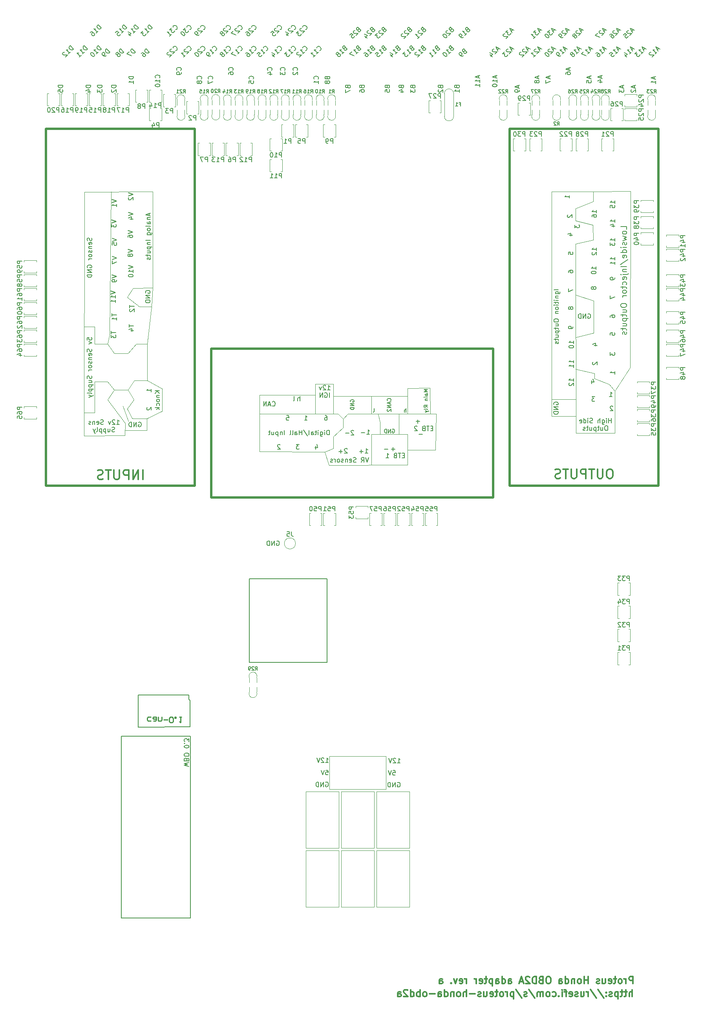
<source format=gbo>
G75*
G70*
%OFA0B0*%
%FSLAX25Y25*%
%IPPOS*%
%LPD*%
%AMOC8*
5,1,8,0,0,1.08239X$1,22.5*
%
%ADD108C,0.01000*%
%ADD42C,0.01969*%
%ADD44C,0.00787*%
%ADD49C,0.00472*%
%ADD50C,0.00591*%
%ADD52C,0.01181*%
%ADD53C,0.00500*%
%ADD55C,0.00600*%
%ADD56C,0.00550*%
%ADD58C,0.00390*%
X0000000Y0000000D02*
%LPD*%
G01*
D50*
X0282256Y0201959D02*
X0282631Y0202146D01*
X0282631Y0202146D02*
X0283193Y0202146D01*
X0283193Y0202146D02*
X0283756Y0201959D01*
X0283756Y0201959D02*
X0284131Y0201584D01*
X0284131Y0201584D02*
X0284318Y0201209D01*
X0284318Y0201209D02*
X0284506Y0200459D01*
X0284506Y0200459D02*
X0284506Y0199897D01*
X0284506Y0199897D02*
X0284318Y0199147D01*
X0284318Y0199147D02*
X0284131Y0198772D01*
X0284131Y0198772D02*
X0283756Y0198397D01*
X0283756Y0198397D02*
X0283193Y0198209D01*
X0283193Y0198209D02*
X0282818Y0198209D01*
X0282818Y0198209D02*
X0282256Y0198397D01*
X0282256Y0198397D02*
X0282069Y0198584D01*
X0282069Y0198584D02*
X0282069Y0199897D01*
X0282069Y0199897D02*
X0282818Y0199897D01*
X0280381Y0198209D02*
X0280381Y0202146D01*
X0280381Y0202146D02*
X0278132Y0198209D01*
X0278132Y0198209D02*
X0278132Y0202146D01*
X0276257Y0198209D02*
X0276257Y0202146D01*
X0276257Y0202146D02*
X0275319Y0202146D01*
X0275319Y0202146D02*
X0274757Y0201959D01*
X0274757Y0201959D02*
X0274382Y0201584D01*
X0274382Y0201584D02*
X0274195Y0201209D01*
X0274195Y0201209D02*
X0274007Y0200459D01*
X0274007Y0200459D02*
X0274007Y0199897D01*
X0274007Y0199897D02*
X0274195Y0199147D01*
X0274195Y0199147D02*
X0274382Y0198772D01*
X0274382Y0198772D02*
X0274757Y0198397D01*
X0274757Y0198397D02*
X0275319Y0198209D01*
X0275319Y0198209D02*
X0276257Y0198209D01*
X0343280Y0218446D02*
X0345529Y0218446D01*
X0344404Y0218446D02*
X0344404Y0222383D01*
X0344404Y0222383D02*
X0344779Y0221820D01*
X0344779Y0221820D02*
X0345154Y0221445D01*
X0345154Y0221445D02*
X0345529Y0221258D01*
X0341780Y0222008D02*
X0341592Y0222195D01*
X0341592Y0222195D02*
X0341217Y0222383D01*
X0341217Y0222383D02*
X0340280Y0222383D01*
X0340280Y0222383D02*
X0339905Y0222195D01*
X0339905Y0222195D02*
X0339718Y0222008D01*
X0339718Y0222008D02*
X0339530Y0221633D01*
X0339530Y0221633D02*
X0339530Y0221258D01*
X0339530Y0221258D02*
X0339718Y0220695D01*
X0339718Y0220695D02*
X0341967Y0218446D01*
X0341967Y0218446D02*
X0339530Y0218446D01*
X0338405Y0222383D02*
X0337093Y0218446D01*
X0337093Y0218446D02*
X0335781Y0222383D01*
X0343280Y0201723D02*
X0343655Y0201910D01*
X0343655Y0201910D02*
X0344217Y0201910D01*
X0344217Y0201910D02*
X0344779Y0201723D01*
X0344779Y0201723D02*
X0345154Y0201348D01*
X0345154Y0201348D02*
X0345342Y0200973D01*
X0345342Y0200973D02*
X0345529Y0200223D01*
X0345529Y0200223D02*
X0345529Y0199660D01*
X0345529Y0199660D02*
X0345342Y0198911D01*
X0345342Y0198911D02*
X0345154Y0198536D01*
X0345154Y0198536D02*
X0344779Y0198161D01*
X0344779Y0198161D02*
X0344217Y0197973D01*
X0344217Y0197973D02*
X0343842Y0197973D01*
X0343842Y0197973D02*
X0343280Y0198161D01*
X0343280Y0198161D02*
X0343092Y0198348D01*
X0343092Y0198348D02*
X0343092Y0199660D01*
X0343092Y0199660D02*
X0343842Y0199660D01*
X0341405Y0197973D02*
X0341405Y0201910D01*
X0341405Y0201910D02*
X0339155Y0197973D01*
X0339155Y0197973D02*
X0339155Y0201910D01*
X0337280Y0197973D02*
X0337280Y0201910D01*
X0337280Y0201910D02*
X0336343Y0201910D01*
X0336343Y0201910D02*
X0335781Y0201723D01*
X0335781Y0201723D02*
X0335406Y0201348D01*
X0335406Y0201348D02*
X0335218Y0200973D01*
X0335218Y0200973D02*
X0335031Y0200223D01*
X0335031Y0200223D02*
X0335031Y0199660D01*
X0335031Y0199660D02*
X0335218Y0198911D01*
X0335218Y0198911D02*
X0335406Y0198536D01*
X0335406Y0198536D02*
X0335781Y0198161D01*
X0335781Y0198161D02*
X0336343Y0197973D01*
X0336343Y0197973D02*
X0337280Y0197973D01*
X0240706Y0406683D02*
X0241081Y0406871D01*
X0241081Y0406871D02*
X0241644Y0406871D01*
X0241644Y0406871D02*
X0242206Y0406683D01*
X0242206Y0406683D02*
X0242581Y0406308D01*
X0242581Y0406308D02*
X0242769Y0405933D01*
X0242769Y0405933D02*
X0242956Y0405184D01*
X0242956Y0405184D02*
X0242956Y0404621D01*
X0242956Y0404621D02*
X0242769Y0403871D01*
X0242769Y0403871D02*
X0242581Y0403496D01*
X0242581Y0403496D02*
X0242206Y0403121D01*
X0242206Y0403121D02*
X0241644Y0402934D01*
X0241644Y0402934D02*
X0241269Y0402934D01*
X0241269Y0402934D02*
X0240706Y0403121D01*
X0240706Y0403121D02*
X0240519Y0403309D01*
X0240519Y0403309D02*
X0240519Y0404621D01*
X0240519Y0404621D02*
X0241269Y0404621D01*
X0238832Y0402934D02*
X0238832Y0406871D01*
X0238832Y0406871D02*
X0236582Y0402934D01*
X0236582Y0402934D02*
X0236582Y0406871D01*
X0234707Y0402934D02*
X0234707Y0406871D01*
X0234707Y0406871D02*
X0233770Y0406871D01*
X0233770Y0406871D02*
X0233207Y0406683D01*
X0233207Y0406683D02*
X0232832Y0406308D01*
X0232832Y0406308D02*
X0232645Y0405933D01*
X0232645Y0405933D02*
X0232457Y0405184D01*
X0232457Y0405184D02*
X0232457Y0404621D01*
X0232457Y0404621D02*
X0232645Y0403871D01*
X0232645Y0403871D02*
X0232832Y0403496D01*
X0232832Y0403496D02*
X0233207Y0403121D01*
X0233207Y0403121D02*
X0233770Y0402934D01*
X0233770Y0402934D02*
X0234707Y0402934D01*
D52*
X0542621Y0020007D02*
X0542621Y0025912D01*
X0540090Y0020007D02*
X0540090Y0023100D01*
X0540090Y0023100D02*
X0540371Y0023662D01*
X0540371Y0023662D02*
X0540934Y0023944D01*
X0540934Y0023944D02*
X0541777Y0023944D01*
X0541777Y0023944D02*
X0542340Y0023662D01*
X0542340Y0023662D02*
X0542621Y0023381D01*
X0538121Y0023944D02*
X0535872Y0023944D01*
X0537278Y0025912D02*
X0537278Y0020850D01*
X0537278Y0020850D02*
X0536997Y0020288D01*
X0536997Y0020288D02*
X0536434Y0020007D01*
X0536434Y0020007D02*
X0535872Y0020007D01*
X0534747Y0023944D02*
X0532497Y0023944D01*
X0533903Y0025912D02*
X0533903Y0020850D01*
X0533903Y0020850D02*
X0533622Y0020288D01*
X0533622Y0020288D02*
X0533060Y0020007D01*
X0533060Y0020007D02*
X0532497Y0020007D01*
X0530529Y0023944D02*
X0530529Y0018038D01*
X0530529Y0023662D02*
X0529966Y0023944D01*
X0529966Y0023944D02*
X0528841Y0023944D01*
X0528841Y0023944D02*
X0528279Y0023662D01*
X0528279Y0023662D02*
X0527998Y0023381D01*
X0527998Y0023381D02*
X0527717Y0022819D01*
X0527717Y0022819D02*
X0527717Y0021131D01*
X0527717Y0021131D02*
X0527998Y0020569D01*
X0527998Y0020569D02*
X0528279Y0020288D01*
X0528279Y0020288D02*
X0528841Y0020007D01*
X0528841Y0020007D02*
X0529966Y0020007D01*
X0529966Y0020007D02*
X0530529Y0020288D01*
X0525467Y0020288D02*
X0524904Y0020007D01*
X0524904Y0020007D02*
X0523780Y0020007D01*
X0523780Y0020007D02*
X0523217Y0020288D01*
X0523217Y0020288D02*
X0522936Y0020850D01*
X0522936Y0020850D02*
X0522936Y0021131D01*
X0522936Y0021131D02*
X0523217Y0021694D01*
X0523217Y0021694D02*
X0523780Y0021975D01*
X0523780Y0021975D02*
X0524623Y0021975D01*
X0524623Y0021975D02*
X0525186Y0022256D01*
X0525186Y0022256D02*
X0525467Y0022819D01*
X0525467Y0022819D02*
X0525467Y0023100D01*
X0525467Y0023100D02*
X0525186Y0023662D01*
X0525186Y0023662D02*
X0524623Y0023944D01*
X0524623Y0023944D02*
X0523780Y0023944D01*
X0523780Y0023944D02*
X0523217Y0023662D01*
X0520405Y0020569D02*
X0520124Y0020288D01*
X0520124Y0020288D02*
X0520405Y0020007D01*
X0520405Y0020007D02*
X0520686Y0020288D01*
X0520686Y0020288D02*
X0520405Y0020569D01*
X0520405Y0020569D02*
X0520405Y0020007D01*
X0520405Y0023662D02*
X0520124Y0023381D01*
X0520124Y0023381D02*
X0520405Y0023100D01*
X0520405Y0023100D02*
X0520686Y0023381D01*
X0520686Y0023381D02*
X0520405Y0023662D01*
X0520405Y0023662D02*
X0520405Y0023100D01*
X0513375Y0026193D02*
X0518436Y0018601D01*
X0507188Y0026193D02*
X0512250Y0018601D01*
X0505219Y0020007D02*
X0505219Y0023944D01*
X0505219Y0022819D02*
X0504938Y0023381D01*
X0504938Y0023381D02*
X0504657Y0023662D01*
X0504657Y0023662D02*
X0504094Y0023944D01*
X0504094Y0023944D02*
X0503532Y0023944D01*
X0499033Y0023944D02*
X0499033Y0020007D01*
X0501564Y0023944D02*
X0501564Y0020850D01*
X0501564Y0020850D02*
X0501282Y0020288D01*
X0501282Y0020288D02*
X0500720Y0020007D01*
X0500720Y0020007D02*
X0499876Y0020007D01*
X0499876Y0020007D02*
X0499314Y0020288D01*
X0499314Y0020288D02*
X0499033Y0020569D01*
X0496502Y0020288D02*
X0495939Y0020007D01*
X0495939Y0020007D02*
X0494814Y0020007D01*
X0494814Y0020007D02*
X0494252Y0020288D01*
X0494252Y0020288D02*
X0493971Y0020850D01*
X0493971Y0020850D02*
X0493971Y0021131D01*
X0493971Y0021131D02*
X0494252Y0021694D01*
X0494252Y0021694D02*
X0494814Y0021975D01*
X0494814Y0021975D02*
X0495658Y0021975D01*
X0495658Y0021975D02*
X0496220Y0022256D01*
X0496220Y0022256D02*
X0496502Y0022819D01*
X0496502Y0022819D02*
X0496502Y0023100D01*
X0496502Y0023100D02*
X0496220Y0023662D01*
X0496220Y0023662D02*
X0495658Y0023944D01*
X0495658Y0023944D02*
X0494814Y0023944D01*
X0494814Y0023944D02*
X0494252Y0023662D01*
X0489190Y0020288D02*
X0489753Y0020007D01*
X0489753Y0020007D02*
X0490877Y0020007D01*
X0490877Y0020007D02*
X0491440Y0020288D01*
X0491440Y0020288D02*
X0491721Y0020850D01*
X0491721Y0020850D02*
X0491721Y0023100D01*
X0491721Y0023100D02*
X0491440Y0023662D01*
X0491440Y0023662D02*
X0490877Y0023944D01*
X0490877Y0023944D02*
X0489753Y0023944D01*
X0489753Y0023944D02*
X0489190Y0023662D01*
X0489190Y0023662D02*
X0488909Y0023100D01*
X0488909Y0023100D02*
X0488909Y0022538D01*
X0488909Y0022538D02*
X0491721Y0021975D01*
X0487222Y0023944D02*
X0484972Y0023944D01*
X0486378Y0020007D02*
X0486378Y0025068D01*
X0486378Y0025068D02*
X0486097Y0025631D01*
X0486097Y0025631D02*
X0485534Y0025912D01*
X0485534Y0025912D02*
X0484972Y0025912D01*
X0483003Y0020007D02*
X0483003Y0023944D01*
X0483003Y0025912D02*
X0483285Y0025631D01*
X0483285Y0025631D02*
X0483003Y0025350D01*
X0483003Y0025350D02*
X0482722Y0025631D01*
X0482722Y0025631D02*
X0483003Y0025912D01*
X0483003Y0025912D02*
X0483003Y0025350D01*
X0480191Y0020569D02*
X0479910Y0020288D01*
X0479910Y0020288D02*
X0480191Y0020007D01*
X0480191Y0020007D02*
X0480472Y0020288D01*
X0480472Y0020288D02*
X0480191Y0020569D01*
X0480191Y0020569D02*
X0480191Y0020007D01*
X0474848Y0020288D02*
X0475411Y0020007D01*
X0475411Y0020007D02*
X0476535Y0020007D01*
X0476535Y0020007D02*
X0477098Y0020288D01*
X0477098Y0020288D02*
X0477379Y0020569D01*
X0477379Y0020569D02*
X0477660Y0021131D01*
X0477660Y0021131D02*
X0477660Y0022819D01*
X0477660Y0022819D02*
X0477379Y0023381D01*
X0477379Y0023381D02*
X0477098Y0023662D01*
X0477098Y0023662D02*
X0476535Y0023944D01*
X0476535Y0023944D02*
X0475411Y0023944D01*
X0475411Y0023944D02*
X0474848Y0023662D01*
X0471474Y0020007D02*
X0472036Y0020288D01*
X0472036Y0020288D02*
X0472317Y0020569D01*
X0472317Y0020569D02*
X0472598Y0021131D01*
X0472598Y0021131D02*
X0472598Y0022819D01*
X0472598Y0022819D02*
X0472317Y0023381D01*
X0472317Y0023381D02*
X0472036Y0023662D01*
X0472036Y0023662D02*
X0471474Y0023944D01*
X0471474Y0023944D02*
X0470630Y0023944D01*
X0470630Y0023944D02*
X0470067Y0023662D01*
X0470067Y0023662D02*
X0469786Y0023381D01*
X0469786Y0023381D02*
X0469505Y0022819D01*
X0469505Y0022819D02*
X0469505Y0021131D01*
X0469505Y0021131D02*
X0469786Y0020569D01*
X0469786Y0020569D02*
X0470067Y0020288D01*
X0470067Y0020288D02*
X0470630Y0020007D01*
X0470630Y0020007D02*
X0471474Y0020007D01*
X0466974Y0020007D02*
X0466974Y0023944D01*
X0466974Y0023381D02*
X0466693Y0023662D01*
X0466693Y0023662D02*
X0466130Y0023944D01*
X0466130Y0023944D02*
X0465287Y0023944D01*
X0465287Y0023944D02*
X0464724Y0023662D01*
X0464724Y0023662D02*
X0464443Y0023100D01*
X0464443Y0023100D02*
X0464443Y0020007D01*
X0464443Y0023100D02*
X0464162Y0023662D01*
X0464162Y0023662D02*
X0463600Y0023944D01*
X0463600Y0023944D02*
X0462756Y0023944D01*
X0462756Y0023944D02*
X0462193Y0023662D01*
X0462193Y0023662D02*
X0461912Y0023100D01*
X0461912Y0023100D02*
X0461912Y0020007D01*
X0454882Y0026193D02*
X0459944Y0018601D01*
X0453195Y0020288D02*
X0452632Y0020007D01*
X0452632Y0020007D02*
X0451507Y0020007D01*
X0451507Y0020007D02*
X0450945Y0020288D01*
X0450945Y0020288D02*
X0450664Y0020850D01*
X0450664Y0020850D02*
X0450664Y0021131D01*
X0450664Y0021131D02*
X0450945Y0021694D01*
X0450945Y0021694D02*
X0451507Y0021975D01*
X0451507Y0021975D02*
X0452351Y0021975D01*
X0452351Y0021975D02*
X0452913Y0022256D01*
X0452913Y0022256D02*
X0453195Y0022819D01*
X0453195Y0022819D02*
X0453195Y0023100D01*
X0453195Y0023100D02*
X0452913Y0023662D01*
X0452913Y0023662D02*
X0452351Y0023944D01*
X0452351Y0023944D02*
X0451507Y0023944D01*
X0451507Y0023944D02*
X0450945Y0023662D01*
X0443915Y0026193D02*
X0448976Y0018601D01*
X0441946Y0023944D02*
X0441946Y0018038D01*
X0441946Y0023662D02*
X0441384Y0023944D01*
X0441384Y0023944D02*
X0440259Y0023944D01*
X0440259Y0023944D02*
X0439696Y0023662D01*
X0439696Y0023662D02*
X0439415Y0023381D01*
X0439415Y0023381D02*
X0439134Y0022819D01*
X0439134Y0022819D02*
X0439134Y0021131D01*
X0439134Y0021131D02*
X0439415Y0020569D01*
X0439415Y0020569D02*
X0439696Y0020288D01*
X0439696Y0020288D02*
X0440259Y0020007D01*
X0440259Y0020007D02*
X0441384Y0020007D01*
X0441384Y0020007D02*
X0441946Y0020288D01*
X0436603Y0020007D02*
X0436603Y0023944D01*
X0436603Y0022819D02*
X0436322Y0023381D01*
X0436322Y0023381D02*
X0436040Y0023662D01*
X0436040Y0023662D02*
X0435478Y0023944D01*
X0435478Y0023944D02*
X0434916Y0023944D01*
X0432103Y0020007D02*
X0432666Y0020288D01*
X0432666Y0020288D02*
X0432947Y0020569D01*
X0432947Y0020569D02*
X0433228Y0021131D01*
X0433228Y0021131D02*
X0433228Y0022819D01*
X0433228Y0022819D02*
X0432947Y0023381D01*
X0432947Y0023381D02*
X0432666Y0023662D01*
X0432666Y0023662D02*
X0432103Y0023944D01*
X0432103Y0023944D02*
X0431260Y0023944D01*
X0431260Y0023944D02*
X0430697Y0023662D01*
X0430697Y0023662D02*
X0430416Y0023381D01*
X0430416Y0023381D02*
X0430135Y0022819D01*
X0430135Y0022819D02*
X0430135Y0021131D01*
X0430135Y0021131D02*
X0430416Y0020569D01*
X0430416Y0020569D02*
X0430697Y0020288D01*
X0430697Y0020288D02*
X0431260Y0020007D01*
X0431260Y0020007D02*
X0432103Y0020007D01*
X0428448Y0023944D02*
X0426198Y0023944D01*
X0427604Y0025912D02*
X0427604Y0020850D01*
X0427604Y0020850D02*
X0427323Y0020288D01*
X0427323Y0020288D02*
X0426760Y0020007D01*
X0426760Y0020007D02*
X0426198Y0020007D01*
X0421980Y0020288D02*
X0422542Y0020007D01*
X0422542Y0020007D02*
X0423667Y0020007D01*
X0423667Y0020007D02*
X0424229Y0020288D01*
X0424229Y0020288D02*
X0424511Y0020850D01*
X0424511Y0020850D02*
X0424511Y0023100D01*
X0424511Y0023100D02*
X0424229Y0023662D01*
X0424229Y0023662D02*
X0423667Y0023944D01*
X0423667Y0023944D02*
X0422542Y0023944D01*
X0422542Y0023944D02*
X0421980Y0023662D01*
X0421980Y0023662D02*
X0421699Y0023100D01*
X0421699Y0023100D02*
X0421699Y0022538D01*
X0421699Y0022538D02*
X0424511Y0021975D01*
X0416637Y0023944D02*
X0416637Y0020007D01*
X0419168Y0023944D02*
X0419168Y0020850D01*
X0419168Y0020850D02*
X0418886Y0020288D01*
X0418886Y0020288D02*
X0418324Y0020007D01*
X0418324Y0020007D02*
X0417480Y0020007D01*
X0417480Y0020007D02*
X0416918Y0020288D01*
X0416918Y0020288D02*
X0416637Y0020569D01*
X0414106Y0020288D02*
X0413543Y0020007D01*
X0413543Y0020007D02*
X0412418Y0020007D01*
X0412418Y0020007D02*
X0411856Y0020288D01*
X0411856Y0020288D02*
X0411575Y0020850D01*
X0411575Y0020850D02*
X0411575Y0021131D01*
X0411575Y0021131D02*
X0411856Y0021694D01*
X0411856Y0021694D02*
X0412418Y0021975D01*
X0412418Y0021975D02*
X0413262Y0021975D01*
X0413262Y0021975D02*
X0413825Y0022256D01*
X0413825Y0022256D02*
X0414106Y0022819D01*
X0414106Y0022819D02*
X0414106Y0023100D01*
X0414106Y0023100D02*
X0413825Y0023662D01*
X0413825Y0023662D02*
X0413262Y0023944D01*
X0413262Y0023944D02*
X0412418Y0023944D01*
X0412418Y0023944D02*
X0411856Y0023662D01*
X0409044Y0022256D02*
X0404544Y0022256D01*
X0401732Y0020007D02*
X0401732Y0025912D01*
X0399201Y0020007D02*
X0399201Y0023100D01*
X0399201Y0023100D02*
X0399483Y0023662D01*
X0399483Y0023662D02*
X0400045Y0023944D01*
X0400045Y0023944D02*
X0400889Y0023944D01*
X0400889Y0023944D02*
X0401451Y0023662D01*
X0401451Y0023662D02*
X0401732Y0023381D01*
X0395546Y0020007D02*
X0396108Y0020288D01*
X0396108Y0020288D02*
X0396389Y0020569D01*
X0396389Y0020569D02*
X0396670Y0021131D01*
X0396670Y0021131D02*
X0396670Y0022819D01*
X0396670Y0022819D02*
X0396389Y0023381D01*
X0396389Y0023381D02*
X0396108Y0023662D01*
X0396108Y0023662D02*
X0395546Y0023944D01*
X0395546Y0023944D02*
X0394702Y0023944D01*
X0394702Y0023944D02*
X0394139Y0023662D01*
X0394139Y0023662D02*
X0393858Y0023381D01*
X0393858Y0023381D02*
X0393577Y0022819D01*
X0393577Y0022819D02*
X0393577Y0021131D01*
X0393577Y0021131D02*
X0393858Y0020569D01*
X0393858Y0020569D02*
X0394139Y0020288D01*
X0394139Y0020288D02*
X0394702Y0020007D01*
X0394702Y0020007D02*
X0395546Y0020007D01*
X0391046Y0023944D02*
X0391046Y0020007D01*
X0391046Y0023381D02*
X0390765Y0023662D01*
X0390765Y0023662D02*
X0390202Y0023944D01*
X0390202Y0023944D02*
X0389359Y0023944D01*
X0389359Y0023944D02*
X0388796Y0023662D01*
X0388796Y0023662D02*
X0388515Y0023100D01*
X0388515Y0023100D02*
X0388515Y0020007D01*
X0383172Y0020007D02*
X0383172Y0025912D01*
X0383172Y0020288D02*
X0383735Y0020007D01*
X0383735Y0020007D02*
X0384859Y0020007D01*
X0384859Y0020007D02*
X0385422Y0020288D01*
X0385422Y0020288D02*
X0385703Y0020569D01*
X0385703Y0020569D02*
X0385984Y0021131D01*
X0385984Y0021131D02*
X0385984Y0022819D01*
X0385984Y0022819D02*
X0385703Y0023381D01*
X0385703Y0023381D02*
X0385422Y0023662D01*
X0385422Y0023662D02*
X0384859Y0023944D01*
X0384859Y0023944D02*
X0383735Y0023944D01*
X0383735Y0023944D02*
X0383172Y0023662D01*
X0377829Y0020007D02*
X0377829Y0023100D01*
X0377829Y0023100D02*
X0378110Y0023662D01*
X0378110Y0023662D02*
X0378673Y0023944D01*
X0378673Y0023944D02*
X0379798Y0023944D01*
X0379798Y0023944D02*
X0380360Y0023662D01*
X0377829Y0020288D02*
X0378391Y0020007D01*
X0378391Y0020007D02*
X0379798Y0020007D01*
X0379798Y0020007D02*
X0380360Y0020288D01*
X0380360Y0020288D02*
X0380641Y0020850D01*
X0380641Y0020850D02*
X0380641Y0021413D01*
X0380641Y0021413D02*
X0380360Y0021975D01*
X0380360Y0021975D02*
X0379798Y0022256D01*
X0379798Y0022256D02*
X0378391Y0022256D01*
X0378391Y0022256D02*
X0377829Y0022538D01*
X0375017Y0022256D02*
X0370517Y0022256D01*
X0366862Y0020007D02*
X0367424Y0020288D01*
X0367424Y0020288D02*
X0367705Y0020569D01*
X0367705Y0020569D02*
X0367986Y0021131D01*
X0367986Y0021131D02*
X0367986Y0022819D01*
X0367986Y0022819D02*
X0367705Y0023381D01*
X0367705Y0023381D02*
X0367424Y0023662D01*
X0367424Y0023662D02*
X0366862Y0023944D01*
X0366862Y0023944D02*
X0366018Y0023944D01*
X0366018Y0023944D02*
X0365456Y0023662D01*
X0365456Y0023662D02*
X0365174Y0023381D01*
X0365174Y0023381D02*
X0364893Y0022819D01*
X0364893Y0022819D02*
X0364893Y0021131D01*
X0364893Y0021131D02*
X0365174Y0020569D01*
X0365174Y0020569D02*
X0365456Y0020288D01*
X0365456Y0020288D02*
X0366018Y0020007D01*
X0366018Y0020007D02*
X0366862Y0020007D01*
X0362362Y0020007D02*
X0362362Y0025912D01*
X0362362Y0023662D02*
X0361800Y0023944D01*
X0361800Y0023944D02*
X0360675Y0023944D01*
X0360675Y0023944D02*
X0360112Y0023662D01*
X0360112Y0023662D02*
X0359831Y0023381D01*
X0359831Y0023381D02*
X0359550Y0022819D01*
X0359550Y0022819D02*
X0359550Y0021131D01*
X0359550Y0021131D02*
X0359831Y0020569D01*
X0359831Y0020569D02*
X0360112Y0020288D01*
X0360112Y0020288D02*
X0360675Y0020007D01*
X0360675Y0020007D02*
X0361800Y0020007D01*
X0361800Y0020007D02*
X0362362Y0020288D01*
X0354488Y0020007D02*
X0354488Y0025912D01*
X0354488Y0020288D02*
X0355051Y0020007D01*
X0355051Y0020007D02*
X0356175Y0020007D01*
X0356175Y0020007D02*
X0356738Y0020288D01*
X0356738Y0020288D02*
X0357019Y0020569D01*
X0357019Y0020569D02*
X0357300Y0021131D01*
X0357300Y0021131D02*
X0357300Y0022819D01*
X0357300Y0022819D02*
X0357019Y0023381D01*
X0357019Y0023381D02*
X0356738Y0023662D01*
X0356738Y0023662D02*
X0356175Y0023944D01*
X0356175Y0023944D02*
X0355051Y0023944D01*
X0355051Y0023944D02*
X0354488Y0023662D01*
X0351957Y0025350D02*
X0351676Y0025631D01*
X0351676Y0025631D02*
X0351114Y0025912D01*
X0351114Y0025912D02*
X0349708Y0025912D01*
X0349708Y0025912D02*
X0349145Y0025631D01*
X0349145Y0025631D02*
X0348864Y0025350D01*
X0348864Y0025350D02*
X0348583Y0024787D01*
X0348583Y0024787D02*
X0348583Y0024225D01*
X0348583Y0024225D02*
X0348864Y0023381D01*
X0348864Y0023381D02*
X0352238Y0020007D01*
X0352238Y0020007D02*
X0348583Y0020007D01*
X0343521Y0020007D02*
X0343521Y0023100D01*
X0343521Y0023100D02*
X0343802Y0023662D01*
X0343802Y0023662D02*
X0344364Y0023944D01*
X0344364Y0023944D02*
X0345489Y0023944D01*
X0345489Y0023944D02*
X0346052Y0023662D01*
X0343521Y0020288D02*
X0344083Y0020007D01*
X0344083Y0020007D02*
X0345489Y0020007D01*
X0345489Y0020007D02*
X0346052Y0020288D01*
X0346052Y0020288D02*
X0346333Y0020850D01*
X0346333Y0020850D02*
X0346333Y0021413D01*
X0346333Y0021413D02*
X0346052Y0021975D01*
X0346052Y0021975D02*
X0345489Y0022256D01*
X0345489Y0022256D02*
X0344083Y0022256D01*
X0344083Y0022256D02*
X0343521Y0022538D01*
X0543138Y0031030D02*
X0543138Y0036936D01*
X0543138Y0036936D02*
X0540889Y0036936D01*
X0540889Y0036936D02*
X0540326Y0036654D01*
X0540326Y0036654D02*
X0540045Y0036373D01*
X0540045Y0036373D02*
X0539764Y0035811D01*
X0539764Y0035811D02*
X0539764Y0034967D01*
X0539764Y0034967D02*
X0540045Y0034405D01*
X0540045Y0034405D02*
X0540326Y0034124D01*
X0540326Y0034124D02*
X0540889Y0033842D01*
X0540889Y0033842D02*
X0543138Y0033842D01*
X0537233Y0031030D02*
X0537233Y0034967D01*
X0537233Y0033842D02*
X0536952Y0034405D01*
X0536952Y0034405D02*
X0536670Y0034686D01*
X0536670Y0034686D02*
X0536108Y0034967D01*
X0536108Y0034967D02*
X0535546Y0034967D01*
X0532733Y0031030D02*
X0533296Y0031311D01*
X0533296Y0031311D02*
X0533577Y0031593D01*
X0533577Y0031593D02*
X0533858Y0032155D01*
X0533858Y0032155D02*
X0533858Y0033842D01*
X0533858Y0033842D02*
X0533577Y0034405D01*
X0533577Y0034405D02*
X0533296Y0034686D01*
X0533296Y0034686D02*
X0532733Y0034967D01*
X0532733Y0034967D02*
X0531890Y0034967D01*
X0531890Y0034967D02*
X0531327Y0034686D01*
X0531327Y0034686D02*
X0531046Y0034405D01*
X0531046Y0034405D02*
X0530765Y0033842D01*
X0530765Y0033842D02*
X0530765Y0032155D01*
X0530765Y0032155D02*
X0531046Y0031593D01*
X0531046Y0031593D02*
X0531327Y0031311D01*
X0531327Y0031311D02*
X0531890Y0031030D01*
X0531890Y0031030D02*
X0532733Y0031030D01*
X0529078Y0034967D02*
X0526828Y0034967D01*
X0528234Y0036936D02*
X0528234Y0031874D01*
X0528234Y0031874D02*
X0527953Y0031311D01*
X0527953Y0031311D02*
X0527390Y0031030D01*
X0527390Y0031030D02*
X0526828Y0031030D01*
X0522610Y0031311D02*
X0523172Y0031030D01*
X0523172Y0031030D02*
X0524297Y0031030D01*
X0524297Y0031030D02*
X0524859Y0031311D01*
X0524859Y0031311D02*
X0525141Y0031874D01*
X0525141Y0031874D02*
X0525141Y0034124D01*
X0525141Y0034124D02*
X0524859Y0034686D01*
X0524859Y0034686D02*
X0524297Y0034967D01*
X0524297Y0034967D02*
X0523172Y0034967D01*
X0523172Y0034967D02*
X0522610Y0034686D01*
X0522610Y0034686D02*
X0522328Y0034124D01*
X0522328Y0034124D02*
X0522328Y0033561D01*
X0522328Y0033561D02*
X0525141Y0032999D01*
X0517267Y0034967D02*
X0517267Y0031030D01*
X0519798Y0034967D02*
X0519798Y0031874D01*
X0519798Y0031874D02*
X0519516Y0031311D01*
X0519516Y0031311D02*
X0518954Y0031030D01*
X0518954Y0031030D02*
X0518110Y0031030D01*
X0518110Y0031030D02*
X0517548Y0031311D01*
X0517548Y0031311D02*
X0517267Y0031593D01*
X0514736Y0031311D02*
X0514173Y0031030D01*
X0514173Y0031030D02*
X0513048Y0031030D01*
X0513048Y0031030D02*
X0512486Y0031311D01*
X0512486Y0031311D02*
X0512205Y0031874D01*
X0512205Y0031874D02*
X0512205Y0032155D01*
X0512205Y0032155D02*
X0512486Y0032717D01*
X0512486Y0032717D02*
X0513048Y0032999D01*
X0513048Y0032999D02*
X0513892Y0032999D01*
X0513892Y0032999D02*
X0514454Y0033280D01*
X0514454Y0033280D02*
X0514736Y0033842D01*
X0514736Y0033842D02*
X0514736Y0034124D01*
X0514736Y0034124D02*
X0514454Y0034686D01*
X0514454Y0034686D02*
X0513892Y0034967D01*
X0513892Y0034967D02*
X0513048Y0034967D01*
X0513048Y0034967D02*
X0512486Y0034686D01*
X0505174Y0031030D02*
X0505174Y0036936D01*
X0505174Y0034124D02*
X0501800Y0034124D01*
X0501800Y0031030D02*
X0501800Y0036936D01*
X0498144Y0031030D02*
X0498706Y0031311D01*
X0498706Y0031311D02*
X0498988Y0031593D01*
X0498988Y0031593D02*
X0499269Y0032155D01*
X0499269Y0032155D02*
X0499269Y0033842D01*
X0499269Y0033842D02*
X0498988Y0034405D01*
X0498988Y0034405D02*
X0498706Y0034686D01*
X0498706Y0034686D02*
X0498144Y0034967D01*
X0498144Y0034967D02*
X0497300Y0034967D01*
X0497300Y0034967D02*
X0496738Y0034686D01*
X0496738Y0034686D02*
X0496457Y0034405D01*
X0496457Y0034405D02*
X0496175Y0033842D01*
X0496175Y0033842D02*
X0496175Y0032155D01*
X0496175Y0032155D02*
X0496457Y0031593D01*
X0496457Y0031593D02*
X0496738Y0031311D01*
X0496738Y0031311D02*
X0497300Y0031030D01*
X0497300Y0031030D02*
X0498144Y0031030D01*
X0493645Y0034967D02*
X0493645Y0031030D01*
X0493645Y0034405D02*
X0493363Y0034686D01*
X0493363Y0034686D02*
X0492801Y0034967D01*
X0492801Y0034967D02*
X0491957Y0034967D01*
X0491957Y0034967D02*
X0491395Y0034686D01*
X0491395Y0034686D02*
X0491114Y0034124D01*
X0491114Y0034124D02*
X0491114Y0031030D01*
X0485771Y0031030D02*
X0485771Y0036936D01*
X0485771Y0031311D02*
X0486333Y0031030D01*
X0486333Y0031030D02*
X0487458Y0031030D01*
X0487458Y0031030D02*
X0488020Y0031311D01*
X0488020Y0031311D02*
X0488301Y0031593D01*
X0488301Y0031593D02*
X0488583Y0032155D01*
X0488583Y0032155D02*
X0488583Y0033842D01*
X0488583Y0033842D02*
X0488301Y0034405D01*
X0488301Y0034405D02*
X0488020Y0034686D01*
X0488020Y0034686D02*
X0487458Y0034967D01*
X0487458Y0034967D02*
X0486333Y0034967D01*
X0486333Y0034967D02*
X0485771Y0034686D01*
X0480427Y0031030D02*
X0480427Y0034124D01*
X0480427Y0034124D02*
X0480709Y0034686D01*
X0480709Y0034686D02*
X0481271Y0034967D01*
X0481271Y0034967D02*
X0482396Y0034967D01*
X0482396Y0034967D02*
X0482958Y0034686D01*
X0480427Y0031311D02*
X0480990Y0031030D01*
X0480990Y0031030D02*
X0482396Y0031030D01*
X0482396Y0031030D02*
X0482958Y0031311D01*
X0482958Y0031311D02*
X0483240Y0031874D01*
X0483240Y0031874D02*
X0483240Y0032436D01*
X0483240Y0032436D02*
X0482958Y0032999D01*
X0482958Y0032999D02*
X0482396Y0033280D01*
X0482396Y0033280D02*
X0480990Y0033280D01*
X0480990Y0033280D02*
X0480427Y0033561D01*
X0471991Y0036936D02*
X0470866Y0036936D01*
X0470866Y0036936D02*
X0470304Y0036654D01*
X0470304Y0036654D02*
X0469741Y0036092D01*
X0469741Y0036092D02*
X0469460Y0034967D01*
X0469460Y0034967D02*
X0469460Y0032999D01*
X0469460Y0032999D02*
X0469741Y0031874D01*
X0469741Y0031874D02*
X0470304Y0031311D01*
X0470304Y0031311D02*
X0470866Y0031030D01*
X0470866Y0031030D02*
X0471991Y0031030D01*
X0471991Y0031030D02*
X0472553Y0031311D01*
X0472553Y0031311D02*
X0473116Y0031874D01*
X0473116Y0031874D02*
X0473397Y0032999D01*
X0473397Y0032999D02*
X0473397Y0034967D01*
X0473397Y0034967D02*
X0473116Y0036092D01*
X0473116Y0036092D02*
X0472553Y0036654D01*
X0472553Y0036654D02*
X0471991Y0036936D01*
X0464961Y0034124D02*
X0464117Y0033842D01*
X0464117Y0033842D02*
X0463836Y0033561D01*
X0463836Y0033561D02*
X0463555Y0032999D01*
X0463555Y0032999D02*
X0463555Y0032155D01*
X0463555Y0032155D02*
X0463836Y0031593D01*
X0463836Y0031593D02*
X0464117Y0031311D01*
X0464117Y0031311D02*
X0464679Y0031030D01*
X0464679Y0031030D02*
X0466929Y0031030D01*
X0466929Y0031030D02*
X0466929Y0036936D01*
X0466929Y0036936D02*
X0464961Y0036936D01*
X0464961Y0036936D02*
X0464398Y0036654D01*
X0464398Y0036654D02*
X0464117Y0036373D01*
X0464117Y0036373D02*
X0463836Y0035811D01*
X0463836Y0035811D02*
X0463836Y0035248D01*
X0463836Y0035248D02*
X0464117Y0034686D01*
X0464117Y0034686D02*
X0464398Y0034405D01*
X0464398Y0034405D02*
X0464961Y0034124D01*
X0464961Y0034124D02*
X0466929Y0034124D01*
X0461024Y0031030D02*
X0461024Y0036936D01*
X0461024Y0036936D02*
X0459618Y0036936D01*
X0459618Y0036936D02*
X0458774Y0036654D01*
X0458774Y0036654D02*
X0458211Y0036092D01*
X0458211Y0036092D02*
X0457930Y0035530D01*
X0457930Y0035530D02*
X0457649Y0034405D01*
X0457649Y0034405D02*
X0457649Y0033561D01*
X0457649Y0033561D02*
X0457930Y0032436D01*
X0457930Y0032436D02*
X0458211Y0031874D01*
X0458211Y0031874D02*
X0458774Y0031311D01*
X0458774Y0031311D02*
X0459618Y0031030D01*
X0459618Y0031030D02*
X0461024Y0031030D01*
X0455399Y0036373D02*
X0455118Y0036654D01*
X0455118Y0036654D02*
X0454556Y0036936D01*
X0454556Y0036936D02*
X0453150Y0036936D01*
X0453150Y0036936D02*
X0452587Y0036654D01*
X0452587Y0036654D02*
X0452306Y0036373D01*
X0452306Y0036373D02*
X0452025Y0035811D01*
X0452025Y0035811D02*
X0452025Y0035248D01*
X0452025Y0035248D02*
X0452306Y0034405D01*
X0452306Y0034405D02*
X0455681Y0031030D01*
X0455681Y0031030D02*
X0452025Y0031030D01*
X0449775Y0032717D02*
X0446963Y0032717D01*
X0450337Y0031030D02*
X0448369Y0036936D01*
X0448369Y0036936D02*
X0446400Y0031030D01*
X0437402Y0031030D02*
X0437402Y0034124D01*
X0437402Y0034124D02*
X0437683Y0034686D01*
X0437683Y0034686D02*
X0438245Y0034967D01*
X0438245Y0034967D02*
X0439370Y0034967D01*
X0439370Y0034967D02*
X0439933Y0034686D01*
X0437402Y0031311D02*
X0437964Y0031030D01*
X0437964Y0031030D02*
X0439370Y0031030D01*
X0439370Y0031030D02*
X0439933Y0031311D01*
X0439933Y0031311D02*
X0440214Y0031874D01*
X0440214Y0031874D02*
X0440214Y0032436D01*
X0440214Y0032436D02*
X0439933Y0032999D01*
X0439933Y0032999D02*
X0439370Y0033280D01*
X0439370Y0033280D02*
X0437964Y0033280D01*
X0437964Y0033280D02*
X0437402Y0033561D01*
X0432058Y0031030D02*
X0432058Y0036936D01*
X0432058Y0031311D02*
X0432621Y0031030D01*
X0432621Y0031030D02*
X0433746Y0031030D01*
X0433746Y0031030D02*
X0434308Y0031311D01*
X0434308Y0031311D02*
X0434589Y0031593D01*
X0434589Y0031593D02*
X0434871Y0032155D01*
X0434871Y0032155D02*
X0434871Y0033842D01*
X0434871Y0033842D02*
X0434589Y0034405D01*
X0434589Y0034405D02*
X0434308Y0034686D01*
X0434308Y0034686D02*
X0433746Y0034967D01*
X0433746Y0034967D02*
X0432621Y0034967D01*
X0432621Y0034967D02*
X0432058Y0034686D01*
X0426715Y0031030D02*
X0426715Y0034124D01*
X0426715Y0034124D02*
X0426997Y0034686D01*
X0426997Y0034686D02*
X0427559Y0034967D01*
X0427559Y0034967D02*
X0428684Y0034967D01*
X0428684Y0034967D02*
X0429246Y0034686D01*
X0426715Y0031311D02*
X0427278Y0031030D01*
X0427278Y0031030D02*
X0428684Y0031030D01*
X0428684Y0031030D02*
X0429246Y0031311D01*
X0429246Y0031311D02*
X0429528Y0031874D01*
X0429528Y0031874D02*
X0429528Y0032436D01*
X0429528Y0032436D02*
X0429246Y0032999D01*
X0429246Y0032999D02*
X0428684Y0033280D01*
X0428684Y0033280D02*
X0427278Y0033280D01*
X0427278Y0033280D02*
X0426715Y0033561D01*
X0423903Y0034967D02*
X0423903Y0029062D01*
X0423903Y0034686D02*
X0423341Y0034967D01*
X0423341Y0034967D02*
X0422216Y0034967D01*
X0422216Y0034967D02*
X0421654Y0034686D01*
X0421654Y0034686D02*
X0421372Y0034405D01*
X0421372Y0034405D02*
X0421091Y0033842D01*
X0421091Y0033842D02*
X0421091Y0032155D01*
X0421091Y0032155D02*
X0421372Y0031593D01*
X0421372Y0031593D02*
X0421654Y0031311D01*
X0421654Y0031311D02*
X0422216Y0031030D01*
X0422216Y0031030D02*
X0423341Y0031030D01*
X0423341Y0031030D02*
X0423903Y0031311D01*
X0419404Y0034967D02*
X0417154Y0034967D01*
X0418560Y0036936D02*
X0418560Y0031874D01*
X0418560Y0031874D02*
X0418279Y0031311D01*
X0418279Y0031311D02*
X0417717Y0031030D01*
X0417717Y0031030D02*
X0417154Y0031030D01*
X0412936Y0031311D02*
X0413498Y0031030D01*
X0413498Y0031030D02*
X0414623Y0031030D01*
X0414623Y0031030D02*
X0415186Y0031311D01*
X0415186Y0031311D02*
X0415467Y0031874D01*
X0415467Y0031874D02*
X0415467Y0034124D01*
X0415467Y0034124D02*
X0415186Y0034686D01*
X0415186Y0034686D02*
X0414623Y0034967D01*
X0414623Y0034967D02*
X0413498Y0034967D01*
X0413498Y0034967D02*
X0412936Y0034686D01*
X0412936Y0034686D02*
X0412655Y0034124D01*
X0412655Y0034124D02*
X0412655Y0033561D01*
X0412655Y0033561D02*
X0415467Y0032999D01*
X0410124Y0031030D02*
X0410124Y0034967D01*
X0410124Y0033842D02*
X0409843Y0034405D01*
X0409843Y0034405D02*
X0409561Y0034686D01*
X0409561Y0034686D02*
X0408999Y0034967D01*
X0408999Y0034967D02*
X0408436Y0034967D01*
X0401968Y0031030D02*
X0401968Y0034967D01*
X0401968Y0033842D02*
X0401687Y0034405D01*
X0401687Y0034405D02*
X0401406Y0034686D01*
X0401406Y0034686D02*
X0400844Y0034967D01*
X0400844Y0034967D02*
X0400281Y0034967D01*
X0396063Y0031311D02*
X0396625Y0031030D01*
X0396625Y0031030D02*
X0397750Y0031030D01*
X0397750Y0031030D02*
X0398313Y0031311D01*
X0398313Y0031311D02*
X0398594Y0031874D01*
X0398594Y0031874D02*
X0398594Y0034124D01*
X0398594Y0034124D02*
X0398313Y0034686D01*
X0398313Y0034686D02*
X0397750Y0034967D01*
X0397750Y0034967D02*
X0396625Y0034967D01*
X0396625Y0034967D02*
X0396063Y0034686D01*
X0396063Y0034686D02*
X0395782Y0034124D01*
X0395782Y0034124D02*
X0395782Y0033561D01*
X0395782Y0033561D02*
X0398594Y0032999D01*
X0393813Y0034967D02*
X0392407Y0031030D01*
X0392407Y0031030D02*
X0391001Y0034967D01*
X0388751Y0031593D02*
X0388470Y0031311D01*
X0388470Y0031311D02*
X0388751Y0031030D01*
X0388751Y0031030D02*
X0389033Y0031311D01*
X0389033Y0031311D02*
X0388751Y0031593D01*
X0388751Y0031593D02*
X0388751Y0031030D01*
X0378909Y0031030D02*
X0378909Y0034124D01*
X0378909Y0034124D02*
X0379190Y0034686D01*
X0379190Y0034686D02*
X0379753Y0034967D01*
X0379753Y0034967D02*
X0380877Y0034967D01*
X0380877Y0034967D02*
X0381440Y0034686D01*
X0378909Y0031311D02*
X0379471Y0031030D01*
X0379471Y0031030D02*
X0380877Y0031030D01*
X0380877Y0031030D02*
X0381440Y0031311D01*
X0381440Y0031311D02*
X0381721Y0031874D01*
X0381721Y0031874D02*
X0381721Y0032436D01*
X0381721Y0032436D02*
X0381440Y0032999D01*
X0381440Y0032999D02*
X0380877Y0033280D01*
X0380877Y0033280D02*
X0379471Y0033280D01*
X0379471Y0033280D02*
X0378909Y0033561D01*
D50*
X0282327Y0212225D02*
X0284202Y0212225D01*
X0284202Y0212225D02*
X0284389Y0210350D01*
X0284389Y0210350D02*
X0284202Y0210538D01*
X0284202Y0210538D02*
X0283827Y0210725D01*
X0283827Y0210725D02*
X0282889Y0210725D01*
X0282889Y0210725D02*
X0282514Y0210538D01*
X0282514Y0210538D02*
X0282327Y0210350D01*
X0282327Y0210350D02*
X0282139Y0209975D01*
X0282139Y0209975D02*
X0282139Y0209038D01*
X0282139Y0209038D02*
X0282327Y0208663D01*
X0282327Y0208663D02*
X0282514Y0208476D01*
X0282514Y0208476D02*
X0282889Y0208288D01*
X0282889Y0208288D02*
X0283827Y0208288D01*
X0283827Y0208288D02*
X0284202Y0208476D01*
X0284202Y0208476D02*
X0284389Y0208663D01*
X0281015Y0212225D02*
X0279702Y0208288D01*
X0279702Y0208288D02*
X0278390Y0212225D01*
X0339319Y0211989D02*
X0341194Y0211989D01*
X0341194Y0211989D02*
X0341381Y0210114D01*
X0341381Y0210114D02*
X0341194Y0210302D01*
X0341194Y0210302D02*
X0340819Y0210489D01*
X0340819Y0210489D02*
X0339881Y0210489D01*
X0339881Y0210489D02*
X0339506Y0210302D01*
X0339506Y0210302D02*
X0339319Y0210114D01*
X0339319Y0210114D02*
X0339132Y0209739D01*
X0339132Y0209739D02*
X0339132Y0208802D01*
X0339132Y0208802D02*
X0339319Y0208427D01*
X0339319Y0208427D02*
X0339506Y0208239D01*
X0339506Y0208239D02*
X0339881Y0208052D01*
X0339881Y0208052D02*
X0340819Y0208052D01*
X0340819Y0208052D02*
X0341194Y0208239D01*
X0341194Y0208239D02*
X0341381Y0208427D01*
X0338007Y0211989D02*
X0336694Y0208052D01*
X0336694Y0208052D02*
X0335382Y0211989D01*
X0282256Y0218682D02*
X0284506Y0218682D01*
X0283381Y0218682D02*
X0283381Y0222619D01*
X0283381Y0222619D02*
X0283756Y0222056D01*
X0283756Y0222056D02*
X0284131Y0221681D01*
X0284131Y0221681D02*
X0284506Y0221494D01*
X0280756Y0222244D02*
X0280569Y0222431D01*
X0280569Y0222431D02*
X0280194Y0222619D01*
X0280194Y0222619D02*
X0279256Y0222619D01*
X0279256Y0222619D02*
X0278881Y0222431D01*
X0278881Y0222431D02*
X0278694Y0222244D01*
X0278694Y0222244D02*
X0278506Y0221869D01*
X0278506Y0221869D02*
X0278506Y0221494D01*
X0278506Y0221494D02*
X0278694Y0220932D01*
X0278694Y0220932D02*
X0280944Y0218682D01*
X0280944Y0218682D02*
X0278506Y0218682D01*
X0277382Y0222619D02*
X0276069Y0218682D01*
X0276069Y0218682D02*
X0274757Y0222619D01*
X0587421Y0573678D02*
X0583484Y0573678D01*
X0583484Y0573678D02*
X0583484Y0572178D01*
X0583484Y0572178D02*
X0583671Y0571804D01*
X0583671Y0571804D02*
X0583858Y0571616D01*
X0583858Y0571616D02*
X0584233Y0571429D01*
X0584233Y0571429D02*
X0584796Y0571429D01*
X0584796Y0571429D02*
X0585171Y0571616D01*
X0585171Y0571616D02*
X0585358Y0571804D01*
X0585358Y0571804D02*
X0585546Y0572178D01*
X0585546Y0572178D02*
X0585546Y0573678D01*
X0584796Y0568054D02*
X0587421Y0568054D01*
X0583296Y0568991D02*
X0586108Y0569929D01*
X0586108Y0569929D02*
X0586108Y0567492D01*
X0583484Y0566367D02*
X0583484Y0563742D01*
X0583484Y0563742D02*
X0587421Y0565429D01*
X0055962Y0770847D02*
X0055962Y0774784D01*
X0055962Y0774784D02*
X0054462Y0774784D01*
X0054462Y0774784D02*
X0054087Y0774597D01*
X0054087Y0774597D02*
X0053900Y0774409D01*
X0053900Y0774409D02*
X0053712Y0774034D01*
X0053712Y0774034D02*
X0053712Y0773472D01*
X0053712Y0773472D02*
X0053900Y0773097D01*
X0053900Y0773097D02*
X0054087Y0772909D01*
X0054087Y0772909D02*
X0054462Y0772722D01*
X0054462Y0772722D02*
X0055962Y0772722D01*
X0052212Y0774409D02*
X0052025Y0774597D01*
X0052025Y0774597D02*
X0051650Y0774784D01*
X0051650Y0774784D02*
X0050712Y0774784D01*
X0050712Y0774784D02*
X0050337Y0774597D01*
X0050337Y0774597D02*
X0050150Y0774409D01*
X0050150Y0774409D02*
X0049963Y0774034D01*
X0049963Y0774034D02*
X0049963Y0773659D01*
X0049963Y0773659D02*
X0050150Y0773097D01*
X0050150Y0773097D02*
X0052400Y0770847D01*
X0052400Y0770847D02*
X0049963Y0770847D01*
X0047525Y0774784D02*
X0047150Y0774784D01*
X0047150Y0774784D02*
X0046775Y0774597D01*
X0046775Y0774597D02*
X0046588Y0774409D01*
X0046588Y0774409D02*
X0046400Y0774034D01*
X0046400Y0774034D02*
X0046213Y0773284D01*
X0046213Y0773284D02*
X0046213Y0772347D01*
X0046213Y0772347D02*
X0046400Y0771597D01*
X0046400Y0771597D02*
X0046588Y0771222D01*
X0046588Y0771222D02*
X0046775Y0771035D01*
X0046775Y0771035D02*
X0047150Y0770847D01*
X0047150Y0770847D02*
X0047525Y0770847D01*
X0047525Y0770847D02*
X0047900Y0771035D01*
X0047900Y0771035D02*
X0048088Y0771222D01*
X0048088Y0771222D02*
X0048275Y0771597D01*
X0048275Y0771597D02*
X0048463Y0772347D01*
X0048463Y0772347D02*
X0048463Y0773284D01*
X0048463Y0773284D02*
X0048275Y0774034D01*
X0048275Y0774034D02*
X0048088Y0774409D01*
X0048088Y0774409D02*
X0047900Y0774597D01*
X0047900Y0774597D02*
X0047525Y0774784D01*
X0540214Y0373209D02*
X0540214Y0377146D01*
X0540214Y0377146D02*
X0538714Y0377146D01*
X0538714Y0377146D02*
X0538339Y0376959D01*
X0538339Y0376959D02*
X0538151Y0376771D01*
X0538151Y0376771D02*
X0537964Y0376396D01*
X0537964Y0376396D02*
X0537964Y0375834D01*
X0537964Y0375834D02*
X0538151Y0375459D01*
X0538151Y0375459D02*
X0538339Y0375272D01*
X0538339Y0375272D02*
X0538714Y0375084D01*
X0538714Y0375084D02*
X0540214Y0375084D01*
X0536652Y0377146D02*
X0534214Y0377146D01*
X0534214Y0377146D02*
X0535527Y0375647D01*
X0535527Y0375647D02*
X0534964Y0375647D01*
X0534964Y0375647D02*
X0534589Y0375459D01*
X0534589Y0375459D02*
X0534402Y0375272D01*
X0534402Y0375272D02*
X0534214Y0374897D01*
X0534214Y0374897D02*
X0534214Y0373959D01*
X0534214Y0373959D02*
X0534402Y0373584D01*
X0534402Y0373584D02*
X0534589Y0373397D01*
X0534589Y0373397D02*
X0534964Y0373209D01*
X0534964Y0373209D02*
X0536089Y0373209D01*
X0536089Y0373209D02*
X0536464Y0373397D01*
X0536464Y0373397D02*
X0536652Y0373584D01*
X0532902Y0377146D02*
X0530465Y0377146D01*
X0530465Y0377146D02*
X0531777Y0375647D01*
X0531777Y0375647D02*
X0531215Y0375647D01*
X0531215Y0375647D02*
X0530840Y0375459D01*
X0530840Y0375459D02*
X0530652Y0375272D01*
X0530652Y0375272D02*
X0530465Y0374897D01*
X0530465Y0374897D02*
X0530465Y0373959D01*
X0530465Y0373959D02*
X0530652Y0373584D01*
X0530652Y0373584D02*
X0530840Y0373397D01*
X0530840Y0373397D02*
X0531215Y0373209D01*
X0531215Y0373209D02*
X0532340Y0373209D01*
X0532340Y0373209D02*
X0532715Y0373397D01*
X0532715Y0373397D02*
X0532902Y0373584D01*
D53*
X0190905Y0787416D02*
X0191905Y0788844D01*
X0192619Y0787416D02*
X0192619Y0790416D01*
X0192619Y0790416D02*
X0191476Y0790416D01*
X0191476Y0790416D02*
X0191191Y0790273D01*
X0191191Y0790273D02*
X0191048Y0790130D01*
X0191048Y0790130D02*
X0190905Y0789844D01*
X0190905Y0789844D02*
X0190905Y0789416D01*
X0190905Y0789416D02*
X0191048Y0789130D01*
X0191048Y0789130D02*
X0191191Y0788987D01*
X0191191Y0788987D02*
X0191476Y0788844D01*
X0191476Y0788844D02*
X0192619Y0788844D01*
X0189762Y0790130D02*
X0189619Y0790273D01*
X0189619Y0790273D02*
X0189334Y0790416D01*
X0189334Y0790416D02*
X0188619Y0790416D01*
X0188619Y0790416D02*
X0188334Y0790273D01*
X0188334Y0790273D02*
X0188191Y0790130D01*
X0188191Y0790130D02*
X0188048Y0789844D01*
X0188048Y0789844D02*
X0188048Y0789559D01*
X0188048Y0789559D02*
X0188191Y0789130D01*
X0188191Y0789130D02*
X0189905Y0787416D01*
X0189905Y0787416D02*
X0188048Y0787416D01*
X0186191Y0790416D02*
X0185905Y0790416D01*
X0185905Y0790416D02*
X0185619Y0790273D01*
X0185619Y0790273D02*
X0185476Y0790130D01*
X0185476Y0790130D02*
X0185334Y0789844D01*
X0185334Y0789844D02*
X0185191Y0789273D01*
X0185191Y0789273D02*
X0185191Y0788559D01*
X0185191Y0788559D02*
X0185334Y0787987D01*
X0185334Y0787987D02*
X0185476Y0787701D01*
X0185476Y0787701D02*
X0185619Y0787559D01*
X0185619Y0787559D02*
X0185905Y0787416D01*
X0185905Y0787416D02*
X0186191Y0787416D01*
X0186191Y0787416D02*
X0186476Y0787559D01*
X0186476Y0787559D02*
X0186619Y0787701D01*
X0186619Y0787701D02*
X0186762Y0787987D01*
X0186762Y0787987D02*
X0186905Y0788559D01*
X0186905Y0788559D02*
X0186905Y0789273D01*
X0186905Y0789273D02*
X0186762Y0789844D01*
X0186762Y0789844D02*
X0186619Y0790130D01*
X0186619Y0790130D02*
X0186476Y0790273D01*
X0186476Y0790273D02*
X0186191Y0790416D01*
D50*
X0526434Y0750375D02*
X0526434Y0754312D01*
X0526434Y0754312D02*
X0524934Y0754312D01*
X0524934Y0754312D02*
X0524559Y0754124D01*
X0524559Y0754124D02*
X0524372Y0753937D01*
X0524372Y0753937D02*
X0524184Y0753562D01*
X0524184Y0753562D02*
X0524184Y0752999D01*
X0524184Y0752999D02*
X0524372Y0752624D01*
X0524372Y0752624D02*
X0524559Y0752437D01*
X0524559Y0752437D02*
X0524934Y0752249D01*
X0524934Y0752249D02*
X0526434Y0752249D01*
X0522685Y0753937D02*
X0522497Y0754124D01*
X0522497Y0754124D02*
X0522122Y0754312D01*
X0522122Y0754312D02*
X0521185Y0754312D01*
X0521185Y0754312D02*
X0520810Y0754124D01*
X0520810Y0754124D02*
X0520622Y0753937D01*
X0520622Y0753937D02*
X0520435Y0753562D01*
X0520435Y0753562D02*
X0520435Y0753187D01*
X0520435Y0753187D02*
X0520622Y0752624D01*
X0520622Y0752624D02*
X0522872Y0750375D01*
X0522872Y0750375D02*
X0520435Y0750375D01*
X0516685Y0750375D02*
X0518935Y0750375D01*
X0517810Y0750375D02*
X0517810Y0754312D01*
X0517810Y0754312D02*
X0518185Y0753749D01*
X0518185Y0753749D02*
X0518560Y0753374D01*
X0518560Y0753374D02*
X0518935Y0753187D01*
X0491001Y0750375D02*
X0491001Y0754312D01*
X0491001Y0754312D02*
X0489501Y0754312D01*
X0489501Y0754312D02*
X0489126Y0754124D01*
X0489126Y0754124D02*
X0488939Y0753937D01*
X0488939Y0753937D02*
X0488751Y0753562D01*
X0488751Y0753562D02*
X0488751Y0752999D01*
X0488751Y0752999D02*
X0488939Y0752624D01*
X0488939Y0752624D02*
X0489126Y0752437D01*
X0489126Y0752437D02*
X0489501Y0752249D01*
X0489501Y0752249D02*
X0491001Y0752249D01*
X0487252Y0753937D02*
X0487064Y0754124D01*
X0487064Y0754124D02*
X0486689Y0754312D01*
X0486689Y0754312D02*
X0485752Y0754312D01*
X0485752Y0754312D02*
X0485377Y0754124D01*
X0485377Y0754124D02*
X0485189Y0753937D01*
X0485189Y0753937D02*
X0485002Y0753562D01*
X0485002Y0753562D02*
X0485002Y0753187D01*
X0485002Y0753187D02*
X0485189Y0752624D01*
X0485189Y0752624D02*
X0487439Y0750375D01*
X0487439Y0750375D02*
X0485002Y0750375D01*
X0483502Y0753937D02*
X0483315Y0754124D01*
X0483315Y0754124D02*
X0482940Y0754312D01*
X0482940Y0754312D02*
X0482002Y0754312D01*
X0482002Y0754312D02*
X0481627Y0754124D01*
X0481627Y0754124D02*
X0481440Y0753937D01*
X0481440Y0753937D02*
X0481252Y0753562D01*
X0481252Y0753562D02*
X0481252Y0753187D01*
X0481252Y0753187D02*
X0481440Y0752624D01*
X0481440Y0752624D02*
X0483690Y0750375D01*
X0483690Y0750375D02*
X0481252Y0750375D01*
D53*
X0230275Y0787221D02*
X0231275Y0788649D01*
X0231989Y0787221D02*
X0231989Y0790221D01*
X0231989Y0790221D02*
X0230846Y0790221D01*
X0230846Y0790221D02*
X0230561Y0790078D01*
X0230561Y0790078D02*
X0230418Y0789935D01*
X0230418Y0789935D02*
X0230275Y0789649D01*
X0230275Y0789649D02*
X0230275Y0789221D01*
X0230275Y0789221D02*
X0230418Y0788935D01*
X0230418Y0788935D02*
X0230561Y0788792D01*
X0230561Y0788792D02*
X0230846Y0788649D01*
X0230846Y0788649D02*
X0231989Y0788649D01*
X0227418Y0787221D02*
X0229132Y0787221D01*
X0228275Y0787221D02*
X0228275Y0790221D01*
X0228275Y0790221D02*
X0228561Y0789792D01*
X0228561Y0789792D02*
X0228846Y0789507D01*
X0228846Y0789507D02*
X0229132Y0789364D01*
X0225704Y0788935D02*
X0225989Y0789078D01*
X0225989Y0789078D02*
X0226132Y0789221D01*
X0226132Y0789221D02*
X0226275Y0789507D01*
X0226275Y0789507D02*
X0226275Y0789649D01*
X0226275Y0789649D02*
X0226132Y0789935D01*
X0226132Y0789935D02*
X0225989Y0790078D01*
X0225989Y0790078D02*
X0225704Y0790221D01*
X0225704Y0790221D02*
X0225132Y0790221D01*
X0225132Y0790221D02*
X0224846Y0790078D01*
X0224846Y0790078D02*
X0224704Y0789935D01*
X0224704Y0789935D02*
X0224561Y0789649D01*
X0224561Y0789649D02*
X0224561Y0789507D01*
X0224561Y0789507D02*
X0224704Y0789221D01*
X0224704Y0789221D02*
X0224846Y0789078D01*
X0224846Y0789078D02*
X0225132Y0788935D01*
X0225132Y0788935D02*
X0225704Y0788935D01*
X0225704Y0788935D02*
X0225989Y0788792D01*
X0225989Y0788792D02*
X0226132Y0788649D01*
X0226132Y0788649D02*
X0226275Y0788364D01*
X0226275Y0788364D02*
X0226275Y0787792D01*
X0226275Y0787792D02*
X0226132Y0787507D01*
X0226132Y0787507D02*
X0225989Y0787364D01*
X0225989Y0787364D02*
X0225704Y0787221D01*
X0225704Y0787221D02*
X0225132Y0787221D01*
X0225132Y0787221D02*
X0224846Y0787364D01*
X0224846Y0787364D02*
X0224704Y0787507D01*
X0224704Y0787507D02*
X0224561Y0787792D01*
X0224561Y0787792D02*
X0224561Y0788364D01*
X0224561Y0788364D02*
X0224704Y0788649D01*
X0224704Y0788649D02*
X0224846Y0788792D01*
X0224846Y0788792D02*
X0225132Y0788935D01*
D50*
X0455568Y0780690D02*
X0455568Y0784627D01*
X0455568Y0784627D02*
X0454068Y0784627D01*
X0454068Y0784627D02*
X0453693Y0784439D01*
X0453693Y0784439D02*
X0453506Y0784252D01*
X0453506Y0784252D02*
X0453318Y0783877D01*
X0453318Y0783877D02*
X0453318Y0783314D01*
X0453318Y0783314D02*
X0453506Y0782939D01*
X0453506Y0782939D02*
X0453693Y0782752D01*
X0453693Y0782752D02*
X0454068Y0782564D01*
X0454068Y0782564D02*
X0455568Y0782564D01*
X0451819Y0784252D02*
X0451631Y0784439D01*
X0451631Y0784439D02*
X0451256Y0784627D01*
X0451256Y0784627D02*
X0450319Y0784627D01*
X0450319Y0784627D02*
X0449944Y0784439D01*
X0449944Y0784439D02*
X0449756Y0784252D01*
X0449756Y0784252D02*
X0449569Y0783877D01*
X0449569Y0783877D02*
X0449569Y0783502D01*
X0449569Y0783502D02*
X0449756Y0782939D01*
X0449756Y0782939D02*
X0452006Y0780690D01*
X0452006Y0780690D02*
X0449569Y0780690D01*
X0447694Y0780690D02*
X0446944Y0780690D01*
X0446944Y0780690D02*
X0446569Y0780877D01*
X0446569Y0780877D02*
X0446382Y0781065D01*
X0446382Y0781065D02*
X0446007Y0781627D01*
X0446007Y0781627D02*
X0445819Y0782377D01*
X0445819Y0782377D02*
X0445819Y0783877D01*
X0445819Y0783877D02*
X0446007Y0784252D01*
X0446007Y0784252D02*
X0446194Y0784439D01*
X0446194Y0784439D02*
X0446569Y0784627D01*
X0446569Y0784627D02*
X0447319Y0784627D01*
X0447319Y0784627D02*
X0447694Y0784439D01*
X0447694Y0784439D02*
X0447882Y0784252D01*
X0447882Y0784252D02*
X0448069Y0783877D01*
X0448069Y0783877D02*
X0448069Y0782939D01*
X0448069Y0782939D02*
X0447882Y0782564D01*
X0447882Y0782564D02*
X0447694Y0782377D01*
X0447694Y0782377D02*
X0447319Y0782190D01*
X0447319Y0782190D02*
X0446569Y0782190D01*
X0446569Y0782190D02*
X0446194Y0782377D01*
X0446194Y0782377D02*
X0446007Y0782564D01*
X0446007Y0782564D02*
X0445819Y0782939D01*
X0451631Y0750375D02*
X0451631Y0754312D01*
X0451631Y0754312D02*
X0450131Y0754312D01*
X0450131Y0754312D02*
X0449756Y0754124D01*
X0449756Y0754124D02*
X0449569Y0753937D01*
X0449569Y0753937D02*
X0449381Y0753562D01*
X0449381Y0753562D02*
X0449381Y0752999D01*
X0449381Y0752999D02*
X0449569Y0752624D01*
X0449569Y0752624D02*
X0449756Y0752437D01*
X0449756Y0752437D02*
X0450131Y0752249D01*
X0450131Y0752249D02*
X0451631Y0752249D01*
X0448069Y0754312D02*
X0445632Y0754312D01*
X0445632Y0754312D02*
X0446944Y0752812D01*
X0446944Y0752812D02*
X0446382Y0752812D01*
X0446382Y0752812D02*
X0446007Y0752624D01*
X0446007Y0752624D02*
X0445819Y0752437D01*
X0445819Y0752437D02*
X0445632Y0752062D01*
X0445632Y0752062D02*
X0445632Y0751125D01*
X0445632Y0751125D02*
X0445819Y0750750D01*
X0445819Y0750750D02*
X0446007Y0750562D01*
X0446007Y0750562D02*
X0446382Y0750375D01*
X0446382Y0750375D02*
X0447507Y0750375D01*
X0447507Y0750375D02*
X0447882Y0750562D01*
X0447882Y0750562D02*
X0448069Y0750750D01*
X0443195Y0754312D02*
X0442820Y0754312D01*
X0442820Y0754312D02*
X0442445Y0754124D01*
X0442445Y0754124D02*
X0442257Y0753937D01*
X0442257Y0753937D02*
X0442070Y0753562D01*
X0442070Y0753562D02*
X0441882Y0752812D01*
X0441882Y0752812D02*
X0441882Y0751875D01*
X0441882Y0751875D02*
X0442070Y0751125D01*
X0442070Y0751125D02*
X0442257Y0750750D01*
X0442257Y0750750D02*
X0442445Y0750562D01*
X0442445Y0750562D02*
X0442820Y0750375D01*
X0442820Y0750375D02*
X0443195Y0750375D01*
X0443195Y0750375D02*
X0443570Y0750562D01*
X0443570Y0750562D02*
X0443757Y0750750D01*
X0443757Y0750750D02*
X0443945Y0751125D01*
X0443945Y0751125D02*
X0444132Y0751875D01*
X0444132Y0751875D02*
X0444132Y0752812D01*
X0444132Y0752812D02*
X0443945Y0753562D01*
X0443945Y0753562D02*
X0443757Y0753937D01*
X0443757Y0753937D02*
X0443570Y0754124D01*
X0443570Y0754124D02*
X0443195Y0754312D01*
X0540214Y0333839D02*
X0540214Y0337776D01*
X0540214Y0337776D02*
X0538714Y0337776D01*
X0538714Y0337776D02*
X0538339Y0337589D01*
X0538339Y0337589D02*
X0538151Y0337401D01*
X0538151Y0337401D02*
X0537964Y0337026D01*
X0537964Y0337026D02*
X0537964Y0336464D01*
X0537964Y0336464D02*
X0538151Y0336089D01*
X0538151Y0336089D02*
X0538339Y0335902D01*
X0538339Y0335902D02*
X0538714Y0335714D01*
X0538714Y0335714D02*
X0540214Y0335714D01*
X0536652Y0337776D02*
X0534214Y0337776D01*
X0534214Y0337776D02*
X0535527Y0336276D01*
X0535527Y0336276D02*
X0534964Y0336276D01*
X0534964Y0336276D02*
X0534589Y0336089D01*
X0534589Y0336089D02*
X0534402Y0335902D01*
X0534402Y0335902D02*
X0534214Y0335527D01*
X0534214Y0335527D02*
X0534214Y0334589D01*
X0534214Y0334589D02*
X0534402Y0334214D01*
X0534402Y0334214D02*
X0534589Y0334027D01*
X0534589Y0334027D02*
X0534964Y0333839D01*
X0534964Y0333839D02*
X0536089Y0333839D01*
X0536089Y0333839D02*
X0536464Y0334027D01*
X0536464Y0334027D02*
X0536652Y0334214D01*
X0532715Y0337401D02*
X0532527Y0337589D01*
X0532527Y0337589D02*
X0532152Y0337776D01*
X0532152Y0337776D02*
X0531215Y0337776D01*
X0531215Y0337776D02*
X0530840Y0337589D01*
X0530840Y0337589D02*
X0530652Y0337401D01*
X0530652Y0337401D02*
X0530465Y0337026D01*
X0530465Y0337026D02*
X0530465Y0336651D01*
X0530465Y0336651D02*
X0530652Y0336089D01*
X0530652Y0336089D02*
X0532902Y0333839D01*
X0532902Y0333839D02*
X0530465Y0333839D01*
D53*
X0503897Y0787221D02*
X0504897Y0788649D01*
X0505611Y0787221D02*
X0505611Y0790221D01*
X0505611Y0790221D02*
X0504468Y0790221D01*
X0504468Y0790221D02*
X0504183Y0790078D01*
X0504183Y0790078D02*
X0504040Y0789935D01*
X0504040Y0789935D02*
X0503897Y0789649D01*
X0503897Y0789649D02*
X0503897Y0789221D01*
X0503897Y0789221D02*
X0504040Y0788935D01*
X0504040Y0788935D02*
X0504183Y0788792D01*
X0504183Y0788792D02*
X0504468Y0788649D01*
X0504468Y0788649D02*
X0505611Y0788649D01*
X0502754Y0789935D02*
X0502611Y0790078D01*
X0502611Y0790078D02*
X0502326Y0790221D01*
X0502326Y0790221D02*
X0501611Y0790221D01*
X0501611Y0790221D02*
X0501326Y0790078D01*
X0501326Y0790078D02*
X0501183Y0789935D01*
X0501183Y0789935D02*
X0501040Y0789649D01*
X0501040Y0789649D02*
X0501040Y0789364D01*
X0501040Y0789364D02*
X0501183Y0788935D01*
X0501183Y0788935D02*
X0502897Y0787221D01*
X0502897Y0787221D02*
X0501040Y0787221D01*
X0498326Y0790221D02*
X0499754Y0790221D01*
X0499754Y0790221D02*
X0499897Y0788792D01*
X0499897Y0788792D02*
X0499754Y0788935D01*
X0499754Y0788935D02*
X0499469Y0789078D01*
X0499469Y0789078D02*
X0498754Y0789078D01*
X0498754Y0789078D02*
X0498469Y0788935D01*
X0498469Y0788935D02*
X0498326Y0788792D01*
X0498326Y0788792D02*
X0498183Y0788507D01*
X0498183Y0788507D02*
X0498183Y0787792D01*
X0498183Y0787792D02*
X0498326Y0787507D01*
X0498326Y0787507D02*
X0498469Y0787364D01*
X0498469Y0787364D02*
X0498754Y0787221D01*
X0498754Y0787221D02*
X0499469Y0787221D01*
X0499469Y0787221D02*
X0499754Y0787364D01*
X0499754Y0787364D02*
X0499897Y0787507D01*
D50*
X0024428Y0597300D02*
X0020491Y0597300D01*
X0020491Y0597300D02*
X0020491Y0595801D01*
X0020491Y0595801D02*
X0020679Y0595426D01*
X0020679Y0595426D02*
X0020866Y0595238D01*
X0020866Y0595238D02*
X0021241Y0595051D01*
X0021241Y0595051D02*
X0021804Y0595051D01*
X0021804Y0595051D02*
X0022179Y0595238D01*
X0022179Y0595238D02*
X0022366Y0595426D01*
X0022366Y0595426D02*
X0022554Y0595801D01*
X0022554Y0595801D02*
X0022554Y0597300D01*
X0020491Y0591676D02*
X0020491Y0592426D01*
X0020491Y0592426D02*
X0020679Y0592801D01*
X0020679Y0592801D02*
X0020866Y0592988D01*
X0020866Y0592988D02*
X0021429Y0593363D01*
X0021429Y0593363D02*
X0022179Y0593551D01*
X0022179Y0593551D02*
X0023679Y0593551D01*
X0023679Y0593551D02*
X0024053Y0593363D01*
X0024053Y0593363D02*
X0024241Y0593176D01*
X0024241Y0593176D02*
X0024428Y0592801D01*
X0024428Y0592801D02*
X0024428Y0592051D01*
X0024428Y0592051D02*
X0024241Y0591676D01*
X0024241Y0591676D02*
X0024053Y0591489D01*
X0024053Y0591489D02*
X0023679Y0591301D01*
X0023679Y0591301D02*
X0022741Y0591301D01*
X0022741Y0591301D02*
X0022366Y0591489D01*
X0022366Y0591489D02*
X0022179Y0591676D01*
X0022179Y0591676D02*
X0021991Y0592051D01*
X0021991Y0592051D02*
X0021991Y0592801D01*
X0021991Y0592801D02*
X0022179Y0593176D01*
X0022179Y0593176D02*
X0022366Y0593363D01*
X0022366Y0593363D02*
X0022741Y0593551D01*
X0020866Y0589801D02*
X0020679Y0589614D01*
X0020679Y0589614D02*
X0020491Y0589239D01*
X0020491Y0589239D02*
X0020491Y0588301D01*
X0020491Y0588301D02*
X0020679Y0587927D01*
X0020679Y0587927D02*
X0020866Y0587739D01*
X0020866Y0587739D02*
X0021241Y0587552D01*
X0021241Y0587552D02*
X0021616Y0587552D01*
X0021616Y0587552D02*
X0022179Y0587739D01*
X0022179Y0587739D02*
X0024428Y0589989D01*
X0024428Y0589989D02*
X0024428Y0587552D01*
X0587421Y0601237D02*
X0583484Y0601237D01*
X0583484Y0601237D02*
X0583484Y0599738D01*
X0583484Y0599738D02*
X0583671Y0599363D01*
X0583671Y0599363D02*
X0583858Y0599175D01*
X0583858Y0599175D02*
X0584233Y0598988D01*
X0584233Y0598988D02*
X0584796Y0598988D01*
X0584796Y0598988D02*
X0585171Y0599175D01*
X0585171Y0599175D02*
X0585358Y0599363D01*
X0585358Y0599363D02*
X0585546Y0599738D01*
X0585546Y0599738D02*
X0585546Y0601237D01*
X0584796Y0595613D02*
X0587421Y0595613D01*
X0583296Y0596550D02*
X0586108Y0597488D01*
X0586108Y0597488D02*
X0586108Y0595051D01*
X0583484Y0591676D02*
X0583484Y0593551D01*
X0583484Y0593551D02*
X0585358Y0593738D01*
X0585358Y0593738D02*
X0585171Y0593551D01*
X0585171Y0593551D02*
X0584983Y0593176D01*
X0584983Y0593176D02*
X0584983Y0592238D01*
X0584983Y0592238D02*
X0585171Y0591864D01*
X0585171Y0591864D02*
X0585358Y0591676D01*
X0585358Y0591676D02*
X0585733Y0591489D01*
X0585733Y0591489D02*
X0586671Y0591489D01*
X0586671Y0591489D02*
X0587046Y0591676D01*
X0587046Y0591676D02*
X0587233Y0591864D01*
X0587233Y0591864D02*
X0587421Y0592238D01*
X0587421Y0592238D02*
X0587421Y0593176D01*
X0587421Y0593176D02*
X0587233Y0593551D01*
X0587233Y0593551D02*
X0587046Y0593738D01*
X0252906Y0744469D02*
X0252906Y0748406D01*
X0252906Y0748406D02*
X0251406Y0748406D01*
X0251406Y0748406D02*
X0251031Y0748219D01*
X0251031Y0748219D02*
X0250844Y0748031D01*
X0250844Y0748031D02*
X0250656Y0747656D01*
X0250656Y0747656D02*
X0250656Y0747094D01*
X0250656Y0747094D02*
X0250844Y0746719D01*
X0250844Y0746719D02*
X0251031Y0746531D01*
X0251031Y0746531D02*
X0251406Y0746344D01*
X0251406Y0746344D02*
X0252906Y0746344D01*
X0246907Y0744469D02*
X0249156Y0744469D01*
X0248031Y0744469D02*
X0248031Y0748406D01*
X0248031Y0748406D02*
X0248406Y0747844D01*
X0248406Y0747844D02*
X0248781Y0747469D01*
X0248781Y0747469D02*
X0249156Y0747281D01*
X0140760Y0758030D02*
X0140760Y0761967D01*
X0140760Y0761967D02*
X0139261Y0761967D01*
X0139261Y0761967D02*
X0138886Y0761780D01*
X0138886Y0761780D02*
X0138698Y0761592D01*
X0138698Y0761592D02*
X0138511Y0761217D01*
X0138511Y0761217D02*
X0138511Y0760655D01*
X0138511Y0760655D02*
X0138698Y0760280D01*
X0138698Y0760280D02*
X0138886Y0760092D01*
X0138886Y0760092D02*
X0139261Y0759905D01*
X0139261Y0759905D02*
X0140760Y0759905D01*
X0135136Y0760655D02*
X0135136Y0758030D01*
X0136074Y0762155D02*
X0137011Y0759343D01*
X0137011Y0759343D02*
X0134574Y0759343D01*
X0024428Y0573678D02*
X0020491Y0573678D01*
X0020491Y0573678D02*
X0020491Y0572178D01*
X0020491Y0572178D02*
X0020679Y0571804D01*
X0020679Y0571804D02*
X0020866Y0571616D01*
X0020866Y0571616D02*
X0021241Y0571429D01*
X0021241Y0571429D02*
X0021804Y0571429D01*
X0021804Y0571429D02*
X0022179Y0571616D01*
X0022179Y0571616D02*
X0022366Y0571804D01*
X0022366Y0571804D02*
X0022554Y0572178D01*
X0022554Y0572178D02*
X0022554Y0573678D01*
X0020491Y0568054D02*
X0020491Y0568804D01*
X0020491Y0568804D02*
X0020679Y0569179D01*
X0020679Y0569179D02*
X0020866Y0569366D01*
X0020866Y0569366D02*
X0021429Y0569741D01*
X0021429Y0569741D02*
X0022179Y0569929D01*
X0022179Y0569929D02*
X0023679Y0569929D01*
X0023679Y0569929D02*
X0024053Y0569741D01*
X0024053Y0569741D02*
X0024241Y0569554D01*
X0024241Y0569554D02*
X0024428Y0569179D01*
X0024428Y0569179D02*
X0024428Y0568429D01*
X0024428Y0568429D02*
X0024241Y0568054D01*
X0024241Y0568054D02*
X0024053Y0567867D01*
X0024053Y0567867D02*
X0023679Y0567679D01*
X0023679Y0567679D02*
X0022741Y0567679D01*
X0022741Y0567679D02*
X0022366Y0567867D01*
X0022366Y0567867D02*
X0022179Y0568054D01*
X0022179Y0568054D02*
X0021991Y0568429D01*
X0021991Y0568429D02*
X0021991Y0569179D01*
X0021991Y0569179D02*
X0022179Y0569554D01*
X0022179Y0569554D02*
X0022366Y0569741D01*
X0022366Y0569741D02*
X0022741Y0569929D01*
X0021804Y0564304D02*
X0024428Y0564304D01*
X0020304Y0565242D02*
X0023116Y0566179D01*
X0023116Y0566179D02*
X0023116Y0563742D01*
X0290214Y0432264D02*
X0290214Y0436202D01*
X0290214Y0436202D02*
X0288714Y0436202D01*
X0288714Y0436202D02*
X0288339Y0436014D01*
X0288339Y0436014D02*
X0288151Y0435827D01*
X0288151Y0435827D02*
X0287964Y0435452D01*
X0287964Y0435452D02*
X0287964Y0434889D01*
X0287964Y0434889D02*
X0288151Y0434514D01*
X0288151Y0434514D02*
X0288339Y0434327D01*
X0288339Y0434327D02*
X0288714Y0434139D01*
X0288714Y0434139D02*
X0290214Y0434139D01*
X0284402Y0436202D02*
X0286277Y0436202D01*
X0286277Y0436202D02*
X0286464Y0434327D01*
X0286464Y0434327D02*
X0286277Y0434514D01*
X0286277Y0434514D02*
X0285902Y0434702D01*
X0285902Y0434702D02*
X0284964Y0434702D01*
X0284964Y0434702D02*
X0284589Y0434514D01*
X0284589Y0434514D02*
X0284402Y0434327D01*
X0284402Y0434327D02*
X0284214Y0433952D01*
X0284214Y0433952D02*
X0284214Y0433014D01*
X0284214Y0433014D02*
X0284402Y0432639D01*
X0284402Y0432639D02*
X0284589Y0432452D01*
X0284589Y0432452D02*
X0284964Y0432264D01*
X0284964Y0432264D02*
X0285902Y0432264D01*
X0285902Y0432264D02*
X0286277Y0432452D01*
X0286277Y0432452D02*
X0286464Y0432639D01*
X0280465Y0432264D02*
X0282715Y0432264D01*
X0281590Y0432264D02*
X0281590Y0436202D01*
X0281590Y0436202D02*
X0281965Y0435639D01*
X0281965Y0435639D02*
X0282340Y0435264D01*
X0282340Y0435264D02*
X0282715Y0435077D01*
X0079584Y0770847D02*
X0079584Y0774784D01*
X0079584Y0774784D02*
X0078084Y0774784D01*
X0078084Y0774784D02*
X0077709Y0774597D01*
X0077709Y0774597D02*
X0077522Y0774409D01*
X0077522Y0774409D02*
X0077334Y0774034D01*
X0077334Y0774034D02*
X0077334Y0773472D01*
X0077334Y0773472D02*
X0077522Y0773097D01*
X0077522Y0773097D02*
X0077709Y0772909D01*
X0077709Y0772909D02*
X0078084Y0772722D01*
X0078084Y0772722D02*
X0079584Y0772722D01*
X0073585Y0770847D02*
X0075834Y0770847D01*
X0074709Y0770847D02*
X0074709Y0774784D01*
X0074709Y0774784D02*
X0075084Y0774222D01*
X0075084Y0774222D02*
X0075459Y0773847D01*
X0075459Y0773847D02*
X0075834Y0773659D01*
X0071710Y0770847D02*
X0070960Y0770847D01*
X0070960Y0770847D02*
X0070585Y0771035D01*
X0070585Y0771035D02*
X0070397Y0771222D01*
X0070397Y0771222D02*
X0070022Y0771785D01*
X0070022Y0771785D02*
X0069835Y0772534D01*
X0069835Y0772534D02*
X0069835Y0774034D01*
X0069835Y0774034D02*
X0070022Y0774409D01*
X0070022Y0774409D02*
X0070210Y0774597D01*
X0070210Y0774597D02*
X0070585Y0774784D01*
X0070585Y0774784D02*
X0071335Y0774784D01*
X0071335Y0774784D02*
X0071710Y0774597D01*
X0071710Y0774597D02*
X0071897Y0774409D01*
X0071897Y0774409D02*
X0072085Y0774034D01*
X0072085Y0774034D02*
X0072085Y0773097D01*
X0072085Y0773097D02*
X0071897Y0772722D01*
X0071897Y0772722D02*
X0071710Y0772534D01*
X0071710Y0772534D02*
X0071335Y0772347D01*
X0071335Y0772347D02*
X0070585Y0772347D01*
X0070585Y0772347D02*
X0070210Y0772534D01*
X0070210Y0772534D02*
X0070022Y0772722D01*
X0070022Y0772722D02*
X0069835Y0773097D01*
X0551987Y0773678D02*
X0548050Y0773678D01*
X0548050Y0773678D02*
X0548050Y0772178D01*
X0548050Y0772178D02*
X0548238Y0771804D01*
X0548238Y0771804D02*
X0548425Y0771616D01*
X0548425Y0771616D02*
X0548800Y0771429D01*
X0548800Y0771429D02*
X0549363Y0771429D01*
X0549363Y0771429D02*
X0549738Y0771616D01*
X0549738Y0771616D02*
X0549925Y0771804D01*
X0549925Y0771804D02*
X0550113Y0772178D01*
X0550113Y0772178D02*
X0550113Y0773678D01*
X0548425Y0769929D02*
X0548238Y0769741D01*
X0548238Y0769741D02*
X0548050Y0769366D01*
X0548050Y0769366D02*
X0548050Y0768429D01*
X0548050Y0768429D02*
X0548238Y0768054D01*
X0548238Y0768054D02*
X0548425Y0767867D01*
X0548425Y0767867D02*
X0548800Y0767679D01*
X0548800Y0767679D02*
X0549175Y0767679D01*
X0549175Y0767679D02*
X0549738Y0767867D01*
X0549738Y0767867D02*
X0551987Y0770116D01*
X0551987Y0770116D02*
X0551987Y0767679D01*
X0548050Y0764117D02*
X0548050Y0765992D01*
X0548050Y0765992D02*
X0549925Y0766179D01*
X0549925Y0766179D02*
X0549738Y0765992D01*
X0549738Y0765992D02*
X0549550Y0765617D01*
X0549550Y0765617D02*
X0549550Y0764679D01*
X0549550Y0764679D02*
X0549738Y0764304D01*
X0549738Y0764304D02*
X0549925Y0764117D01*
X0549925Y0764117D02*
X0550300Y0763930D01*
X0550300Y0763930D02*
X0551238Y0763930D01*
X0551238Y0763930D02*
X0551613Y0764117D01*
X0551613Y0764117D02*
X0551800Y0764304D01*
X0551800Y0764304D02*
X0551987Y0764679D01*
X0551987Y0764679D02*
X0551987Y0765617D01*
X0551987Y0765617D02*
X0551800Y0765992D01*
X0551800Y0765992D02*
X0551613Y0766179D01*
X0540214Y0314154D02*
X0540214Y0318091D01*
X0540214Y0318091D02*
X0538714Y0318091D01*
X0538714Y0318091D02*
X0538339Y0317904D01*
X0538339Y0317904D02*
X0538151Y0317716D01*
X0538151Y0317716D02*
X0537964Y0317341D01*
X0537964Y0317341D02*
X0537964Y0316779D01*
X0537964Y0316779D02*
X0538151Y0316404D01*
X0538151Y0316404D02*
X0538339Y0316216D01*
X0538339Y0316216D02*
X0538714Y0316029D01*
X0538714Y0316029D02*
X0540214Y0316029D01*
X0536652Y0318091D02*
X0534214Y0318091D01*
X0534214Y0318091D02*
X0535527Y0316591D01*
X0535527Y0316591D02*
X0534964Y0316591D01*
X0534964Y0316591D02*
X0534589Y0316404D01*
X0534589Y0316404D02*
X0534402Y0316216D01*
X0534402Y0316216D02*
X0534214Y0315842D01*
X0534214Y0315842D02*
X0534214Y0314904D01*
X0534214Y0314904D02*
X0534402Y0314529D01*
X0534402Y0314529D02*
X0534589Y0314342D01*
X0534589Y0314342D02*
X0534964Y0314154D01*
X0534964Y0314154D02*
X0536089Y0314154D01*
X0536089Y0314154D02*
X0536464Y0314342D01*
X0536464Y0314342D02*
X0536652Y0314529D01*
X0530465Y0314154D02*
X0532715Y0314154D01*
X0531590Y0314154D02*
X0531590Y0318091D01*
X0531590Y0318091D02*
X0531965Y0317529D01*
X0531965Y0317529D02*
X0532340Y0317154D01*
X0532340Y0317154D02*
X0532715Y0316966D01*
X0562617Y0506355D02*
X0558680Y0506355D01*
X0558680Y0506355D02*
X0558680Y0504856D01*
X0558680Y0504856D02*
X0558868Y0504481D01*
X0558868Y0504481D02*
X0559055Y0504293D01*
X0559055Y0504293D02*
X0559430Y0504106D01*
X0559430Y0504106D02*
X0559993Y0504106D01*
X0559993Y0504106D02*
X0560368Y0504293D01*
X0560368Y0504293D02*
X0560555Y0504481D01*
X0560555Y0504481D02*
X0560743Y0504856D01*
X0560743Y0504856D02*
X0560743Y0506355D01*
X0558680Y0502793D02*
X0558680Y0500356D01*
X0558680Y0500356D02*
X0560180Y0501669D01*
X0560180Y0501669D02*
X0560180Y0501106D01*
X0560180Y0501106D02*
X0560368Y0500731D01*
X0560368Y0500731D02*
X0560555Y0500544D01*
X0560555Y0500544D02*
X0560930Y0500356D01*
X0560930Y0500356D02*
X0561867Y0500356D01*
X0561867Y0500356D02*
X0562242Y0500544D01*
X0562242Y0500544D02*
X0562430Y0500731D01*
X0562430Y0500731D02*
X0562617Y0501106D01*
X0562617Y0501106D02*
X0562617Y0502231D01*
X0562617Y0502231D02*
X0562430Y0502606D01*
X0562430Y0502606D02*
X0562242Y0502793D01*
X0558680Y0496794D02*
X0558680Y0498669D01*
X0558680Y0498669D02*
X0560555Y0498856D01*
X0560555Y0498856D02*
X0560368Y0498669D01*
X0560368Y0498669D02*
X0560180Y0498294D01*
X0560180Y0498294D02*
X0560180Y0497357D01*
X0560180Y0497357D02*
X0560368Y0496982D01*
X0560368Y0496982D02*
X0560555Y0496794D01*
X0560555Y0496794D02*
X0560930Y0496607D01*
X0560930Y0496607D02*
X0561867Y0496607D01*
X0561867Y0496607D02*
X0562242Y0496794D01*
X0562242Y0496794D02*
X0562430Y0496982D01*
X0562430Y0496982D02*
X0562617Y0497357D01*
X0562617Y0497357D02*
X0562617Y0498294D01*
X0562617Y0498294D02*
X0562430Y0498669D01*
X0562430Y0498669D02*
X0562242Y0498856D01*
X0182040Y0728721D02*
X0182040Y0732658D01*
X0182040Y0732658D02*
X0180540Y0732658D01*
X0180540Y0732658D02*
X0180165Y0732471D01*
X0180165Y0732471D02*
X0179978Y0732283D01*
X0179978Y0732283D02*
X0179790Y0731908D01*
X0179790Y0731908D02*
X0179790Y0731346D01*
X0179790Y0731346D02*
X0179978Y0730971D01*
X0179978Y0730971D02*
X0180165Y0730783D01*
X0180165Y0730783D02*
X0180540Y0730596D01*
X0180540Y0730596D02*
X0182040Y0730596D01*
X0178478Y0732658D02*
X0175853Y0732658D01*
X0175853Y0732658D02*
X0177540Y0728721D01*
X0551987Y0785489D02*
X0548050Y0785489D01*
X0548050Y0785489D02*
X0548050Y0783990D01*
X0548050Y0783990D02*
X0548238Y0783615D01*
X0548238Y0783615D02*
X0548425Y0783427D01*
X0548425Y0783427D02*
X0548800Y0783240D01*
X0548800Y0783240D02*
X0549363Y0783240D01*
X0549363Y0783240D02*
X0549738Y0783427D01*
X0549738Y0783427D02*
X0549925Y0783615D01*
X0549925Y0783615D02*
X0550113Y0783990D01*
X0550113Y0783990D02*
X0550113Y0785489D01*
X0548425Y0781740D02*
X0548238Y0781552D01*
X0548238Y0781552D02*
X0548050Y0781177D01*
X0548050Y0781177D02*
X0548050Y0780240D01*
X0548050Y0780240D02*
X0548238Y0779865D01*
X0548238Y0779865D02*
X0548425Y0779678D01*
X0548425Y0779678D02*
X0548800Y0779490D01*
X0548800Y0779490D02*
X0549175Y0779490D01*
X0549175Y0779490D02*
X0549738Y0779678D01*
X0549738Y0779678D02*
X0551987Y0781927D01*
X0551987Y0781927D02*
X0551987Y0779490D01*
X0549363Y0776115D02*
X0551987Y0776115D01*
X0547863Y0777053D02*
X0550675Y0777990D01*
X0550675Y0777990D02*
X0550675Y0775553D01*
X0587421Y0620922D02*
X0583484Y0620922D01*
X0583484Y0620922D02*
X0583484Y0619423D01*
X0583484Y0619423D02*
X0583671Y0619048D01*
X0583671Y0619048D02*
X0583858Y0618860D01*
X0583858Y0618860D02*
X0584233Y0618673D01*
X0584233Y0618673D02*
X0584796Y0618673D01*
X0584796Y0618673D02*
X0585171Y0618860D01*
X0585171Y0618860D02*
X0585358Y0619048D01*
X0585358Y0619048D02*
X0585546Y0619423D01*
X0585546Y0619423D02*
X0585546Y0620922D01*
X0584796Y0615298D02*
X0587421Y0615298D01*
X0583296Y0616235D02*
X0586108Y0617173D01*
X0586108Y0617173D02*
X0586108Y0614736D01*
X0584796Y0611549D02*
X0587421Y0611549D01*
X0583296Y0612486D02*
X0586108Y0613423D01*
X0586108Y0613423D02*
X0586108Y0610986D01*
X0264359Y0509327D02*
X0266609Y0509327D01*
X0265484Y0509327D02*
X0265484Y0513264D01*
X0265484Y0513264D02*
X0265859Y0512702D01*
X0265859Y0512702D02*
X0266234Y0512327D01*
X0266234Y0512327D02*
X0266609Y0512140D01*
X0488338Y0634868D02*
X0488338Y0635618D01*
X0488338Y0635618D02*
X0488525Y0635993D01*
X0488525Y0635993D02*
X0488713Y0636181D01*
X0488713Y0636181D02*
X0489275Y0636555D01*
X0489275Y0636555D02*
X0490025Y0636743D01*
X0490025Y0636743D02*
X0491525Y0636743D01*
X0491525Y0636743D02*
X0491900Y0636555D01*
X0491900Y0636555D02*
X0492087Y0636368D01*
X0492087Y0636368D02*
X0492275Y0635993D01*
X0492275Y0635993D02*
X0492275Y0635243D01*
X0492275Y0635243D02*
X0492087Y0634868D01*
X0492087Y0634868D02*
X0491900Y0634681D01*
X0491900Y0634681D02*
X0491525Y0634493D01*
X0491525Y0634493D02*
X0490588Y0634493D01*
X0490588Y0634493D02*
X0490213Y0634681D01*
X0490213Y0634681D02*
X0490025Y0634868D01*
X0490025Y0634868D02*
X0489838Y0635243D01*
X0489838Y0635243D02*
X0489838Y0635993D01*
X0489838Y0635993D02*
X0490025Y0636368D01*
X0490025Y0636368D02*
X0490213Y0636555D01*
X0490213Y0636555D02*
X0490588Y0636743D01*
D52*
X0524259Y0467777D02*
X0522760Y0467777D01*
X0522760Y0467777D02*
X0522010Y0467402D01*
X0522010Y0467402D02*
X0521260Y0466652D01*
X0521260Y0466652D02*
X0520885Y0465152D01*
X0520885Y0465152D02*
X0520885Y0462528D01*
X0520885Y0462528D02*
X0521260Y0461028D01*
X0521260Y0461028D02*
X0522010Y0460278D01*
X0522010Y0460278D02*
X0522760Y0459903D01*
X0522760Y0459903D02*
X0524259Y0459903D01*
X0524259Y0459903D02*
X0525009Y0460278D01*
X0525009Y0460278D02*
X0525759Y0461028D01*
X0525759Y0461028D02*
X0526134Y0462528D01*
X0526134Y0462528D02*
X0526134Y0465152D01*
X0526134Y0465152D02*
X0525759Y0466652D01*
X0525759Y0466652D02*
X0525009Y0467402D01*
X0525009Y0467402D02*
X0524259Y0467777D01*
X0517510Y0467777D02*
X0517510Y0461403D01*
X0517510Y0461403D02*
X0517135Y0460653D01*
X0517135Y0460653D02*
X0516760Y0460278D01*
X0516760Y0460278D02*
X0516011Y0459903D01*
X0516011Y0459903D02*
X0514511Y0459903D01*
X0514511Y0459903D02*
X0513761Y0460278D01*
X0513761Y0460278D02*
X0513386Y0460653D01*
X0513386Y0460653D02*
X0513011Y0461403D01*
X0513011Y0461403D02*
X0513011Y0467777D01*
X0510386Y0467777D02*
X0505887Y0467777D01*
X0508136Y0459903D02*
X0508136Y0467777D01*
X0503262Y0459903D02*
X0503262Y0467777D01*
X0503262Y0467777D02*
X0500262Y0467777D01*
X0500262Y0467777D02*
X0499513Y0467402D01*
X0499513Y0467402D02*
X0499138Y0467027D01*
X0499138Y0467027D02*
X0498763Y0466277D01*
X0498763Y0466277D02*
X0498763Y0465152D01*
X0498763Y0465152D02*
X0499138Y0464402D01*
X0499138Y0464402D02*
X0499513Y0464027D01*
X0499513Y0464027D02*
X0500262Y0463653D01*
X0500262Y0463653D02*
X0503262Y0463653D01*
X0495388Y0467777D02*
X0495388Y0461403D01*
X0495388Y0461403D02*
X0495013Y0460653D01*
X0495013Y0460653D02*
X0494638Y0460278D01*
X0494638Y0460278D02*
X0493888Y0459903D01*
X0493888Y0459903D02*
X0492388Y0459903D01*
X0492388Y0459903D02*
X0491639Y0460278D01*
X0491639Y0460278D02*
X0491264Y0460653D01*
X0491264Y0460653D02*
X0490889Y0461403D01*
X0490889Y0461403D02*
X0490889Y0467777D01*
X0488264Y0467777D02*
X0483765Y0467777D01*
X0486014Y0459903D02*
X0486014Y0467777D01*
X0481515Y0460278D02*
X0480390Y0459903D01*
X0480390Y0459903D02*
X0478515Y0459903D01*
X0478515Y0459903D02*
X0477765Y0460278D01*
X0477765Y0460278D02*
X0477390Y0460653D01*
X0477390Y0460653D02*
X0477015Y0461403D01*
X0477015Y0461403D02*
X0477015Y0462153D01*
X0477015Y0462153D02*
X0477390Y0462903D01*
X0477390Y0462903D02*
X0477765Y0463278D01*
X0477765Y0463278D02*
X0478515Y0463653D01*
X0478515Y0463653D02*
X0480015Y0464027D01*
X0480015Y0464027D02*
X0480765Y0464402D01*
X0480765Y0464402D02*
X0481140Y0464777D01*
X0481140Y0464777D02*
X0481515Y0465527D01*
X0481515Y0465527D02*
X0481515Y0466277D01*
X0481515Y0466277D02*
X0481140Y0467027D01*
X0481140Y0467027D02*
X0480765Y0467402D01*
X0480765Y0467402D02*
X0480015Y0467777D01*
X0480015Y0467777D02*
X0478140Y0467777D01*
X0478140Y0467777D02*
X0477015Y0467402D01*
D50*
X0492775Y0574368D02*
X0492775Y0576618D01*
X0492775Y0575493D02*
X0488838Y0575493D01*
X0488838Y0575493D02*
X0489400Y0575868D01*
X0489400Y0575868D02*
X0489775Y0576243D01*
X0489775Y0576243D02*
X0489963Y0576618D01*
X0488838Y0571931D02*
X0488838Y0571556D01*
X0488838Y0571556D02*
X0489025Y0571181D01*
X0489025Y0571181D02*
X0489213Y0570993D01*
X0489213Y0570993D02*
X0489588Y0570806D01*
X0489588Y0570806D02*
X0490338Y0570618D01*
X0490338Y0570618D02*
X0491275Y0570618D01*
X0491275Y0570618D02*
X0492025Y0570806D01*
X0492025Y0570806D02*
X0492400Y0570993D01*
X0492400Y0570993D02*
X0492587Y0571181D01*
X0492587Y0571181D02*
X0492775Y0571556D01*
X0492775Y0571556D02*
X0492775Y0571931D01*
X0492775Y0571931D02*
X0492587Y0572306D01*
X0492587Y0572306D02*
X0492400Y0572493D01*
X0492400Y0572493D02*
X0492025Y0572681D01*
X0492025Y0572681D02*
X0491275Y0572868D01*
X0491275Y0572868D02*
X0490338Y0572868D01*
X0490338Y0572868D02*
X0489588Y0572681D01*
X0489588Y0572681D02*
X0489213Y0572493D01*
X0489213Y0572493D02*
X0489025Y0572306D01*
X0489025Y0572306D02*
X0488838Y0571931D01*
D55*
X0303386Y0525056D02*
X0303233Y0525361D01*
X0303233Y0525361D02*
X0303233Y0525818D01*
X0303233Y0525818D02*
X0303386Y0526275D01*
X0303386Y0526275D02*
X0303691Y0526580D01*
X0303691Y0526580D02*
X0303995Y0526732D01*
X0303995Y0526732D02*
X0304605Y0526885D01*
X0304605Y0526885D02*
X0305062Y0526885D01*
X0305062Y0526885D02*
X0305672Y0526732D01*
X0305672Y0526732D02*
X0305976Y0526580D01*
X0305976Y0526580D02*
X0306281Y0526275D01*
X0306281Y0526275D02*
X0306433Y0525818D01*
X0306433Y0525818D02*
X0306433Y0525513D01*
X0306433Y0525513D02*
X0306281Y0525056D01*
X0306281Y0525056D02*
X0306129Y0524904D01*
X0306129Y0524904D02*
X0305062Y0524904D01*
X0305062Y0524904D02*
X0305062Y0525513D01*
X0306433Y0523532D02*
X0303233Y0523532D01*
X0303233Y0523532D02*
X0306433Y0521704D01*
X0306433Y0521704D02*
X0303233Y0521704D01*
X0306433Y0520180D02*
X0303233Y0520180D01*
X0303233Y0520180D02*
X0303233Y0519418D01*
X0303233Y0519418D02*
X0303386Y0518961D01*
X0303386Y0518961D02*
X0303691Y0518656D01*
X0303691Y0518656D02*
X0303995Y0518504D01*
X0303995Y0518504D02*
X0304605Y0518351D01*
X0304605Y0518351D02*
X0305062Y0518351D01*
X0305062Y0518351D02*
X0305672Y0518504D01*
X0305672Y0518504D02*
X0305976Y0518656D01*
X0305976Y0518656D02*
X0306281Y0518961D01*
X0306281Y0518961D02*
X0306433Y0519418D01*
X0306433Y0519418D02*
X0306433Y0520180D01*
D50*
X0510797Y0529264D02*
X0508359Y0529264D01*
X0508359Y0529264D02*
X0509672Y0527765D01*
X0509672Y0527765D02*
X0509109Y0527765D01*
X0509109Y0527765D02*
X0508734Y0527577D01*
X0508734Y0527577D02*
X0508547Y0527390D01*
X0508547Y0527390D02*
X0508359Y0527015D01*
X0508359Y0527015D02*
X0508359Y0526077D01*
X0508359Y0526077D02*
X0508547Y0525702D01*
X0508547Y0525702D02*
X0508734Y0525515D01*
X0508734Y0525515D02*
X0509109Y0525327D01*
X0509109Y0525327D02*
X0510234Y0525327D01*
X0510234Y0525327D02*
X0510609Y0525515D01*
X0510609Y0525515D02*
X0510797Y0525702D01*
X0527775Y0677368D02*
X0527775Y0679618D01*
X0527775Y0678493D02*
X0523838Y0678493D01*
X0523838Y0678493D02*
X0524400Y0678868D01*
X0524400Y0678868D02*
X0524775Y0679243D01*
X0524775Y0679243D02*
X0524963Y0679618D01*
X0525150Y0673993D02*
X0527775Y0673993D01*
X0523650Y0674931D02*
X0526463Y0675868D01*
X0526463Y0675868D02*
X0526463Y0673431D01*
X0273734Y0487452D02*
X0273734Y0484827D01*
X0274672Y0488952D02*
X0275609Y0486140D01*
X0275609Y0486140D02*
X0273172Y0486140D01*
X0132359Y0684847D02*
X0132359Y0682972D01*
X0133484Y0685222D02*
X0129547Y0683910D01*
X0129547Y0683910D02*
X0133484Y0682597D01*
X0130859Y0681285D02*
X0133484Y0681285D01*
X0131234Y0681285D02*
X0131046Y0681098D01*
X0131046Y0681098D02*
X0130859Y0680723D01*
X0130859Y0680723D02*
X0130859Y0680160D01*
X0130859Y0680160D02*
X0131046Y0679785D01*
X0131046Y0679785D02*
X0131421Y0679598D01*
X0131421Y0679598D02*
X0133484Y0679598D01*
X0133484Y0676036D02*
X0131421Y0676036D01*
X0131421Y0676036D02*
X0131046Y0676223D01*
X0131046Y0676223D02*
X0130859Y0676598D01*
X0130859Y0676598D02*
X0130859Y0677348D01*
X0130859Y0677348D02*
X0131046Y0677723D01*
X0133296Y0676036D02*
X0133484Y0676411D01*
X0133484Y0676411D02*
X0133484Y0677348D01*
X0133484Y0677348D02*
X0133296Y0677723D01*
X0133296Y0677723D02*
X0132921Y0677911D01*
X0132921Y0677911D02*
X0132546Y0677911D01*
X0132546Y0677911D02*
X0132171Y0677723D01*
X0132171Y0677723D02*
X0131984Y0677348D01*
X0131984Y0677348D02*
X0131984Y0676411D01*
X0131984Y0676411D02*
X0131796Y0676036D01*
X0133484Y0673599D02*
X0133296Y0673974D01*
X0133296Y0673974D02*
X0132921Y0674161D01*
X0132921Y0674161D02*
X0129547Y0674161D01*
X0133484Y0671536D02*
X0133296Y0671911D01*
X0133296Y0671911D02*
X0133109Y0672099D01*
X0133109Y0672099D02*
X0132734Y0672286D01*
X0132734Y0672286D02*
X0131609Y0672286D01*
X0131609Y0672286D02*
X0131234Y0672099D01*
X0131234Y0672099D02*
X0131046Y0671911D01*
X0131046Y0671911D02*
X0130859Y0671536D01*
X0130859Y0671536D02*
X0130859Y0670974D01*
X0130859Y0670974D02*
X0131046Y0670599D01*
X0131046Y0670599D02*
X0131234Y0670412D01*
X0131234Y0670412D02*
X0131609Y0670224D01*
X0131609Y0670224D02*
X0132734Y0670224D01*
X0132734Y0670224D02*
X0133109Y0670412D01*
X0133109Y0670412D02*
X0133296Y0670599D01*
X0133296Y0670599D02*
X0133484Y0670974D01*
X0133484Y0670974D02*
X0133484Y0671536D01*
X0130859Y0666849D02*
X0134046Y0666849D01*
X0134046Y0666849D02*
X0134421Y0667037D01*
X0134421Y0667037D02*
X0134608Y0667224D01*
X0134608Y0667224D02*
X0134796Y0667599D01*
X0134796Y0667599D02*
X0134796Y0668162D01*
X0134796Y0668162D02*
X0134608Y0668537D01*
X0133296Y0666849D02*
X0133484Y0667224D01*
X0133484Y0667224D02*
X0133484Y0667974D01*
X0133484Y0667974D02*
X0133296Y0668349D01*
X0133296Y0668349D02*
X0133109Y0668537D01*
X0133109Y0668537D02*
X0132734Y0668724D01*
X0132734Y0668724D02*
X0131609Y0668724D01*
X0131609Y0668724D02*
X0131234Y0668537D01*
X0131234Y0668537D02*
X0131046Y0668349D01*
X0131046Y0668349D02*
X0130859Y0667974D01*
X0130859Y0667974D02*
X0130859Y0667224D01*
X0130859Y0667224D02*
X0131046Y0666849D01*
X0133484Y0661975D02*
X0129547Y0661975D01*
X0130859Y0660100D02*
X0133484Y0660100D01*
X0131234Y0660100D02*
X0131046Y0659913D01*
X0131046Y0659913D02*
X0130859Y0659538D01*
X0130859Y0659538D02*
X0130859Y0658975D01*
X0130859Y0658975D02*
X0131046Y0658600D01*
X0131046Y0658600D02*
X0131421Y0658413D01*
X0131421Y0658413D02*
X0133484Y0658413D01*
X0130859Y0656538D02*
X0134796Y0656538D01*
X0131046Y0656538D02*
X0130859Y0656163D01*
X0130859Y0656163D02*
X0130859Y0655413D01*
X0130859Y0655413D02*
X0131046Y0655038D01*
X0131046Y0655038D02*
X0131234Y0654851D01*
X0131234Y0654851D02*
X0131609Y0654663D01*
X0131609Y0654663D02*
X0132734Y0654663D01*
X0132734Y0654663D02*
X0133109Y0654851D01*
X0133109Y0654851D02*
X0133296Y0655038D01*
X0133296Y0655038D02*
X0133484Y0655413D01*
X0133484Y0655413D02*
X0133484Y0656163D01*
X0133484Y0656163D02*
X0133296Y0656538D01*
X0130859Y0651289D02*
X0133484Y0651289D01*
X0130859Y0652976D02*
X0132921Y0652976D01*
X0132921Y0652976D02*
X0133296Y0652789D01*
X0133296Y0652789D02*
X0133484Y0652414D01*
X0133484Y0652414D02*
X0133484Y0651851D01*
X0133484Y0651851D02*
X0133296Y0651476D01*
X0133296Y0651476D02*
X0133109Y0651289D01*
X0130859Y0649977D02*
X0130859Y0648477D01*
X0129547Y0649414D02*
X0132921Y0649414D01*
X0132921Y0649414D02*
X0133296Y0649227D01*
X0133296Y0649227D02*
X0133484Y0648852D01*
X0133484Y0648852D02*
X0133484Y0648477D01*
X0133296Y0647352D02*
X0133484Y0646977D01*
X0133484Y0646977D02*
X0133484Y0646227D01*
X0133484Y0646227D02*
X0133296Y0645852D01*
X0133296Y0645852D02*
X0132921Y0645665D01*
X0132921Y0645665D02*
X0132734Y0645665D01*
X0132734Y0645665D02*
X0132359Y0645852D01*
X0132359Y0645852D02*
X0132171Y0646227D01*
X0132171Y0646227D02*
X0132171Y0646789D01*
X0132171Y0646789D02*
X0131984Y0647164D01*
X0131984Y0647164D02*
X0131609Y0647352D01*
X0131609Y0647352D02*
X0131421Y0647352D01*
X0131421Y0647352D02*
X0131046Y0647164D01*
X0131046Y0647164D02*
X0130859Y0646789D01*
X0130859Y0646789D02*
X0130859Y0646227D01*
X0130859Y0646227D02*
X0131046Y0645852D01*
X0523838Y0596868D02*
X0523838Y0597618D01*
X0523838Y0597618D02*
X0524025Y0597993D01*
X0524025Y0597993D02*
X0524213Y0598181D01*
X0524213Y0598181D02*
X0524775Y0598555D01*
X0524775Y0598555D02*
X0525525Y0598743D01*
X0525525Y0598743D02*
X0527025Y0598743D01*
X0527025Y0598743D02*
X0527400Y0598555D01*
X0527400Y0598555D02*
X0527587Y0598368D01*
X0527587Y0598368D02*
X0527775Y0597993D01*
X0527775Y0597993D02*
X0527775Y0597243D01*
X0527775Y0597243D02*
X0527587Y0596868D01*
X0527587Y0596868D02*
X0527400Y0596681D01*
X0527400Y0596681D02*
X0527025Y0596493D01*
X0527025Y0596493D02*
X0526088Y0596493D01*
X0526088Y0596493D02*
X0525713Y0596681D01*
X0525713Y0596681D02*
X0525525Y0596868D01*
X0525525Y0596868D02*
X0525338Y0597243D01*
X0525338Y0597243D02*
X0525338Y0597993D01*
X0525338Y0597993D02*
X0525525Y0598368D01*
X0525525Y0598368D02*
X0525713Y0598555D01*
X0525713Y0598555D02*
X0526088Y0598743D01*
X0527775Y0661368D02*
X0527775Y0663618D01*
X0527775Y0662493D02*
X0523838Y0662493D01*
X0523838Y0662493D02*
X0524400Y0662868D01*
X0524400Y0662868D02*
X0524775Y0663243D01*
X0524775Y0663243D02*
X0524963Y0663618D01*
X0523838Y0660056D02*
X0523838Y0657618D01*
X0523838Y0657618D02*
X0525338Y0658931D01*
X0525338Y0658931D02*
X0525338Y0658368D01*
X0525338Y0658368D02*
X0525525Y0657993D01*
X0525525Y0657993D02*
X0525713Y0657806D01*
X0525713Y0657806D02*
X0526088Y0657618D01*
X0526088Y0657618D02*
X0527025Y0657618D01*
X0527025Y0657618D02*
X0527400Y0657806D01*
X0527400Y0657806D02*
X0527587Y0657993D01*
X0527587Y0657993D02*
X0527775Y0658368D01*
X0527775Y0658368D02*
X0527775Y0659493D01*
X0527775Y0659493D02*
X0527587Y0659868D01*
X0527587Y0659868D02*
X0527400Y0660056D01*
X0364484Y0497327D02*
X0361484Y0497327D01*
X0104781Y0505808D02*
X0107030Y0505808D01*
X0105906Y0505808D02*
X0105906Y0509745D01*
X0105906Y0509745D02*
X0106280Y0509182D01*
X0106280Y0509182D02*
X0106655Y0508807D01*
X0106655Y0508807D02*
X0107030Y0508620D01*
X0103281Y0509370D02*
X0103093Y0509557D01*
X0103093Y0509557D02*
X0102718Y0509745D01*
X0102718Y0509745D02*
X0101781Y0509745D01*
X0101781Y0509745D02*
X0101406Y0509557D01*
X0101406Y0509557D02*
X0101219Y0509370D01*
X0101219Y0509370D02*
X0101031Y0508995D01*
X0101031Y0508995D02*
X0101031Y0508620D01*
X0101031Y0508620D02*
X0101219Y0508058D01*
X0101219Y0508058D02*
X0103468Y0505808D01*
X0103468Y0505808D02*
X0101031Y0505808D01*
X0099719Y0508432D02*
X0098781Y0505808D01*
X0098781Y0505808D02*
X0097844Y0508432D01*
X0093532Y0505995D02*
X0092970Y0505808D01*
X0092970Y0505808D02*
X0092032Y0505808D01*
X0092032Y0505808D02*
X0091657Y0505995D01*
X0091657Y0505995D02*
X0091470Y0506183D01*
X0091470Y0506183D02*
X0091282Y0506558D01*
X0091282Y0506558D02*
X0091282Y0506933D01*
X0091282Y0506933D02*
X0091470Y0507308D01*
X0091470Y0507308D02*
X0091657Y0507495D01*
X0091657Y0507495D02*
X0092032Y0507683D01*
X0092032Y0507683D02*
X0092782Y0507870D01*
X0092782Y0507870D02*
X0093157Y0508058D01*
X0093157Y0508058D02*
X0093345Y0508245D01*
X0093345Y0508245D02*
X0093532Y0508620D01*
X0093532Y0508620D02*
X0093532Y0508995D01*
X0093532Y0508995D02*
X0093345Y0509370D01*
X0093345Y0509370D02*
X0093157Y0509557D01*
X0093157Y0509557D02*
X0092782Y0509745D01*
X0092782Y0509745D02*
X0091845Y0509745D01*
X0091845Y0509745D02*
X0091282Y0509557D01*
X0088095Y0505995D02*
X0088470Y0505808D01*
X0088470Y0505808D02*
X0089220Y0505808D01*
X0089220Y0505808D02*
X0089595Y0505995D01*
X0089595Y0505995D02*
X0089783Y0506370D01*
X0089783Y0506370D02*
X0089783Y0507870D01*
X0089783Y0507870D02*
X0089595Y0508245D01*
X0089595Y0508245D02*
X0089220Y0508432D01*
X0089220Y0508432D02*
X0088470Y0508432D01*
X0088470Y0508432D02*
X0088095Y0508245D01*
X0088095Y0508245D02*
X0087908Y0507870D01*
X0087908Y0507870D02*
X0087908Y0507495D01*
X0087908Y0507495D02*
X0089783Y0507120D01*
X0086220Y0508432D02*
X0086220Y0505808D01*
X0086220Y0508058D02*
X0086033Y0508245D01*
X0086033Y0508245D02*
X0085658Y0508432D01*
X0085658Y0508432D02*
X0085096Y0508432D01*
X0085096Y0508432D02*
X0084721Y0508245D01*
X0084721Y0508245D02*
X0084533Y0507870D01*
X0084533Y0507870D02*
X0084533Y0505808D01*
X0082846Y0505995D02*
X0082471Y0505808D01*
X0082471Y0505808D02*
X0081721Y0505808D01*
X0081721Y0505808D02*
X0081346Y0505995D01*
X0081346Y0505995D02*
X0081159Y0506370D01*
X0081159Y0506370D02*
X0081159Y0506558D01*
X0081159Y0506558D02*
X0081346Y0506933D01*
X0081346Y0506933D02*
X0081721Y0507120D01*
X0081721Y0507120D02*
X0082283Y0507120D01*
X0082283Y0507120D02*
X0082658Y0507308D01*
X0082658Y0507308D02*
X0082846Y0507683D01*
X0082846Y0507683D02*
X0082846Y0507870D01*
X0082846Y0507870D02*
X0082658Y0508245D01*
X0082658Y0508245D02*
X0082283Y0508432D01*
X0082283Y0508432D02*
X0081721Y0508432D01*
X0081721Y0508432D02*
X0081346Y0508245D01*
X0103093Y0499657D02*
X0102531Y0499469D01*
X0102531Y0499469D02*
X0101594Y0499469D01*
X0101594Y0499469D02*
X0101219Y0499657D01*
X0101219Y0499657D02*
X0101031Y0499844D01*
X0101031Y0499844D02*
X0100844Y0500219D01*
X0100844Y0500219D02*
X0100844Y0500594D01*
X0100844Y0500594D02*
X0101031Y0500969D01*
X0101031Y0500969D02*
X0101219Y0501157D01*
X0101219Y0501157D02*
X0101594Y0501344D01*
X0101594Y0501344D02*
X0102343Y0501531D01*
X0102343Y0501531D02*
X0102718Y0501719D01*
X0102718Y0501719D02*
X0102906Y0501906D01*
X0102906Y0501906D02*
X0103093Y0502281D01*
X0103093Y0502281D02*
X0103093Y0502656D01*
X0103093Y0502656D02*
X0102906Y0503031D01*
X0102906Y0503031D02*
X0102718Y0503219D01*
X0102718Y0503219D02*
X0102343Y0503406D01*
X0102343Y0503406D02*
X0101406Y0503406D01*
X0101406Y0503406D02*
X0100844Y0503219D01*
X0097469Y0502094D02*
X0097469Y0499469D01*
X0099156Y0502094D02*
X0099156Y0500032D01*
X0099156Y0500032D02*
X0098969Y0499657D01*
X0098969Y0499657D02*
X0098594Y0499469D01*
X0098594Y0499469D02*
X0098032Y0499469D01*
X0098032Y0499469D02*
X0097657Y0499657D01*
X0097657Y0499657D02*
X0097469Y0499844D01*
X0095594Y0502094D02*
X0095594Y0498157D01*
X0095594Y0501906D02*
X0095219Y0502094D01*
X0095219Y0502094D02*
X0094469Y0502094D01*
X0094469Y0502094D02*
X0094094Y0501906D01*
X0094094Y0501906D02*
X0093907Y0501719D01*
X0093907Y0501719D02*
X0093720Y0501344D01*
X0093720Y0501344D02*
X0093720Y0500219D01*
X0093720Y0500219D02*
X0093907Y0499844D01*
X0093907Y0499844D02*
X0094094Y0499657D01*
X0094094Y0499657D02*
X0094469Y0499469D01*
X0094469Y0499469D02*
X0095219Y0499469D01*
X0095219Y0499469D02*
X0095594Y0499657D01*
X0092032Y0502094D02*
X0092032Y0498157D01*
X0092032Y0501906D02*
X0091657Y0502094D01*
X0091657Y0502094D02*
X0090907Y0502094D01*
X0090907Y0502094D02*
X0090532Y0501906D01*
X0090532Y0501906D02*
X0090345Y0501719D01*
X0090345Y0501719D02*
X0090157Y0501344D01*
X0090157Y0501344D02*
X0090157Y0500219D01*
X0090157Y0500219D02*
X0090345Y0499844D01*
X0090345Y0499844D02*
X0090532Y0499657D01*
X0090532Y0499657D02*
X0090907Y0499469D01*
X0090907Y0499469D02*
X0091657Y0499469D01*
X0091657Y0499469D02*
X0092032Y0499657D01*
X0087908Y0499469D02*
X0088283Y0499657D01*
X0088283Y0499657D02*
X0088470Y0500032D01*
X0088470Y0500032D02*
X0088470Y0503406D01*
X0086783Y0502094D02*
X0085846Y0499469D01*
X0084908Y0502094D02*
X0085846Y0499469D01*
X0085846Y0499469D02*
X0086220Y0498532D01*
X0086220Y0498532D02*
X0086408Y0498344D01*
X0086408Y0498344D02*
X0086783Y0498157D01*
D52*
X0127006Y0459116D02*
X0127006Y0466990D01*
X0123256Y0459116D02*
X0123256Y0466990D01*
X0123256Y0466990D02*
X0118757Y0459116D01*
X0118757Y0459116D02*
X0118757Y0466990D01*
X0115008Y0459116D02*
X0115008Y0466990D01*
X0115008Y0466990D02*
X0112008Y0466990D01*
X0112008Y0466990D02*
X0111258Y0466615D01*
X0111258Y0466615D02*
X0110883Y0466240D01*
X0110883Y0466240D02*
X0110508Y0465490D01*
X0110508Y0465490D02*
X0110508Y0464365D01*
X0110508Y0464365D02*
X0110883Y0463615D01*
X0110883Y0463615D02*
X0111258Y0463240D01*
X0111258Y0463240D02*
X0112008Y0462865D01*
X0112008Y0462865D02*
X0115008Y0462865D01*
X0107133Y0466990D02*
X0107133Y0460615D01*
X0107133Y0460615D02*
X0106759Y0459866D01*
X0106759Y0459866D02*
X0106384Y0459491D01*
X0106384Y0459491D02*
X0105634Y0459116D01*
X0105634Y0459116D02*
X0104134Y0459116D01*
X0104134Y0459116D02*
X0103384Y0459491D01*
X0103384Y0459491D02*
X0103009Y0459866D01*
X0103009Y0459866D02*
X0102634Y0460615D01*
X0102634Y0460615D02*
X0102634Y0466990D01*
X0100009Y0466990D02*
X0095510Y0466990D01*
X0097760Y0459116D02*
X0097760Y0466990D01*
X0093260Y0459491D02*
X0092135Y0459116D01*
X0092135Y0459116D02*
X0090261Y0459116D01*
X0090261Y0459116D02*
X0089511Y0459491D01*
X0089511Y0459491D02*
X0089136Y0459866D01*
X0089136Y0459866D02*
X0088761Y0460615D01*
X0088761Y0460615D02*
X0088761Y0461365D01*
X0088761Y0461365D02*
X0089136Y0462115D01*
X0089136Y0462115D02*
X0089511Y0462490D01*
X0089511Y0462490D02*
X0090261Y0462865D01*
X0090261Y0462865D02*
X0091760Y0463240D01*
X0091760Y0463240D02*
X0092510Y0463615D01*
X0092510Y0463615D02*
X0092885Y0463990D01*
X0092885Y0463990D02*
X0093260Y0464740D01*
X0093260Y0464740D02*
X0093260Y0465490D01*
X0093260Y0465490D02*
X0092885Y0466240D01*
X0092885Y0466240D02*
X0092510Y0466615D01*
X0092510Y0466615D02*
X0091760Y0466990D01*
X0091760Y0466990D02*
X0089886Y0466990D01*
X0089886Y0466990D02*
X0088761Y0466615D01*
D50*
X0492736Y0557935D02*
X0492736Y0560185D01*
X0492736Y0559060D02*
X0488799Y0559060D01*
X0488799Y0559060D02*
X0489361Y0559435D01*
X0489361Y0559435D02*
X0489736Y0559810D01*
X0489736Y0559810D02*
X0489923Y0560185D01*
X0492736Y0554185D02*
X0492736Y0556435D01*
X0492736Y0555310D02*
X0488799Y0555310D01*
X0488799Y0555310D02*
X0489361Y0555685D01*
X0489361Y0555685D02*
X0489736Y0556060D01*
X0489736Y0556060D02*
X0489923Y0556435D01*
X0488338Y0650181D02*
X0488338Y0652055D01*
X0488338Y0652055D02*
X0490213Y0652243D01*
X0490213Y0652243D02*
X0490025Y0652055D01*
X0490025Y0652055D02*
X0489838Y0651681D01*
X0489838Y0651681D02*
X0489838Y0650743D01*
X0489838Y0650743D02*
X0490025Y0650368D01*
X0490025Y0650368D02*
X0490213Y0650181D01*
X0490213Y0650181D02*
X0490588Y0649993D01*
X0490588Y0649993D02*
X0491525Y0649993D01*
X0491525Y0649993D02*
X0491900Y0650181D01*
X0491900Y0650181D02*
X0492087Y0650368D01*
X0492087Y0650368D02*
X0492275Y0650743D01*
X0492275Y0650743D02*
X0492275Y0651681D01*
X0492275Y0651681D02*
X0492087Y0652055D01*
X0492087Y0652055D02*
X0491900Y0652243D01*
X0490025Y0604993D02*
X0489838Y0605368D01*
X0489838Y0605368D02*
X0489650Y0605555D01*
X0489650Y0605555D02*
X0489275Y0605743D01*
X0489275Y0605743D02*
X0489088Y0605743D01*
X0489088Y0605743D02*
X0488713Y0605555D01*
X0488713Y0605555D02*
X0488525Y0605368D01*
X0488525Y0605368D02*
X0488338Y0604993D01*
X0488338Y0604993D02*
X0488338Y0604243D01*
X0488338Y0604243D02*
X0488525Y0603868D01*
X0488525Y0603868D02*
X0488713Y0603681D01*
X0488713Y0603681D02*
X0489088Y0603493D01*
X0489088Y0603493D02*
X0489275Y0603493D01*
X0489275Y0603493D02*
X0489650Y0603681D01*
X0489650Y0603681D02*
X0489838Y0603868D01*
X0489838Y0603868D02*
X0490025Y0604243D01*
X0490025Y0604243D02*
X0490025Y0604993D01*
X0490025Y0604993D02*
X0490213Y0605368D01*
X0490213Y0605368D02*
X0490400Y0605555D01*
X0490400Y0605555D02*
X0490775Y0605743D01*
X0490775Y0605743D02*
X0491525Y0605743D01*
X0491525Y0605743D02*
X0491900Y0605555D01*
X0491900Y0605555D02*
X0492087Y0605368D01*
X0492087Y0605368D02*
X0492275Y0604993D01*
X0492275Y0604993D02*
X0492275Y0604243D01*
X0492275Y0604243D02*
X0492087Y0603868D01*
X0492087Y0603868D02*
X0491900Y0603681D01*
X0491900Y0603681D02*
X0491525Y0603493D01*
X0491525Y0603493D02*
X0490775Y0603493D01*
X0490775Y0603493D02*
X0490400Y0603681D01*
X0490400Y0603681D02*
X0490213Y0603868D01*
X0490213Y0603868D02*
X0490025Y0604243D01*
X0141275Y0534492D02*
X0137338Y0534492D01*
X0141275Y0532242D02*
X0139025Y0533930D01*
X0137338Y0532242D02*
X0139588Y0534492D01*
X0138650Y0530555D02*
X0141275Y0530555D01*
X0139025Y0530555D02*
X0138838Y0530368D01*
X0138838Y0530368D02*
X0138650Y0529993D01*
X0138650Y0529993D02*
X0138650Y0529430D01*
X0138650Y0529430D02*
X0138838Y0529055D01*
X0138838Y0529055D02*
X0139213Y0528868D01*
X0139213Y0528868D02*
X0141275Y0528868D01*
X0141275Y0526431D02*
X0141087Y0526806D01*
X0141087Y0526806D02*
X0140900Y0526993D01*
X0140900Y0526993D02*
X0140525Y0527181D01*
X0140525Y0527181D02*
X0139400Y0527181D01*
X0139400Y0527181D02*
X0139025Y0526993D01*
X0139025Y0526993D02*
X0138838Y0526806D01*
X0138838Y0526806D02*
X0138650Y0526431D01*
X0138650Y0526431D02*
X0138650Y0525868D01*
X0138650Y0525868D02*
X0138838Y0525493D01*
X0138838Y0525493D02*
X0139025Y0525306D01*
X0139025Y0525306D02*
X0139400Y0525118D01*
X0139400Y0525118D02*
X0140525Y0525118D01*
X0140525Y0525118D02*
X0140900Y0525306D01*
X0140900Y0525306D02*
X0141087Y0525493D01*
X0141087Y0525493D02*
X0141275Y0525868D01*
X0141275Y0525868D02*
X0141275Y0526431D01*
X0141087Y0521744D02*
X0141275Y0522119D01*
X0141275Y0522119D02*
X0141275Y0522869D01*
X0141275Y0522869D02*
X0141087Y0523244D01*
X0141087Y0523244D02*
X0140900Y0523431D01*
X0140900Y0523431D02*
X0140525Y0523618D01*
X0140525Y0523618D02*
X0139400Y0523618D01*
X0139400Y0523618D02*
X0139025Y0523431D01*
X0139025Y0523431D02*
X0138838Y0523244D01*
X0138838Y0523244D02*
X0138650Y0522869D01*
X0138650Y0522869D02*
X0138650Y0522119D01*
X0138650Y0522119D02*
X0138838Y0521744D01*
X0141275Y0520056D02*
X0137338Y0520056D01*
X0139775Y0519681D02*
X0141275Y0518557D01*
X0138650Y0518557D02*
X0140150Y0520056D01*
X0476025Y0522618D02*
X0475838Y0522993D01*
X0475838Y0522993D02*
X0475838Y0523555D01*
X0475838Y0523555D02*
X0476025Y0524118D01*
X0476025Y0524118D02*
X0476400Y0524492D01*
X0476400Y0524492D02*
X0476775Y0524680D01*
X0476775Y0524680D02*
X0477525Y0524867D01*
X0477525Y0524867D02*
X0478088Y0524867D01*
X0478088Y0524867D02*
X0478837Y0524680D01*
X0478837Y0524680D02*
X0479212Y0524492D01*
X0479212Y0524492D02*
X0479587Y0524118D01*
X0479587Y0524118D02*
X0479775Y0523555D01*
X0479775Y0523555D02*
X0479775Y0523180D01*
X0479775Y0523180D02*
X0479587Y0522618D01*
X0479587Y0522618D02*
X0479400Y0522430D01*
X0479400Y0522430D02*
X0478088Y0522430D01*
X0478088Y0522430D02*
X0478088Y0523180D01*
X0479775Y0520743D02*
X0475838Y0520743D01*
X0475838Y0520743D02*
X0479775Y0518493D01*
X0479775Y0518493D02*
X0475838Y0518493D01*
X0479775Y0516618D02*
X0475838Y0516618D01*
X0475838Y0516618D02*
X0475838Y0515681D01*
X0475838Y0515681D02*
X0476025Y0515119D01*
X0476025Y0515119D02*
X0476400Y0514744D01*
X0476400Y0514744D02*
X0476775Y0514556D01*
X0476775Y0514556D02*
X0477525Y0514369D01*
X0477525Y0514369D02*
X0478088Y0514369D01*
X0478088Y0514369D02*
X0478837Y0514556D01*
X0478837Y0514556D02*
X0479212Y0514744D01*
X0479212Y0514744D02*
X0479587Y0515119D01*
X0479587Y0515119D02*
X0479775Y0515681D01*
X0479775Y0515681D02*
X0479775Y0516618D01*
X0512275Y0653368D02*
X0512275Y0655618D01*
X0512275Y0654493D02*
X0508338Y0654493D01*
X0508338Y0654493D02*
X0508900Y0654868D01*
X0508900Y0654868D02*
X0509275Y0655243D01*
X0509275Y0655243D02*
X0509463Y0655618D01*
X0508713Y0651868D02*
X0508525Y0651681D01*
X0508525Y0651681D02*
X0508338Y0651306D01*
X0508338Y0651306D02*
X0508338Y0650368D01*
X0508338Y0650368D02*
X0508525Y0649993D01*
X0508525Y0649993D02*
X0508713Y0649806D01*
X0508713Y0649806D02*
X0509088Y0649618D01*
X0509088Y0649618D02*
X0509463Y0649618D01*
X0509463Y0649618D02*
X0510025Y0649806D01*
X0510025Y0649806D02*
X0512275Y0652056D01*
X0512275Y0652056D02*
X0512275Y0649618D01*
X0510150Y0572868D02*
X0512775Y0572868D01*
X0508650Y0573806D02*
X0511463Y0574743D01*
X0511463Y0574743D02*
X0511463Y0572306D01*
X0508234Y0542952D02*
X0508234Y0540327D01*
X0509172Y0544452D02*
X0510109Y0541640D01*
X0510109Y0541640D02*
X0507672Y0541640D01*
X0100306Y0584948D02*
X0100306Y0582699D01*
X0104243Y0583824D02*
X0100306Y0583824D01*
X0100306Y0581761D02*
X0100306Y0579324D01*
X0100306Y0579324D02*
X0101806Y0580636D01*
X0101806Y0580636D02*
X0101806Y0580074D01*
X0101806Y0580074D02*
X0101994Y0579699D01*
X0101994Y0579699D02*
X0102181Y0579512D01*
X0102181Y0579512D02*
X0102556Y0579324D01*
X0102556Y0579324D02*
X0103493Y0579324D01*
X0103493Y0579324D02*
X0103868Y0579512D01*
X0103868Y0579512D02*
X0104056Y0579699D01*
X0104056Y0579699D02*
X0104243Y0580074D01*
X0104243Y0580074D02*
X0104243Y0581199D01*
X0104243Y0581199D02*
X0104056Y0581574D01*
X0104056Y0581574D02*
X0103868Y0581761D01*
X0523285Y0529327D02*
X0525534Y0529327D01*
X0524409Y0529327D02*
X0524409Y0533264D01*
X0524409Y0533264D02*
X0524784Y0532702D01*
X0524784Y0532702D02*
X0525159Y0532327D01*
X0525159Y0532327D02*
X0525534Y0532140D01*
X0509525Y0621993D02*
X0509338Y0622368D01*
X0509338Y0622368D02*
X0509150Y0622555D01*
X0509150Y0622555D02*
X0508775Y0622743D01*
X0508775Y0622743D02*
X0508588Y0622743D01*
X0508588Y0622743D02*
X0508213Y0622555D01*
X0508213Y0622555D02*
X0508025Y0622368D01*
X0508025Y0622368D02*
X0507838Y0621993D01*
X0507838Y0621993D02*
X0507838Y0621243D01*
X0507838Y0621243D02*
X0508025Y0620868D01*
X0508025Y0620868D02*
X0508213Y0620681D01*
X0508213Y0620681D02*
X0508588Y0620493D01*
X0508588Y0620493D02*
X0508775Y0620493D01*
X0508775Y0620493D02*
X0509150Y0620681D01*
X0509150Y0620681D02*
X0509338Y0620868D01*
X0509338Y0620868D02*
X0509525Y0621243D01*
X0509525Y0621243D02*
X0509525Y0621993D01*
X0509525Y0621993D02*
X0509713Y0622368D01*
X0509713Y0622368D02*
X0509900Y0622555D01*
X0509900Y0622555D02*
X0510275Y0622743D01*
X0510275Y0622743D02*
X0511025Y0622743D01*
X0511025Y0622743D02*
X0511400Y0622555D01*
X0511400Y0622555D02*
X0511587Y0622368D01*
X0511587Y0622368D02*
X0511775Y0621993D01*
X0511775Y0621993D02*
X0511775Y0621243D01*
X0511775Y0621243D02*
X0511587Y0620868D01*
X0511587Y0620868D02*
X0511400Y0620681D01*
X0511400Y0620681D02*
X0511025Y0620493D01*
X0511025Y0620493D02*
X0510275Y0620493D01*
X0510275Y0620493D02*
X0509900Y0620681D01*
X0509900Y0620681D02*
X0509713Y0620868D01*
X0509713Y0620868D02*
X0509525Y0621243D01*
X0123484Y0507577D02*
X0123859Y0507764D01*
X0123859Y0507764D02*
X0124421Y0507764D01*
X0124421Y0507764D02*
X0124984Y0507577D01*
X0124984Y0507577D02*
X0125359Y0507202D01*
X0125359Y0507202D02*
X0125546Y0506827D01*
X0125546Y0506827D02*
X0125734Y0506077D01*
X0125734Y0506077D02*
X0125734Y0505515D01*
X0125734Y0505515D02*
X0125546Y0504765D01*
X0125546Y0504765D02*
X0125359Y0504390D01*
X0125359Y0504390D02*
X0124984Y0504015D01*
X0124984Y0504015D02*
X0124421Y0503827D01*
X0124421Y0503827D02*
X0124046Y0503827D01*
X0124046Y0503827D02*
X0123484Y0504015D01*
X0123484Y0504015D02*
X0123296Y0504202D01*
X0123296Y0504202D02*
X0123296Y0505515D01*
X0123296Y0505515D02*
X0124046Y0505515D01*
X0121609Y0503827D02*
X0121609Y0507764D01*
X0121609Y0507764D02*
X0119359Y0503827D01*
X0119359Y0503827D02*
X0119359Y0507764D01*
X0117485Y0503827D02*
X0117485Y0507764D01*
X0117485Y0507764D02*
X0116547Y0507764D01*
X0116547Y0507764D02*
X0115985Y0507577D01*
X0115985Y0507577D02*
X0115610Y0507202D01*
X0115610Y0507202D02*
X0115422Y0506827D01*
X0115422Y0506827D02*
X0115235Y0506077D01*
X0115235Y0506077D02*
X0115235Y0505515D01*
X0115235Y0505515D02*
X0115422Y0504765D01*
X0115422Y0504765D02*
X0115610Y0504390D01*
X0115610Y0504390D02*
X0115985Y0504015D01*
X0115985Y0504015D02*
X0116547Y0503827D01*
X0116547Y0503827D02*
X0117485Y0503827D01*
D55*
X0337463Y0525923D02*
X0337616Y0526076D01*
X0337616Y0526076D02*
X0337768Y0526533D01*
X0337768Y0526533D02*
X0337768Y0526838D01*
X0337768Y0526838D02*
X0337616Y0527295D01*
X0337616Y0527295D02*
X0337311Y0527600D01*
X0337311Y0527600D02*
X0337006Y0527752D01*
X0337006Y0527752D02*
X0336397Y0527904D01*
X0336397Y0527904D02*
X0335940Y0527904D01*
X0335940Y0527904D02*
X0335330Y0527752D01*
X0335330Y0527752D02*
X0335025Y0527600D01*
X0335025Y0527600D02*
X0334720Y0527295D01*
X0334720Y0527295D02*
X0334568Y0526838D01*
X0334568Y0526838D02*
X0334568Y0526533D01*
X0334568Y0526533D02*
X0334720Y0526076D01*
X0334720Y0526076D02*
X0334873Y0525923D01*
X0336854Y0524704D02*
X0336854Y0523181D01*
X0337768Y0525009D02*
X0334568Y0523943D01*
X0334568Y0523943D02*
X0337768Y0522876D01*
X0337768Y0521809D02*
X0334568Y0521809D01*
X0334568Y0521809D02*
X0337768Y0519981D01*
X0337768Y0519981D02*
X0334568Y0519981D01*
X0334873Y0518609D02*
X0334720Y0518457D01*
X0334720Y0518457D02*
X0334568Y0518152D01*
X0334568Y0518152D02*
X0334568Y0517390D01*
X0334568Y0517390D02*
X0334720Y0517085D01*
X0334720Y0517085D02*
X0334873Y0516933D01*
X0334873Y0516933D02*
X0335178Y0516781D01*
X0335178Y0516781D02*
X0335482Y0516781D01*
X0335482Y0516781D02*
X0335940Y0516933D01*
X0335940Y0516933D02*
X0337768Y0518762D01*
X0337768Y0518762D02*
X0337768Y0516781D01*
D50*
X0306046Y0500390D02*
X0305859Y0500577D01*
X0305859Y0500577D02*
X0305484Y0500764D01*
X0305484Y0500764D02*
X0304546Y0500764D01*
X0304546Y0500764D02*
X0304172Y0500577D01*
X0304172Y0500577D02*
X0303984Y0500390D01*
X0303984Y0500390D02*
X0303797Y0500015D01*
X0303797Y0500015D02*
X0303797Y0499640D01*
X0303797Y0499640D02*
X0303984Y0499077D01*
X0303984Y0499077D02*
X0306234Y0496827D01*
X0306234Y0496827D02*
X0303797Y0496827D01*
X0302109Y0498327D02*
X0299110Y0498327D01*
X0511775Y0637368D02*
X0511775Y0639618D01*
X0511775Y0638493D02*
X0507838Y0638493D01*
X0507838Y0638493D02*
X0508400Y0638868D01*
X0508400Y0638868D02*
X0508775Y0639243D01*
X0508775Y0639243D02*
X0508963Y0639618D01*
X0507838Y0634931D02*
X0507838Y0634556D01*
X0507838Y0634556D02*
X0508025Y0634181D01*
X0508025Y0634181D02*
X0508213Y0633993D01*
X0508213Y0633993D02*
X0508588Y0633806D01*
X0508588Y0633806D02*
X0509338Y0633618D01*
X0509338Y0633618D02*
X0510275Y0633618D01*
X0510275Y0633618D02*
X0511025Y0633806D01*
X0511025Y0633806D02*
X0511400Y0633993D01*
X0511400Y0633993D02*
X0511587Y0634181D01*
X0511587Y0634181D02*
X0511775Y0634556D01*
X0511775Y0634556D02*
X0511775Y0634931D01*
X0511775Y0634931D02*
X0511587Y0635306D01*
X0511587Y0635306D02*
X0511400Y0635493D01*
X0511400Y0635493D02*
X0511025Y0635681D01*
X0511025Y0635681D02*
X0510275Y0635868D01*
X0510275Y0635868D02*
X0509338Y0635868D01*
X0509338Y0635868D02*
X0508588Y0635681D01*
X0508588Y0635681D02*
X0508213Y0635493D01*
X0508213Y0635493D02*
X0508025Y0635306D01*
X0508025Y0635306D02*
X0507838Y0634931D01*
X0260328Y0525827D02*
X0260328Y0529764D01*
X0258641Y0525827D02*
X0258641Y0527890D01*
X0258641Y0527890D02*
X0258828Y0528265D01*
X0258828Y0528265D02*
X0259203Y0528452D01*
X0259203Y0528452D02*
X0259765Y0528452D01*
X0259765Y0528452D02*
X0260140Y0528265D01*
X0260140Y0528265D02*
X0260328Y0528077D01*
X0115838Y0607118D02*
X0115838Y0604868D01*
X0119775Y0605993D02*
X0115838Y0605993D01*
X0116213Y0603743D02*
X0116025Y0603556D01*
X0116025Y0603556D02*
X0115838Y0603181D01*
X0115838Y0603181D02*
X0115838Y0602243D01*
X0115838Y0602243D02*
X0116025Y0601868D01*
X0116025Y0601868D02*
X0116213Y0601681D01*
X0116213Y0601681D02*
X0116588Y0601493D01*
X0116588Y0601493D02*
X0116963Y0601493D01*
X0116963Y0601493D02*
X0117525Y0601681D01*
X0117525Y0601681D02*
X0119775Y0603931D01*
X0119775Y0603931D02*
X0119775Y0601493D01*
X0524822Y0506989D02*
X0524822Y0510926D01*
X0524822Y0509051D02*
X0522572Y0509051D01*
X0522572Y0506989D02*
X0522572Y0510926D01*
X0520697Y0506989D02*
X0520697Y0509614D01*
X0520697Y0510926D02*
X0520885Y0510738D01*
X0520885Y0510738D02*
X0520697Y0510551D01*
X0520697Y0510551D02*
X0520510Y0510738D01*
X0520510Y0510738D02*
X0520697Y0510926D01*
X0520697Y0510926D02*
X0520697Y0510551D01*
X0517135Y0509614D02*
X0517135Y0506426D01*
X0517135Y0506426D02*
X0517323Y0506052D01*
X0517323Y0506052D02*
X0517510Y0505864D01*
X0517510Y0505864D02*
X0517885Y0505677D01*
X0517885Y0505677D02*
X0518448Y0505677D01*
X0518448Y0505677D02*
X0518823Y0505864D01*
X0517135Y0507176D02*
X0517510Y0506989D01*
X0517510Y0506989D02*
X0518260Y0506989D01*
X0518260Y0506989D02*
X0518635Y0507176D01*
X0518635Y0507176D02*
X0518823Y0507364D01*
X0518823Y0507364D02*
X0519010Y0507739D01*
X0519010Y0507739D02*
X0519010Y0508864D01*
X0519010Y0508864D02*
X0518823Y0509239D01*
X0518823Y0509239D02*
X0518635Y0509426D01*
X0518635Y0509426D02*
X0518260Y0509614D01*
X0518260Y0509614D02*
X0517510Y0509614D01*
X0517510Y0509614D02*
X0517135Y0509426D01*
X0515261Y0506989D02*
X0515261Y0510926D01*
X0513573Y0506989D02*
X0513573Y0509051D01*
X0513573Y0509051D02*
X0513761Y0509426D01*
X0513761Y0509426D02*
X0514136Y0509614D01*
X0514136Y0509614D02*
X0514698Y0509614D01*
X0514698Y0509614D02*
X0515073Y0509426D01*
X0515073Y0509426D02*
X0515261Y0509239D01*
X0508886Y0507176D02*
X0508324Y0506989D01*
X0508324Y0506989D02*
X0507387Y0506989D01*
X0507387Y0506989D02*
X0507012Y0507176D01*
X0507012Y0507176D02*
X0506824Y0507364D01*
X0506824Y0507364D02*
X0506637Y0507739D01*
X0506637Y0507739D02*
X0506637Y0508114D01*
X0506637Y0508114D02*
X0506824Y0508489D01*
X0506824Y0508489D02*
X0507012Y0508676D01*
X0507012Y0508676D02*
X0507387Y0508864D01*
X0507387Y0508864D02*
X0508136Y0509051D01*
X0508136Y0509051D02*
X0508511Y0509239D01*
X0508511Y0509239D02*
X0508699Y0509426D01*
X0508699Y0509426D02*
X0508886Y0509801D01*
X0508886Y0509801D02*
X0508886Y0510176D01*
X0508886Y0510176D02*
X0508699Y0510551D01*
X0508699Y0510551D02*
X0508511Y0510738D01*
X0508511Y0510738D02*
X0508136Y0510926D01*
X0508136Y0510926D02*
X0507199Y0510926D01*
X0507199Y0510926D02*
X0506637Y0510738D01*
X0504949Y0506989D02*
X0504949Y0509614D01*
X0504949Y0510926D02*
X0505137Y0510738D01*
X0505137Y0510738D02*
X0504949Y0510551D01*
X0504949Y0510551D02*
X0504762Y0510738D01*
X0504762Y0510738D02*
X0504949Y0510926D01*
X0504949Y0510926D02*
X0504949Y0510551D01*
X0501387Y0506989D02*
X0501387Y0510926D01*
X0501387Y0507176D02*
X0501762Y0506989D01*
X0501762Y0506989D02*
X0502512Y0506989D01*
X0502512Y0506989D02*
X0502887Y0507176D01*
X0502887Y0507176D02*
X0503075Y0507364D01*
X0503075Y0507364D02*
X0503262Y0507739D01*
X0503262Y0507739D02*
X0503262Y0508864D01*
X0503262Y0508864D02*
X0503075Y0509239D01*
X0503075Y0509239D02*
X0502887Y0509426D01*
X0502887Y0509426D02*
X0502512Y0509614D01*
X0502512Y0509614D02*
X0501762Y0509614D01*
X0501762Y0509614D02*
X0501387Y0509426D01*
X0498013Y0507176D02*
X0498388Y0506989D01*
X0498388Y0506989D02*
X0499138Y0506989D01*
X0499138Y0506989D02*
X0499513Y0507176D01*
X0499513Y0507176D02*
X0499700Y0507551D01*
X0499700Y0507551D02*
X0499700Y0509051D01*
X0499700Y0509051D02*
X0499513Y0509426D01*
X0499513Y0509426D02*
X0499138Y0509614D01*
X0499138Y0509614D02*
X0498388Y0509614D01*
X0498388Y0509614D02*
X0498013Y0509426D01*
X0498013Y0509426D02*
X0497825Y0509051D01*
X0497825Y0509051D02*
X0497825Y0508676D01*
X0497825Y0508676D02*
X0499700Y0508301D01*
X0520979Y0504587D02*
X0520229Y0504587D01*
X0520229Y0504587D02*
X0519854Y0504400D01*
X0519854Y0504400D02*
X0519479Y0504025D01*
X0519479Y0504025D02*
X0519291Y0503275D01*
X0519291Y0503275D02*
X0519291Y0501963D01*
X0519291Y0501963D02*
X0519479Y0501213D01*
X0519479Y0501213D02*
X0519854Y0500838D01*
X0519854Y0500838D02*
X0520229Y0500650D01*
X0520229Y0500650D02*
X0520979Y0500650D01*
X0520979Y0500650D02*
X0521354Y0500838D01*
X0521354Y0500838D02*
X0521729Y0501213D01*
X0521729Y0501213D02*
X0521916Y0501963D01*
X0521916Y0501963D02*
X0521916Y0503275D01*
X0521916Y0503275D02*
X0521729Y0504025D01*
X0521729Y0504025D02*
X0521354Y0504400D01*
X0521354Y0504400D02*
X0520979Y0504587D01*
X0515917Y0503275D02*
X0515917Y0500650D01*
X0517604Y0503275D02*
X0517604Y0501213D01*
X0517604Y0501213D02*
X0517417Y0500838D01*
X0517417Y0500838D02*
X0517042Y0500650D01*
X0517042Y0500650D02*
X0516479Y0500650D01*
X0516479Y0500650D02*
X0516104Y0500838D01*
X0516104Y0500838D02*
X0515917Y0501025D01*
X0514604Y0503275D02*
X0513105Y0503275D01*
X0514042Y0504587D02*
X0514042Y0501213D01*
X0514042Y0501213D02*
X0513855Y0500838D01*
X0513855Y0500838D02*
X0513480Y0500650D01*
X0513480Y0500650D02*
X0513105Y0500650D01*
X0511792Y0503275D02*
X0511792Y0499338D01*
X0511792Y0503088D02*
X0511417Y0503275D01*
X0511417Y0503275D02*
X0510667Y0503275D01*
X0510667Y0503275D02*
X0510292Y0503088D01*
X0510292Y0503088D02*
X0510105Y0502900D01*
X0510105Y0502900D02*
X0509918Y0502525D01*
X0509918Y0502525D02*
X0509918Y0501400D01*
X0509918Y0501400D02*
X0510105Y0501025D01*
X0510105Y0501025D02*
X0510292Y0500838D01*
X0510292Y0500838D02*
X0510667Y0500650D01*
X0510667Y0500650D02*
X0511417Y0500650D01*
X0511417Y0500650D02*
X0511792Y0500838D01*
X0506543Y0503275D02*
X0506543Y0500650D01*
X0508230Y0503275D02*
X0508230Y0501213D01*
X0508230Y0501213D02*
X0508043Y0500838D01*
X0508043Y0500838D02*
X0507668Y0500650D01*
X0507668Y0500650D02*
X0507105Y0500650D01*
X0507105Y0500650D02*
X0506730Y0500838D01*
X0506730Y0500838D02*
X0506543Y0501025D01*
X0505231Y0503275D02*
X0503731Y0503275D01*
X0504668Y0504587D02*
X0504668Y0501213D01*
X0504668Y0501213D02*
X0504481Y0500838D01*
X0504481Y0500838D02*
X0504106Y0500650D01*
X0504106Y0500650D02*
X0503731Y0500650D01*
X0502606Y0500838D02*
X0502231Y0500650D01*
X0502231Y0500650D02*
X0501481Y0500650D01*
X0501481Y0500650D02*
X0501106Y0500838D01*
X0501106Y0500838D02*
X0500919Y0501213D01*
X0500919Y0501213D02*
X0500919Y0501400D01*
X0500919Y0501400D02*
X0501106Y0501775D01*
X0501106Y0501775D02*
X0501481Y0501963D01*
X0501481Y0501963D02*
X0502043Y0501963D01*
X0502043Y0501963D02*
X0502418Y0502150D01*
X0502418Y0502150D02*
X0502606Y0502525D01*
X0502606Y0502525D02*
X0502606Y0502713D01*
X0502606Y0502713D02*
X0502418Y0503088D01*
X0502418Y0503088D02*
X0502043Y0503275D01*
X0502043Y0503275D02*
X0501481Y0503275D01*
X0501481Y0503275D02*
X0501106Y0503088D01*
X0099806Y0619011D02*
X0103743Y0617698D01*
X0103743Y0617698D02*
X0099806Y0616386D01*
X0103743Y0613011D02*
X0103743Y0615261D01*
X0103743Y0614136D02*
X0099806Y0614136D01*
X0099806Y0614136D02*
X0100369Y0614511D01*
X0100369Y0614511D02*
X0100744Y0614886D01*
X0100744Y0614886D02*
X0100931Y0615261D01*
X0103743Y0609262D02*
X0103743Y0611512D01*
X0103743Y0610387D02*
X0099806Y0610387D01*
X0099806Y0610387D02*
X0100369Y0610762D01*
X0100369Y0610762D02*
X0100744Y0611137D01*
X0100744Y0611137D02*
X0100931Y0611512D01*
X0114838Y0640680D02*
X0118775Y0639368D01*
X0118775Y0639368D02*
X0114838Y0638055D01*
X0118775Y0634681D02*
X0118775Y0636930D01*
X0118775Y0635806D02*
X0114838Y0635806D01*
X0114838Y0635806D02*
X0115400Y0636181D01*
X0115400Y0636181D02*
X0115775Y0636555D01*
X0115775Y0636555D02*
X0115963Y0636930D01*
X0114838Y0632244D02*
X0114838Y0631869D01*
X0114838Y0631869D02*
X0115025Y0631494D01*
X0115025Y0631494D02*
X0115213Y0631306D01*
X0115213Y0631306D02*
X0115588Y0631119D01*
X0115588Y0631119D02*
X0116338Y0630931D01*
X0116338Y0630931D02*
X0117275Y0630931D01*
X0117275Y0630931D02*
X0118025Y0631119D01*
X0118025Y0631119D02*
X0118400Y0631306D01*
X0118400Y0631306D02*
X0118587Y0631494D01*
X0118587Y0631494D02*
X0118775Y0631869D01*
X0118775Y0631869D02*
X0118775Y0632244D01*
X0118775Y0632244D02*
X0118587Y0632618D01*
X0118587Y0632618D02*
X0118400Y0632806D01*
X0118400Y0632806D02*
X0118025Y0632993D01*
X0118025Y0632993D02*
X0117275Y0633181D01*
X0117275Y0633181D02*
X0116338Y0633181D01*
X0116338Y0633181D02*
X0115588Y0632993D01*
X0115588Y0632993D02*
X0115213Y0632806D01*
X0115213Y0632806D02*
X0115025Y0632618D01*
X0115025Y0632618D02*
X0114838Y0632244D01*
X0523838Y0614930D02*
X0523838Y0612306D01*
X0523838Y0612306D02*
X0527775Y0613993D01*
X0492275Y0588868D02*
X0492275Y0588118D01*
X0492275Y0588118D02*
X0492087Y0587743D01*
X0492087Y0587743D02*
X0491900Y0587556D01*
X0491900Y0587556D02*
X0491337Y0587181D01*
X0491337Y0587181D02*
X0490588Y0586993D01*
X0490588Y0586993D02*
X0489088Y0586993D01*
X0489088Y0586993D02*
X0488713Y0587181D01*
X0488713Y0587181D02*
X0488525Y0587368D01*
X0488525Y0587368D02*
X0488338Y0587743D01*
X0488338Y0587743D02*
X0488338Y0588493D01*
X0488338Y0588493D02*
X0488525Y0588868D01*
X0488525Y0588868D02*
X0488713Y0589055D01*
X0488713Y0589055D02*
X0489088Y0589243D01*
X0489088Y0589243D02*
X0490025Y0589243D01*
X0490025Y0589243D02*
X0490400Y0589055D01*
X0490400Y0589055D02*
X0490588Y0588868D01*
X0490588Y0588868D02*
X0490775Y0588493D01*
X0490775Y0588493D02*
X0490775Y0587743D01*
X0490775Y0587743D02*
X0490588Y0587368D01*
X0490588Y0587368D02*
X0490400Y0587181D01*
X0490400Y0587181D02*
X0490025Y0586993D01*
X0317297Y0497327D02*
X0319546Y0497327D01*
X0318421Y0497327D02*
X0318421Y0501264D01*
X0318421Y0501264D02*
X0318796Y0500702D01*
X0318796Y0500702D02*
X0319171Y0500327D01*
X0319171Y0500327D02*
X0319546Y0500140D01*
X0315609Y0498827D02*
X0312610Y0498827D01*
X0488338Y0620930D02*
X0488338Y0618306D01*
X0488338Y0618306D02*
X0492275Y0619993D01*
X0479940Y0620215D02*
X0476003Y0620215D01*
X0477316Y0616653D02*
X0480503Y0616653D01*
X0480503Y0616653D02*
X0480878Y0616840D01*
X0480878Y0616840D02*
X0481065Y0617028D01*
X0481065Y0617028D02*
X0481253Y0617403D01*
X0481253Y0617403D02*
X0481253Y0617965D01*
X0481253Y0617965D02*
X0481065Y0618340D01*
X0479753Y0616653D02*
X0479940Y0617028D01*
X0479940Y0617028D02*
X0479940Y0617777D01*
X0479940Y0617777D02*
X0479753Y0618152D01*
X0479753Y0618152D02*
X0479565Y0618340D01*
X0479565Y0618340D02*
X0479190Y0618527D01*
X0479190Y0618527D02*
X0478065Y0618527D01*
X0478065Y0618527D02*
X0477691Y0618340D01*
X0477691Y0618340D02*
X0477503Y0618152D01*
X0477503Y0618152D02*
X0477316Y0617777D01*
X0477316Y0617777D02*
X0477316Y0617028D01*
X0477316Y0617028D02*
X0477503Y0616653D01*
X0477316Y0614778D02*
X0479940Y0614778D01*
X0477691Y0614778D02*
X0477503Y0614590D01*
X0477503Y0614590D02*
X0477316Y0614215D01*
X0477316Y0614215D02*
X0477316Y0613653D01*
X0477316Y0613653D02*
X0477503Y0613278D01*
X0477503Y0613278D02*
X0477878Y0613091D01*
X0477878Y0613091D02*
X0479940Y0613091D01*
X0479940Y0611216D02*
X0477316Y0611216D01*
X0476003Y0611216D02*
X0476191Y0611403D01*
X0476191Y0611403D02*
X0476378Y0611216D01*
X0476378Y0611216D02*
X0476191Y0611028D01*
X0476191Y0611028D02*
X0476003Y0611216D01*
X0476003Y0611216D02*
X0476378Y0611216D01*
X0477316Y0609903D02*
X0477316Y0608404D01*
X0476003Y0609341D02*
X0479378Y0609341D01*
X0479378Y0609341D02*
X0479753Y0609154D01*
X0479753Y0609154D02*
X0479940Y0608779D01*
X0479940Y0608779D02*
X0479940Y0608404D01*
X0479940Y0607091D02*
X0477316Y0607091D01*
X0476003Y0607091D02*
X0476191Y0607279D01*
X0476191Y0607279D02*
X0476378Y0607091D01*
X0476378Y0607091D02*
X0476191Y0606904D01*
X0476191Y0606904D02*
X0476003Y0607091D01*
X0476003Y0607091D02*
X0476378Y0607091D01*
X0479940Y0604654D02*
X0479753Y0605029D01*
X0479753Y0605029D02*
X0479565Y0605217D01*
X0479565Y0605217D02*
X0479190Y0605404D01*
X0479190Y0605404D02*
X0478065Y0605404D01*
X0478065Y0605404D02*
X0477691Y0605217D01*
X0477691Y0605217D02*
X0477503Y0605029D01*
X0477503Y0605029D02*
X0477316Y0604654D01*
X0477316Y0604654D02*
X0477316Y0604092D01*
X0477316Y0604092D02*
X0477503Y0603717D01*
X0477503Y0603717D02*
X0477691Y0603529D01*
X0477691Y0603529D02*
X0478065Y0603342D01*
X0478065Y0603342D02*
X0479190Y0603342D01*
X0479190Y0603342D02*
X0479565Y0603529D01*
X0479565Y0603529D02*
X0479753Y0603717D01*
X0479753Y0603717D02*
X0479940Y0604092D01*
X0479940Y0604092D02*
X0479940Y0604654D01*
X0477316Y0601654D02*
X0479940Y0601654D01*
X0477691Y0601654D02*
X0477503Y0601467D01*
X0477503Y0601467D02*
X0477316Y0601092D01*
X0477316Y0601092D02*
X0477316Y0600530D01*
X0477316Y0600530D02*
X0477503Y0600155D01*
X0477503Y0600155D02*
X0477878Y0599967D01*
X0477878Y0599967D02*
X0479940Y0599967D01*
X0476003Y0594343D02*
X0476003Y0593593D01*
X0476003Y0593593D02*
X0476191Y0593218D01*
X0476191Y0593218D02*
X0476566Y0592843D01*
X0476566Y0592843D02*
X0477316Y0592656D01*
X0477316Y0592656D02*
X0478628Y0592656D01*
X0478628Y0592656D02*
X0479378Y0592843D01*
X0479378Y0592843D02*
X0479753Y0593218D01*
X0479753Y0593218D02*
X0479940Y0593593D01*
X0479940Y0593593D02*
X0479940Y0594343D01*
X0479940Y0594343D02*
X0479753Y0594718D01*
X0479753Y0594718D02*
X0479378Y0595093D01*
X0479378Y0595093D02*
X0478628Y0595280D01*
X0478628Y0595280D02*
X0477316Y0595280D01*
X0477316Y0595280D02*
X0476566Y0595093D01*
X0476566Y0595093D02*
X0476191Y0594718D01*
X0476191Y0594718D02*
X0476003Y0594343D01*
X0477316Y0589281D02*
X0479940Y0589281D01*
X0477316Y0590968D02*
X0479378Y0590968D01*
X0479378Y0590968D02*
X0479753Y0590781D01*
X0479753Y0590781D02*
X0479940Y0590406D01*
X0479940Y0590406D02*
X0479940Y0589843D01*
X0479940Y0589843D02*
X0479753Y0589469D01*
X0479753Y0589469D02*
X0479565Y0589281D01*
X0477316Y0587969D02*
X0477316Y0586469D01*
X0476003Y0587406D02*
X0479378Y0587406D01*
X0479378Y0587406D02*
X0479753Y0587219D01*
X0479753Y0587219D02*
X0479940Y0586844D01*
X0479940Y0586844D02*
X0479940Y0586469D01*
X0477316Y0585157D02*
X0481253Y0585157D01*
X0477503Y0585157D02*
X0477316Y0584782D01*
X0477316Y0584782D02*
X0477316Y0584032D01*
X0477316Y0584032D02*
X0477503Y0583657D01*
X0477503Y0583657D02*
X0477691Y0583469D01*
X0477691Y0583469D02*
X0478065Y0583282D01*
X0478065Y0583282D02*
X0479190Y0583282D01*
X0479190Y0583282D02*
X0479565Y0583469D01*
X0479565Y0583469D02*
X0479753Y0583657D01*
X0479753Y0583657D02*
X0479940Y0584032D01*
X0479940Y0584032D02*
X0479940Y0584782D01*
X0479940Y0584782D02*
X0479753Y0585157D01*
X0477316Y0579907D02*
X0479940Y0579907D01*
X0477316Y0581594D02*
X0479378Y0581594D01*
X0479378Y0581594D02*
X0479753Y0581407D01*
X0479753Y0581407D02*
X0479940Y0581032D01*
X0479940Y0581032D02*
X0479940Y0580470D01*
X0479940Y0580470D02*
X0479753Y0580095D01*
X0479753Y0580095D02*
X0479565Y0579907D01*
X0477316Y0578595D02*
X0477316Y0577095D01*
X0476003Y0578032D02*
X0479378Y0578032D01*
X0479378Y0578032D02*
X0479753Y0577845D01*
X0479753Y0577845D02*
X0479940Y0577470D01*
X0479940Y0577470D02*
X0479940Y0577095D01*
X0479753Y0575970D02*
X0479940Y0575595D01*
X0479940Y0575595D02*
X0479940Y0574845D01*
X0479940Y0574845D02*
X0479753Y0574470D01*
X0479753Y0574470D02*
X0479378Y0574283D01*
X0479378Y0574283D02*
X0479190Y0574283D01*
X0479190Y0574283D02*
X0478815Y0574470D01*
X0478815Y0574470D02*
X0478628Y0574845D01*
X0478628Y0574845D02*
X0478628Y0575408D01*
X0478628Y0575408D02*
X0478440Y0575783D01*
X0478440Y0575783D02*
X0478065Y0575970D01*
X0478065Y0575970D02*
X0477878Y0575970D01*
X0477878Y0575970D02*
X0477503Y0575783D01*
X0477503Y0575783D02*
X0477316Y0575408D01*
X0477316Y0575408D02*
X0477316Y0574845D01*
X0477316Y0574845D02*
X0477503Y0574470D01*
X0115338Y0590618D02*
X0115338Y0588368D01*
X0119275Y0589493D02*
X0115338Y0589493D01*
X0116650Y0585368D02*
X0119275Y0585368D01*
X0115150Y0586306D02*
X0117963Y0587243D01*
X0117963Y0587243D02*
X0117963Y0584806D01*
X0512275Y0685368D02*
X0512275Y0687618D01*
X0512275Y0686493D02*
X0508338Y0686493D01*
X0508338Y0686493D02*
X0508900Y0686868D01*
X0508900Y0686868D02*
X0509275Y0687243D01*
X0509275Y0687243D02*
X0509463Y0687618D01*
X0508338Y0681993D02*
X0508338Y0682743D01*
X0508338Y0682743D02*
X0508525Y0683118D01*
X0508525Y0683118D02*
X0508713Y0683306D01*
X0508713Y0683306D02*
X0509275Y0683681D01*
X0509275Y0683681D02*
X0510025Y0683868D01*
X0510025Y0683868D02*
X0511525Y0683868D01*
X0511525Y0683868D02*
X0511900Y0683681D01*
X0511900Y0683681D02*
X0512087Y0683493D01*
X0512087Y0683493D02*
X0512275Y0683118D01*
X0512275Y0683118D02*
X0512275Y0682368D01*
X0512275Y0682368D02*
X0512087Y0681993D01*
X0512087Y0681993D02*
X0511900Y0681806D01*
X0511900Y0681806D02*
X0511525Y0681618D01*
X0511525Y0681618D02*
X0510588Y0681618D01*
X0510588Y0681618D02*
X0510213Y0681806D01*
X0510213Y0681806D02*
X0510025Y0681993D01*
X0510025Y0681993D02*
X0509838Y0682368D01*
X0509838Y0682368D02*
X0509838Y0683118D01*
X0509838Y0683118D02*
X0510025Y0683493D01*
X0510025Y0683493D02*
X0510213Y0683681D01*
X0510213Y0683681D02*
X0510588Y0683868D01*
X0523838Y0581681D02*
X0523838Y0583555D01*
X0523838Y0583555D02*
X0525713Y0583743D01*
X0525713Y0583743D02*
X0525525Y0583555D01*
X0525525Y0583555D02*
X0525338Y0583181D01*
X0525338Y0583181D02*
X0525338Y0582243D01*
X0525338Y0582243D02*
X0525525Y0581868D01*
X0525525Y0581868D02*
X0525713Y0581681D01*
X0525713Y0581681D02*
X0526088Y0581493D01*
X0526088Y0581493D02*
X0527025Y0581493D01*
X0527025Y0581493D02*
X0527400Y0581681D01*
X0527400Y0581681D02*
X0527587Y0581868D01*
X0527587Y0581868D02*
X0527775Y0582243D01*
X0527775Y0582243D02*
X0527775Y0583181D01*
X0527775Y0583181D02*
X0527587Y0583555D01*
X0527587Y0583555D02*
X0527400Y0583743D01*
X0493720Y0675230D02*
X0493720Y0672792D01*
X0493720Y0672792D02*
X0495220Y0674105D01*
X0495220Y0674105D02*
X0495220Y0673542D01*
X0495220Y0673542D02*
X0495407Y0673167D01*
X0495407Y0673167D02*
X0495595Y0672980D01*
X0495595Y0672980D02*
X0495969Y0672792D01*
X0495969Y0672792D02*
X0496907Y0672792D01*
X0496907Y0672792D02*
X0497282Y0672980D01*
X0497282Y0672980D02*
X0497469Y0673167D01*
X0497469Y0673167D02*
X0497657Y0673542D01*
X0497657Y0673542D02*
X0497657Y0674667D01*
X0497657Y0674667D02*
X0497469Y0675042D01*
X0497469Y0675042D02*
X0497282Y0675230D01*
X0101003Y0663864D02*
X0104940Y0662552D01*
X0104940Y0662552D02*
X0101003Y0661240D01*
X0101003Y0658052D02*
X0101003Y0659927D01*
X0101003Y0659927D02*
X0102878Y0660115D01*
X0102878Y0660115D02*
X0102691Y0659927D01*
X0102691Y0659927D02*
X0102503Y0659552D01*
X0102503Y0659552D02*
X0102503Y0658615D01*
X0102503Y0658615D02*
X0102691Y0658240D01*
X0102691Y0658240D02*
X0102878Y0658052D01*
X0102878Y0658052D02*
X0103253Y0657865D01*
X0103253Y0657865D02*
X0104190Y0657865D01*
X0104190Y0657865D02*
X0104565Y0658052D01*
X0104565Y0658052D02*
X0104753Y0658240D01*
X0104753Y0658240D02*
X0104940Y0658615D01*
X0104940Y0658615D02*
X0104940Y0659552D01*
X0104940Y0659552D02*
X0104753Y0659927D01*
X0104753Y0659927D02*
X0104565Y0660115D01*
D55*
X0322946Y0516169D02*
X0323251Y0516321D01*
X0323251Y0516321D02*
X0323403Y0516626D01*
X0323403Y0516626D02*
X0323403Y0519369D01*
D50*
X0130713Y0520243D02*
X0130525Y0520055D01*
X0130525Y0520055D02*
X0130338Y0519681D01*
X0130338Y0519681D02*
X0130338Y0518743D01*
X0130338Y0518743D02*
X0130525Y0518368D01*
X0130525Y0518368D02*
X0130713Y0518181D01*
X0130713Y0518181D02*
X0131088Y0517993D01*
X0131088Y0517993D02*
X0131463Y0517993D01*
X0131463Y0517993D02*
X0132025Y0518181D01*
X0132025Y0518181D02*
X0134275Y0520430D01*
X0134275Y0520430D02*
X0134275Y0517993D01*
X0504984Y0599577D02*
X0505359Y0599764D01*
X0505359Y0599764D02*
X0505921Y0599764D01*
X0505921Y0599764D02*
X0506484Y0599577D01*
X0506484Y0599577D02*
X0506859Y0599202D01*
X0506859Y0599202D02*
X0507046Y0598827D01*
X0507046Y0598827D02*
X0507234Y0598077D01*
X0507234Y0598077D02*
X0507234Y0597515D01*
X0507234Y0597515D02*
X0507046Y0596765D01*
X0507046Y0596765D02*
X0506859Y0596390D01*
X0506859Y0596390D02*
X0506484Y0596015D01*
X0506484Y0596015D02*
X0505921Y0595827D01*
X0505921Y0595827D02*
X0505546Y0595827D01*
X0505546Y0595827D02*
X0504984Y0596015D01*
X0504984Y0596015D02*
X0504796Y0596202D01*
X0504796Y0596202D02*
X0504796Y0597515D01*
X0504796Y0597515D02*
X0505546Y0597515D01*
X0503109Y0595827D02*
X0503109Y0599764D01*
X0503109Y0599764D02*
X0500859Y0595827D01*
X0500859Y0595827D02*
X0500859Y0599764D01*
X0498985Y0595827D02*
X0498985Y0599764D01*
X0498985Y0599764D02*
X0498047Y0599764D01*
X0498047Y0599764D02*
X0497485Y0599577D01*
X0497485Y0599577D02*
X0497110Y0599202D01*
X0497110Y0599202D02*
X0496922Y0598827D01*
X0496922Y0598827D02*
X0496735Y0598077D01*
X0496735Y0598077D02*
X0496735Y0597515D01*
X0496735Y0597515D02*
X0496922Y0596765D01*
X0496922Y0596765D02*
X0497110Y0596390D01*
X0497110Y0596390D02*
X0497485Y0596015D01*
X0497485Y0596015D02*
X0498047Y0595827D01*
X0498047Y0595827D02*
X0498985Y0595827D01*
X0285339Y0496930D02*
X0285339Y0500867D01*
X0285339Y0500867D02*
X0284402Y0500867D01*
X0284402Y0500867D02*
X0283840Y0500679D01*
X0283840Y0500679D02*
X0283465Y0500304D01*
X0283465Y0500304D02*
X0283277Y0499929D01*
X0283277Y0499929D02*
X0283090Y0499180D01*
X0283090Y0499180D02*
X0283090Y0498617D01*
X0283090Y0498617D02*
X0283277Y0497867D01*
X0283277Y0497867D02*
X0283465Y0497492D01*
X0283465Y0497492D02*
X0283840Y0497117D01*
X0283840Y0497117D02*
X0284402Y0496930D01*
X0284402Y0496930D02*
X0285339Y0496930D01*
X0281402Y0496930D02*
X0281402Y0499555D01*
X0281402Y0500867D02*
X0281590Y0500679D01*
X0281590Y0500679D02*
X0281402Y0500492D01*
X0281402Y0500492D02*
X0281215Y0500679D01*
X0281215Y0500679D02*
X0281402Y0500867D01*
X0281402Y0500867D02*
X0281402Y0500492D01*
X0277840Y0499555D02*
X0277840Y0496367D01*
X0277840Y0496367D02*
X0278028Y0495992D01*
X0278028Y0495992D02*
X0278215Y0495805D01*
X0278215Y0495805D02*
X0278590Y0495618D01*
X0278590Y0495618D02*
X0279153Y0495618D01*
X0279153Y0495618D02*
X0279528Y0495805D01*
X0277840Y0497117D02*
X0278215Y0496930D01*
X0278215Y0496930D02*
X0278965Y0496930D01*
X0278965Y0496930D02*
X0279340Y0497117D01*
X0279340Y0497117D02*
X0279528Y0497305D01*
X0279528Y0497305D02*
X0279715Y0497680D01*
X0279715Y0497680D02*
X0279715Y0498805D01*
X0279715Y0498805D02*
X0279528Y0499180D01*
X0279528Y0499180D02*
X0279340Y0499367D01*
X0279340Y0499367D02*
X0278965Y0499555D01*
X0278965Y0499555D02*
X0278215Y0499555D01*
X0278215Y0499555D02*
X0277840Y0499367D01*
X0275966Y0496930D02*
X0275966Y0499555D01*
X0275966Y0500867D02*
X0276153Y0500679D01*
X0276153Y0500679D02*
X0275966Y0500492D01*
X0275966Y0500492D02*
X0275778Y0500679D01*
X0275778Y0500679D02*
X0275966Y0500867D01*
X0275966Y0500867D02*
X0275966Y0500492D01*
X0274653Y0499555D02*
X0273153Y0499555D01*
X0274091Y0500867D02*
X0274091Y0497492D01*
X0274091Y0497492D02*
X0273903Y0497117D01*
X0273903Y0497117D02*
X0273528Y0496930D01*
X0273528Y0496930D02*
X0273153Y0496930D01*
X0270154Y0496930D02*
X0270154Y0498992D01*
X0270154Y0498992D02*
X0270341Y0499367D01*
X0270341Y0499367D02*
X0270716Y0499555D01*
X0270716Y0499555D02*
X0271466Y0499555D01*
X0271466Y0499555D02*
X0271841Y0499367D01*
X0270154Y0497117D02*
X0270529Y0496930D01*
X0270529Y0496930D02*
X0271466Y0496930D01*
X0271466Y0496930D02*
X0271841Y0497117D01*
X0271841Y0497117D02*
X0272028Y0497492D01*
X0272028Y0497492D02*
X0272028Y0497867D01*
X0272028Y0497867D02*
X0271841Y0498242D01*
X0271841Y0498242D02*
X0271466Y0498430D01*
X0271466Y0498430D02*
X0270529Y0498430D01*
X0270529Y0498430D02*
X0270154Y0498617D01*
X0267717Y0496930D02*
X0268091Y0497117D01*
X0268091Y0497117D02*
X0268279Y0497492D01*
X0268279Y0497492D02*
X0268279Y0500867D01*
X0263405Y0501054D02*
X0266779Y0495992D01*
X0262092Y0496930D02*
X0262092Y0500867D01*
X0262092Y0498992D02*
X0259843Y0498992D01*
X0259843Y0496930D02*
X0259843Y0500867D01*
X0256280Y0496930D02*
X0256280Y0498992D01*
X0256280Y0498992D02*
X0256468Y0499367D01*
X0256468Y0499367D02*
X0256843Y0499555D01*
X0256843Y0499555D02*
X0257593Y0499555D01*
X0257593Y0499555D02*
X0257968Y0499367D01*
X0256280Y0497117D02*
X0256655Y0496930D01*
X0256655Y0496930D02*
X0257593Y0496930D01*
X0257593Y0496930D02*
X0257968Y0497117D01*
X0257968Y0497117D02*
X0258155Y0497492D01*
X0258155Y0497492D02*
X0258155Y0497867D01*
X0258155Y0497867D02*
X0257968Y0498242D01*
X0257968Y0498242D02*
X0257593Y0498430D01*
X0257593Y0498430D02*
X0256655Y0498430D01*
X0256655Y0498430D02*
X0256280Y0498617D01*
X0253843Y0496930D02*
X0254218Y0497117D01*
X0254218Y0497117D02*
X0254406Y0497492D01*
X0254406Y0497492D02*
X0254406Y0500867D01*
X0251781Y0496930D02*
X0252156Y0497117D01*
X0252156Y0497117D02*
X0252343Y0497492D01*
X0252343Y0497492D02*
X0252343Y0500867D01*
X0247282Y0496930D02*
X0247282Y0500867D01*
X0245407Y0499555D02*
X0245407Y0496930D01*
X0245407Y0499180D02*
X0245219Y0499367D01*
X0245219Y0499367D02*
X0244844Y0499555D01*
X0244844Y0499555D02*
X0244282Y0499555D01*
X0244282Y0499555D02*
X0243907Y0499367D01*
X0243907Y0499367D02*
X0243720Y0498992D01*
X0243720Y0498992D02*
X0243720Y0496930D01*
X0241845Y0499555D02*
X0241845Y0495618D01*
X0241845Y0499367D02*
X0241470Y0499555D01*
X0241470Y0499555D02*
X0240720Y0499555D01*
X0240720Y0499555D02*
X0240345Y0499367D01*
X0240345Y0499367D02*
X0240157Y0499180D01*
X0240157Y0499180D02*
X0239970Y0498805D01*
X0239970Y0498805D02*
X0239970Y0497680D01*
X0239970Y0497680D02*
X0240157Y0497305D01*
X0240157Y0497305D02*
X0240345Y0497117D01*
X0240345Y0497117D02*
X0240720Y0496930D01*
X0240720Y0496930D02*
X0241470Y0496930D01*
X0241470Y0496930D02*
X0241845Y0497117D01*
X0236595Y0499555D02*
X0236595Y0496930D01*
X0238283Y0499555D02*
X0238283Y0497492D01*
X0238283Y0497492D02*
X0238095Y0497117D01*
X0238095Y0497117D02*
X0237720Y0496930D01*
X0237720Y0496930D02*
X0237158Y0496930D01*
X0237158Y0496930D02*
X0236783Y0497117D01*
X0236783Y0497117D02*
X0236595Y0497305D01*
X0235283Y0499555D02*
X0233783Y0499555D01*
X0234721Y0500867D02*
X0234721Y0497492D01*
X0234721Y0497492D02*
X0234533Y0497117D01*
X0234533Y0497117D02*
X0234158Y0496930D01*
X0234158Y0496930D02*
X0233783Y0496930D01*
X0237015Y0521702D02*
X0237203Y0521515D01*
X0237203Y0521515D02*
X0237765Y0521327D01*
X0237765Y0521327D02*
X0238140Y0521327D01*
X0238140Y0521327D02*
X0238702Y0521515D01*
X0238702Y0521515D02*
X0239077Y0521890D01*
X0239077Y0521890D02*
X0239265Y0522265D01*
X0239265Y0522265D02*
X0239452Y0523015D01*
X0239452Y0523015D02*
X0239452Y0523577D01*
X0239452Y0523577D02*
X0239265Y0524327D01*
X0239265Y0524327D02*
X0239077Y0524702D01*
X0239077Y0524702D02*
X0238702Y0525077D01*
X0238702Y0525077D02*
X0238140Y0525264D01*
X0238140Y0525264D02*
X0237765Y0525264D01*
X0237765Y0525264D02*
X0237203Y0525077D01*
X0237203Y0525077D02*
X0237015Y0524890D01*
X0235515Y0522452D02*
X0233641Y0522452D01*
X0235890Y0521327D02*
X0234578Y0525264D01*
X0234578Y0525264D02*
X0233266Y0521327D01*
X0231953Y0521327D02*
X0231953Y0525264D01*
X0231953Y0525264D02*
X0229704Y0521327D01*
X0229704Y0521327D02*
X0229704Y0525264D01*
X0100806Y0599948D02*
X0100806Y0597699D01*
X0104743Y0598824D02*
X0100806Y0598824D01*
X0104743Y0594324D02*
X0104743Y0596574D01*
X0104743Y0595449D02*
X0100806Y0595449D01*
X0100806Y0595449D02*
X0101369Y0595824D01*
X0101369Y0595824D02*
X0101744Y0596199D01*
X0101744Y0596199D02*
X0101931Y0596574D01*
X0243609Y0488390D02*
X0243422Y0488577D01*
X0243422Y0488577D02*
X0243047Y0488764D01*
X0243047Y0488764D02*
X0242109Y0488764D01*
X0242109Y0488764D02*
X0241734Y0488577D01*
X0241734Y0488577D02*
X0241547Y0488390D01*
X0241547Y0488390D02*
X0241359Y0488015D01*
X0241359Y0488015D02*
X0241359Y0487640D01*
X0241359Y0487640D02*
X0241547Y0487077D01*
X0241547Y0487077D02*
X0243797Y0484827D01*
X0243797Y0484827D02*
X0241359Y0484827D01*
X0315797Y0481327D02*
X0318046Y0481327D01*
X0316921Y0481327D02*
X0316921Y0485264D01*
X0316921Y0485264D02*
X0317296Y0484702D01*
X0317296Y0484702D02*
X0317671Y0484327D01*
X0317671Y0484327D02*
X0318046Y0484140D01*
X0314109Y0482827D02*
X0311110Y0482827D01*
X0312609Y0481327D02*
X0312609Y0484327D01*
X0079743Y0577479D02*
X0079743Y0579354D01*
X0079743Y0579354D02*
X0081618Y0579542D01*
X0081618Y0579542D02*
X0081431Y0579354D01*
X0081431Y0579354D02*
X0081243Y0578979D01*
X0081243Y0578979D02*
X0081243Y0578042D01*
X0081243Y0578042D02*
X0081431Y0577667D01*
X0081431Y0577667D02*
X0081618Y0577479D01*
X0081618Y0577479D02*
X0081993Y0577292D01*
X0081993Y0577292D02*
X0082930Y0577292D01*
X0082930Y0577292D02*
X0083305Y0577479D01*
X0083305Y0577479D02*
X0083493Y0577667D01*
X0083493Y0577667D02*
X0083680Y0578042D01*
X0083680Y0578042D02*
X0083680Y0578979D01*
X0083680Y0578979D02*
X0083493Y0579354D01*
X0083493Y0579354D02*
X0083305Y0579542D01*
X0081056Y0575980D02*
X0083680Y0575042D01*
X0083680Y0575042D02*
X0081056Y0574105D01*
X0083493Y0569793D02*
X0083680Y0569230D01*
X0083680Y0569230D02*
X0083680Y0568293D01*
X0083680Y0568293D02*
X0083493Y0567918D01*
X0083493Y0567918D02*
X0083305Y0567731D01*
X0083305Y0567731D02*
X0082930Y0567543D01*
X0082930Y0567543D02*
X0082556Y0567543D01*
X0082556Y0567543D02*
X0082181Y0567731D01*
X0082181Y0567731D02*
X0081993Y0567918D01*
X0081993Y0567918D02*
X0081806Y0568293D01*
X0081806Y0568293D02*
X0081618Y0569043D01*
X0081618Y0569043D02*
X0081431Y0569418D01*
X0081431Y0569418D02*
X0081243Y0569605D01*
X0081243Y0569605D02*
X0080868Y0569793D01*
X0080868Y0569793D02*
X0080493Y0569793D01*
X0080493Y0569793D02*
X0080118Y0569605D01*
X0080118Y0569605D02*
X0079931Y0569418D01*
X0079931Y0569418D02*
X0079743Y0569043D01*
X0079743Y0569043D02*
X0079743Y0568106D01*
X0079743Y0568106D02*
X0079931Y0567543D01*
X0083493Y0564356D02*
X0083680Y0564731D01*
X0083680Y0564731D02*
X0083680Y0565481D01*
X0083680Y0565481D02*
X0083493Y0565856D01*
X0083493Y0565856D02*
X0083118Y0566043D01*
X0083118Y0566043D02*
X0081618Y0566043D01*
X0081618Y0566043D02*
X0081243Y0565856D01*
X0081243Y0565856D02*
X0081056Y0565481D01*
X0081056Y0565481D02*
X0081056Y0564731D01*
X0081056Y0564731D02*
X0081243Y0564356D01*
X0081243Y0564356D02*
X0081618Y0564169D01*
X0081618Y0564169D02*
X0081993Y0564169D01*
X0081993Y0564169D02*
X0082368Y0566043D01*
X0081056Y0562481D02*
X0083680Y0562481D01*
X0081431Y0562481D02*
X0081243Y0562294D01*
X0081243Y0562294D02*
X0081056Y0561919D01*
X0081056Y0561919D02*
X0081056Y0561356D01*
X0081056Y0561356D02*
X0081243Y0560981D01*
X0081243Y0560981D02*
X0081618Y0560794D01*
X0081618Y0560794D02*
X0083680Y0560794D01*
X0083493Y0559107D02*
X0083680Y0558732D01*
X0083680Y0558732D02*
X0083680Y0557982D01*
X0083680Y0557982D02*
X0083493Y0557607D01*
X0083493Y0557607D02*
X0083118Y0557419D01*
X0083118Y0557419D02*
X0082930Y0557419D01*
X0082930Y0557419D02*
X0082556Y0557607D01*
X0082556Y0557607D02*
X0082368Y0557982D01*
X0082368Y0557982D02*
X0082368Y0558544D01*
X0082368Y0558544D02*
X0082181Y0558919D01*
X0082181Y0558919D02*
X0081806Y0559107D01*
X0081806Y0559107D02*
X0081618Y0559107D01*
X0081618Y0559107D02*
X0081243Y0558919D01*
X0081243Y0558919D02*
X0081056Y0558544D01*
X0081056Y0558544D02*
X0081056Y0557982D01*
X0081056Y0557982D02*
X0081243Y0557607D01*
X0083680Y0555170D02*
X0083493Y0555545D01*
X0083493Y0555545D02*
X0083305Y0555732D01*
X0083305Y0555732D02*
X0082930Y0555920D01*
X0082930Y0555920D02*
X0081806Y0555920D01*
X0081806Y0555920D02*
X0081431Y0555732D01*
X0081431Y0555732D02*
X0081243Y0555545D01*
X0081243Y0555545D02*
X0081056Y0555170D01*
X0081056Y0555170D02*
X0081056Y0554607D01*
X0081056Y0554607D02*
X0081243Y0554232D01*
X0081243Y0554232D02*
X0081431Y0554045D01*
X0081431Y0554045D02*
X0081806Y0553857D01*
X0081806Y0553857D02*
X0082930Y0553857D01*
X0082930Y0553857D02*
X0083305Y0554045D01*
X0083305Y0554045D02*
X0083493Y0554232D01*
X0083493Y0554232D02*
X0083680Y0554607D01*
X0083680Y0554607D02*
X0083680Y0555170D01*
X0083680Y0552170D02*
X0081056Y0552170D01*
X0081806Y0552170D02*
X0081431Y0551983D01*
X0081431Y0551983D02*
X0081243Y0551795D01*
X0081243Y0551795D02*
X0081056Y0551420D01*
X0081056Y0551420D02*
X0081056Y0551045D01*
X0083493Y0546921D02*
X0083680Y0546358D01*
X0083680Y0546358D02*
X0083680Y0545421D01*
X0083680Y0545421D02*
X0083493Y0545046D01*
X0083493Y0545046D02*
X0083305Y0544858D01*
X0083305Y0544858D02*
X0082930Y0544671D01*
X0082930Y0544671D02*
X0082556Y0544671D01*
X0082556Y0544671D02*
X0082181Y0544858D01*
X0082181Y0544858D02*
X0081993Y0545046D01*
X0081993Y0545046D02*
X0081806Y0545421D01*
X0081806Y0545421D02*
X0081618Y0546171D01*
X0081618Y0546171D02*
X0081431Y0546546D01*
X0081431Y0546546D02*
X0081243Y0546733D01*
X0081243Y0546733D02*
X0080868Y0546921D01*
X0080868Y0546921D02*
X0080493Y0546921D01*
X0080493Y0546921D02*
X0080118Y0546733D01*
X0080118Y0546733D02*
X0079931Y0546546D01*
X0079931Y0546546D02*
X0079743Y0546171D01*
X0079743Y0546171D02*
X0079743Y0545233D01*
X0079743Y0545233D02*
X0079931Y0544671D01*
X0081056Y0541296D02*
X0083680Y0541296D01*
X0081056Y0542984D02*
X0083118Y0542984D01*
X0083118Y0542984D02*
X0083493Y0542796D01*
X0083493Y0542796D02*
X0083680Y0542421D01*
X0083680Y0542421D02*
X0083680Y0541859D01*
X0083680Y0541859D02*
X0083493Y0541484D01*
X0083493Y0541484D02*
X0083305Y0541296D01*
X0081056Y0539422D02*
X0084993Y0539422D01*
X0081243Y0539422D02*
X0081056Y0539047D01*
X0081056Y0539047D02*
X0081056Y0538297D01*
X0081056Y0538297D02*
X0081243Y0537922D01*
X0081243Y0537922D02*
X0081431Y0537734D01*
X0081431Y0537734D02*
X0081806Y0537547D01*
X0081806Y0537547D02*
X0082930Y0537547D01*
X0082930Y0537547D02*
X0083305Y0537734D01*
X0083305Y0537734D02*
X0083493Y0537922D01*
X0083493Y0537922D02*
X0083680Y0538297D01*
X0083680Y0538297D02*
X0083680Y0539047D01*
X0083680Y0539047D02*
X0083493Y0539422D01*
X0081056Y0535860D02*
X0084993Y0535860D01*
X0081243Y0535860D02*
X0081056Y0535485D01*
X0081056Y0535485D02*
X0081056Y0534735D01*
X0081056Y0534735D02*
X0081243Y0534360D01*
X0081243Y0534360D02*
X0081431Y0534172D01*
X0081431Y0534172D02*
X0081806Y0533985D01*
X0081806Y0533985D02*
X0082930Y0533985D01*
X0082930Y0533985D02*
X0083305Y0534172D01*
X0083305Y0534172D02*
X0083493Y0534360D01*
X0083493Y0534360D02*
X0083680Y0534735D01*
X0083680Y0534735D02*
X0083680Y0535485D01*
X0083680Y0535485D02*
X0083493Y0535860D01*
X0083680Y0531735D02*
X0083493Y0532110D01*
X0083493Y0532110D02*
X0083118Y0532298D01*
X0083118Y0532298D02*
X0079743Y0532298D01*
X0081056Y0530610D02*
X0083680Y0529673D01*
X0081056Y0528735D02*
X0083680Y0529673D01*
X0083680Y0529673D02*
X0084618Y0530048D01*
X0084618Y0530048D02*
X0084805Y0530235D01*
X0084805Y0530235D02*
X0084993Y0530610D01*
X0318673Y0477639D02*
X0317360Y0473702D01*
X0317360Y0473702D02*
X0316048Y0477639D01*
X0312486Y0473702D02*
X0313798Y0475576D01*
X0314736Y0473702D02*
X0314736Y0477639D01*
X0314736Y0477639D02*
X0313236Y0477639D01*
X0313236Y0477639D02*
X0312861Y0477451D01*
X0312861Y0477451D02*
X0312673Y0477264D01*
X0312673Y0477264D02*
X0312486Y0476889D01*
X0312486Y0476889D02*
X0312486Y0476326D01*
X0312486Y0476326D02*
X0312673Y0475951D01*
X0312673Y0475951D02*
X0312861Y0475764D01*
X0312861Y0475764D02*
X0313236Y0475576D01*
X0313236Y0475576D02*
X0314736Y0475576D01*
X0307987Y0473889D02*
X0307424Y0473702D01*
X0307424Y0473702D02*
X0306487Y0473702D01*
X0306487Y0473702D02*
X0306112Y0473889D01*
X0306112Y0473889D02*
X0305924Y0474076D01*
X0305924Y0474076D02*
X0305737Y0474451D01*
X0305737Y0474451D02*
X0305737Y0474826D01*
X0305737Y0474826D02*
X0305924Y0475201D01*
X0305924Y0475201D02*
X0306112Y0475389D01*
X0306112Y0475389D02*
X0306487Y0475576D01*
X0306487Y0475576D02*
X0307237Y0475764D01*
X0307237Y0475764D02*
X0307612Y0475951D01*
X0307612Y0475951D02*
X0307799Y0476139D01*
X0307799Y0476139D02*
X0307987Y0476514D01*
X0307987Y0476514D02*
X0307987Y0476889D01*
X0307987Y0476889D02*
X0307799Y0477264D01*
X0307799Y0477264D02*
X0307612Y0477451D01*
X0307612Y0477451D02*
X0307237Y0477639D01*
X0307237Y0477639D02*
X0306299Y0477639D01*
X0306299Y0477639D02*
X0305737Y0477451D01*
X0302550Y0473889D02*
X0302925Y0473702D01*
X0302925Y0473702D02*
X0303675Y0473702D01*
X0303675Y0473702D02*
X0304049Y0473889D01*
X0304049Y0473889D02*
X0304237Y0474264D01*
X0304237Y0474264D02*
X0304237Y0475764D01*
X0304237Y0475764D02*
X0304049Y0476139D01*
X0304049Y0476139D02*
X0303675Y0476326D01*
X0303675Y0476326D02*
X0302925Y0476326D01*
X0302925Y0476326D02*
X0302550Y0476139D01*
X0302550Y0476139D02*
X0302362Y0475764D01*
X0302362Y0475764D02*
X0302362Y0475389D01*
X0302362Y0475389D02*
X0304237Y0475014D01*
X0300675Y0476326D02*
X0300675Y0473702D01*
X0300675Y0475951D02*
X0300487Y0476139D01*
X0300487Y0476139D02*
X0300112Y0476326D01*
X0300112Y0476326D02*
X0299550Y0476326D01*
X0299550Y0476326D02*
X0299175Y0476139D01*
X0299175Y0476139D02*
X0298988Y0475764D01*
X0298988Y0475764D02*
X0298988Y0473702D01*
X0297300Y0473889D02*
X0296925Y0473702D01*
X0296925Y0473702D02*
X0296175Y0473702D01*
X0296175Y0473702D02*
X0295801Y0473889D01*
X0295801Y0473889D02*
X0295613Y0474264D01*
X0295613Y0474264D02*
X0295613Y0474451D01*
X0295613Y0474451D02*
X0295801Y0474826D01*
X0295801Y0474826D02*
X0296175Y0475014D01*
X0296175Y0475014D02*
X0296738Y0475014D01*
X0296738Y0475014D02*
X0297113Y0475201D01*
X0297113Y0475201D02*
X0297300Y0475576D01*
X0297300Y0475576D02*
X0297300Y0475764D01*
X0297300Y0475764D02*
X0297113Y0476139D01*
X0297113Y0476139D02*
X0296738Y0476326D01*
X0296738Y0476326D02*
X0296175Y0476326D01*
X0296175Y0476326D02*
X0295801Y0476139D01*
X0293363Y0473702D02*
X0293738Y0473889D01*
X0293738Y0473889D02*
X0293926Y0474076D01*
X0293926Y0474076D02*
X0294113Y0474451D01*
X0294113Y0474451D02*
X0294113Y0475576D01*
X0294113Y0475576D02*
X0293926Y0475951D01*
X0293926Y0475951D02*
X0293738Y0476139D01*
X0293738Y0476139D02*
X0293363Y0476326D01*
X0293363Y0476326D02*
X0292801Y0476326D01*
X0292801Y0476326D02*
X0292426Y0476139D01*
X0292426Y0476139D02*
X0292238Y0475951D01*
X0292238Y0475951D02*
X0292051Y0475576D01*
X0292051Y0475576D02*
X0292051Y0474451D01*
X0292051Y0474451D02*
X0292238Y0474076D01*
X0292238Y0474076D02*
X0292426Y0473889D01*
X0292426Y0473889D02*
X0292801Y0473702D01*
X0292801Y0473702D02*
X0293363Y0473702D01*
X0290364Y0473702D02*
X0290364Y0476326D01*
X0290364Y0475576D02*
X0290176Y0475951D01*
X0290176Y0475951D02*
X0289989Y0476139D01*
X0289989Y0476139D02*
X0289614Y0476326D01*
X0289614Y0476326D02*
X0289239Y0476326D01*
X0288114Y0473889D02*
X0287739Y0473702D01*
X0287739Y0473702D02*
X0286989Y0473702D01*
X0286989Y0473702D02*
X0286614Y0473889D01*
X0286614Y0473889D02*
X0286427Y0474264D01*
X0286427Y0474264D02*
X0286427Y0474451D01*
X0286427Y0474451D02*
X0286614Y0474826D01*
X0286614Y0474826D02*
X0286989Y0475014D01*
X0286989Y0475014D02*
X0287552Y0475014D01*
X0287552Y0475014D02*
X0287927Y0475201D01*
X0287927Y0475201D02*
X0288114Y0475576D01*
X0288114Y0475576D02*
X0288114Y0475764D01*
X0288114Y0475764D02*
X0287927Y0476139D01*
X0287927Y0476139D02*
X0287552Y0476326D01*
X0287552Y0476326D02*
X0286989Y0476326D01*
X0286989Y0476326D02*
X0286614Y0476139D01*
X0281734Y0513264D02*
X0282484Y0513264D01*
X0282484Y0513264D02*
X0282859Y0513077D01*
X0282859Y0513077D02*
X0283047Y0512890D01*
X0283047Y0512890D02*
X0283422Y0512327D01*
X0283422Y0512327D02*
X0283609Y0511577D01*
X0283609Y0511577D02*
X0283609Y0510077D01*
X0283609Y0510077D02*
X0283422Y0509702D01*
X0283422Y0509702D02*
X0283234Y0509515D01*
X0283234Y0509515D02*
X0282859Y0509327D01*
X0282859Y0509327D02*
X0282109Y0509327D01*
X0282109Y0509327D02*
X0281734Y0509515D01*
X0281734Y0509515D02*
X0281547Y0509702D01*
X0281547Y0509702D02*
X0281359Y0510077D01*
X0281359Y0510077D02*
X0281359Y0511015D01*
X0281359Y0511015D02*
X0281547Y0511390D01*
X0281547Y0511390D02*
X0281734Y0511577D01*
X0281734Y0511577D02*
X0282109Y0511765D01*
X0282109Y0511765D02*
X0282859Y0511765D01*
X0282859Y0511765D02*
X0283234Y0511577D01*
X0283234Y0511577D02*
X0283422Y0511390D01*
X0283422Y0511390D02*
X0283609Y0511015D01*
X0114889Y0685770D02*
X0118826Y0684457D01*
X0118826Y0684457D02*
X0114889Y0683145D01*
X0116201Y0680145D02*
X0118826Y0680145D01*
X0114702Y0681083D02*
X0117514Y0682020D01*
X0117514Y0682020D02*
X0117514Y0679583D01*
D44*
X0537669Y0671288D02*
X0537669Y0673631D01*
X0537669Y0673631D02*
X0532748Y0673631D01*
X0537669Y0668945D02*
X0537434Y0669413D01*
X0537434Y0669413D02*
X0537200Y0669648D01*
X0537200Y0669648D02*
X0536731Y0669882D01*
X0536731Y0669882D02*
X0535325Y0669882D01*
X0535325Y0669882D02*
X0534857Y0669648D01*
X0534857Y0669648D02*
X0534622Y0669413D01*
X0534622Y0669413D02*
X0534388Y0668945D01*
X0534388Y0668945D02*
X0534388Y0668241D01*
X0534388Y0668241D02*
X0534622Y0667773D01*
X0534622Y0667773D02*
X0534857Y0667538D01*
X0534857Y0667538D02*
X0535325Y0667304D01*
X0535325Y0667304D02*
X0536731Y0667304D01*
X0536731Y0667304D02*
X0537200Y0667538D01*
X0537200Y0667538D02*
X0537434Y0667773D01*
X0537434Y0667773D02*
X0537669Y0668241D01*
X0537669Y0668241D02*
X0537669Y0668945D01*
X0534388Y0665664D02*
X0537669Y0664726D01*
X0537669Y0664726D02*
X0535325Y0663789D01*
X0535325Y0663789D02*
X0537669Y0662852D01*
X0537669Y0662852D02*
X0534388Y0661914D01*
X0537434Y0660274D02*
X0537669Y0659805D01*
X0537669Y0659805D02*
X0537669Y0658868D01*
X0537669Y0658868D02*
X0537434Y0658399D01*
X0537434Y0658399D02*
X0536966Y0658165D01*
X0536966Y0658165D02*
X0536731Y0658165D01*
X0536731Y0658165D02*
X0536263Y0658399D01*
X0536263Y0658399D02*
X0536028Y0658868D01*
X0536028Y0658868D02*
X0536028Y0659571D01*
X0536028Y0659571D02*
X0535794Y0660039D01*
X0535794Y0660039D02*
X0535325Y0660274D01*
X0535325Y0660274D02*
X0535091Y0660274D01*
X0535091Y0660274D02*
X0534622Y0660039D01*
X0534622Y0660039D02*
X0534388Y0659571D01*
X0534388Y0659571D02*
X0534388Y0658868D01*
X0534388Y0658868D02*
X0534622Y0658399D01*
X0537669Y0656055D02*
X0534388Y0656055D01*
X0532748Y0656055D02*
X0532982Y0656290D01*
X0532982Y0656290D02*
X0533216Y0656055D01*
X0533216Y0656055D02*
X0532982Y0655821D01*
X0532982Y0655821D02*
X0532748Y0656055D01*
X0532748Y0656055D02*
X0533216Y0656055D01*
X0537669Y0651603D02*
X0532748Y0651603D01*
X0537434Y0651603D02*
X0537669Y0652072D01*
X0537669Y0652072D02*
X0537669Y0653009D01*
X0537669Y0653009D02*
X0537434Y0653478D01*
X0537434Y0653478D02*
X0537200Y0653712D01*
X0537200Y0653712D02*
X0536731Y0653946D01*
X0536731Y0653946D02*
X0535325Y0653946D01*
X0535325Y0653946D02*
X0534857Y0653712D01*
X0534857Y0653712D02*
X0534622Y0653478D01*
X0534622Y0653478D02*
X0534388Y0653009D01*
X0534388Y0653009D02*
X0534388Y0652072D01*
X0534388Y0652072D02*
X0534622Y0651603D01*
X0537434Y0647385D02*
X0537669Y0647853D01*
X0537669Y0647853D02*
X0537669Y0648791D01*
X0537669Y0648791D02*
X0537434Y0649259D01*
X0537434Y0649259D02*
X0536966Y0649494D01*
X0536966Y0649494D02*
X0535091Y0649494D01*
X0535091Y0649494D02*
X0534622Y0649259D01*
X0534622Y0649259D02*
X0534388Y0648791D01*
X0534388Y0648791D02*
X0534388Y0647853D01*
X0534388Y0647853D02*
X0534622Y0647385D01*
X0534622Y0647385D02*
X0535091Y0647150D01*
X0535091Y0647150D02*
X0535560Y0647150D01*
X0535560Y0647150D02*
X0536028Y0649494D01*
X0532513Y0641526D02*
X0538841Y0645744D01*
X0537669Y0639886D02*
X0532748Y0639886D01*
X0534388Y0637542D02*
X0537669Y0637542D01*
X0534857Y0637542D02*
X0534622Y0637308D01*
X0534622Y0637308D02*
X0534388Y0636839D01*
X0534388Y0636839D02*
X0534388Y0636136D01*
X0534388Y0636136D02*
X0534622Y0635667D01*
X0534622Y0635667D02*
X0535091Y0635433D01*
X0535091Y0635433D02*
X0537669Y0635433D01*
X0534388Y0633090D02*
X0538606Y0633090D01*
X0538606Y0633090D02*
X0539075Y0633324D01*
X0539075Y0633324D02*
X0539309Y0633793D01*
X0539309Y0633793D02*
X0539309Y0634027D01*
X0532748Y0633090D02*
X0532982Y0633324D01*
X0532982Y0633324D02*
X0533216Y0633090D01*
X0533216Y0633090D02*
X0532982Y0632855D01*
X0532982Y0632855D02*
X0532748Y0633090D01*
X0532748Y0633090D02*
X0533216Y0633090D01*
X0537434Y0628871D02*
X0537669Y0629340D01*
X0537669Y0629340D02*
X0537669Y0630277D01*
X0537669Y0630277D02*
X0537434Y0630746D01*
X0537434Y0630746D02*
X0536966Y0630981D01*
X0536966Y0630981D02*
X0535091Y0630981D01*
X0535091Y0630981D02*
X0534622Y0630746D01*
X0534622Y0630746D02*
X0534388Y0630277D01*
X0534388Y0630277D02*
X0534388Y0629340D01*
X0534388Y0629340D02*
X0534622Y0628871D01*
X0534622Y0628871D02*
X0535091Y0628637D01*
X0535091Y0628637D02*
X0535560Y0628637D01*
X0535560Y0628637D02*
X0536028Y0630981D01*
X0537434Y0624419D02*
X0537669Y0624888D01*
X0537669Y0624888D02*
X0537669Y0625825D01*
X0537669Y0625825D02*
X0537434Y0626294D01*
X0537434Y0626294D02*
X0537200Y0626528D01*
X0537200Y0626528D02*
X0536731Y0626762D01*
X0536731Y0626762D02*
X0535325Y0626762D01*
X0535325Y0626762D02*
X0534857Y0626528D01*
X0534857Y0626528D02*
X0534622Y0626294D01*
X0534622Y0626294D02*
X0534388Y0625825D01*
X0534388Y0625825D02*
X0534388Y0624888D01*
X0534388Y0624888D02*
X0534622Y0624419D01*
X0534388Y0623013D02*
X0534388Y0621138D01*
X0532748Y0622310D02*
X0536966Y0622310D01*
X0536966Y0622310D02*
X0537434Y0622075D01*
X0537434Y0622075D02*
X0537669Y0621607D01*
X0537669Y0621607D02*
X0537669Y0621138D01*
X0537669Y0618795D02*
X0537434Y0619263D01*
X0537434Y0619263D02*
X0537200Y0619498D01*
X0537200Y0619498D02*
X0536731Y0619732D01*
X0536731Y0619732D02*
X0535325Y0619732D01*
X0535325Y0619732D02*
X0534857Y0619498D01*
X0534857Y0619498D02*
X0534622Y0619263D01*
X0534622Y0619263D02*
X0534388Y0618795D01*
X0534388Y0618795D02*
X0534388Y0618091D01*
X0534388Y0618091D02*
X0534622Y0617623D01*
X0534622Y0617623D02*
X0534857Y0617388D01*
X0534857Y0617388D02*
X0535325Y0617154D01*
X0535325Y0617154D02*
X0536731Y0617154D01*
X0536731Y0617154D02*
X0537200Y0617388D01*
X0537200Y0617388D02*
X0537434Y0617623D01*
X0537434Y0617623D02*
X0537669Y0618091D01*
X0537669Y0618091D02*
X0537669Y0618795D01*
X0537669Y0615045D02*
X0534388Y0615045D01*
X0535325Y0615045D02*
X0534857Y0614811D01*
X0534857Y0614811D02*
X0534622Y0614576D01*
X0534622Y0614576D02*
X0534388Y0614108D01*
X0534388Y0614108D02*
X0534388Y0613639D01*
X0532748Y0607312D02*
X0532748Y0606374D01*
X0532748Y0606374D02*
X0532982Y0605906D01*
X0532982Y0605906D02*
X0533451Y0605437D01*
X0533451Y0605437D02*
X0534388Y0605202D01*
X0534388Y0605202D02*
X0536028Y0605202D01*
X0536028Y0605202D02*
X0536966Y0605437D01*
X0536966Y0605437D02*
X0537434Y0605906D01*
X0537434Y0605906D02*
X0537669Y0606374D01*
X0537669Y0606374D02*
X0537669Y0607312D01*
X0537669Y0607312D02*
X0537434Y0607780D01*
X0537434Y0607780D02*
X0536966Y0608249D01*
X0536966Y0608249D02*
X0536028Y0608483D01*
X0536028Y0608483D02*
X0534388Y0608483D01*
X0534388Y0608483D02*
X0533451Y0608249D01*
X0533451Y0608249D02*
X0532982Y0607780D01*
X0532982Y0607780D02*
X0532748Y0607312D01*
X0534388Y0600984D02*
X0537669Y0600984D01*
X0534388Y0603093D02*
X0536966Y0603093D01*
X0536966Y0603093D02*
X0537434Y0602859D01*
X0537434Y0602859D02*
X0537669Y0602390D01*
X0537669Y0602390D02*
X0537669Y0601687D01*
X0537669Y0601687D02*
X0537434Y0601219D01*
X0537434Y0601219D02*
X0537200Y0600984D01*
X0534388Y0599344D02*
X0534388Y0597469D01*
X0532748Y0598641D02*
X0536966Y0598641D01*
X0536966Y0598641D02*
X0537434Y0598406D01*
X0537434Y0598406D02*
X0537669Y0597938D01*
X0537669Y0597938D02*
X0537669Y0597469D01*
X0534388Y0595829D02*
X0539309Y0595829D01*
X0534622Y0595829D02*
X0534388Y0595360D01*
X0534388Y0595360D02*
X0534388Y0594423D01*
X0534388Y0594423D02*
X0534622Y0593954D01*
X0534622Y0593954D02*
X0534857Y0593720D01*
X0534857Y0593720D02*
X0535325Y0593485D01*
X0535325Y0593485D02*
X0536731Y0593485D01*
X0536731Y0593485D02*
X0537200Y0593720D01*
X0537200Y0593720D02*
X0537434Y0593954D01*
X0537434Y0593954D02*
X0537669Y0594423D01*
X0537669Y0594423D02*
X0537669Y0595360D01*
X0537669Y0595360D02*
X0537434Y0595829D01*
X0534388Y0589267D02*
X0537669Y0589267D01*
X0534388Y0591376D02*
X0536966Y0591376D01*
X0536966Y0591376D02*
X0537434Y0591142D01*
X0537434Y0591142D02*
X0537669Y0590673D01*
X0537669Y0590673D02*
X0537669Y0589970D01*
X0537669Y0589970D02*
X0537434Y0589501D01*
X0537434Y0589501D02*
X0537200Y0589267D01*
X0534388Y0587627D02*
X0534388Y0585752D01*
X0532748Y0586924D02*
X0536966Y0586924D01*
X0536966Y0586924D02*
X0537434Y0586689D01*
X0537434Y0586689D02*
X0537669Y0586220D01*
X0537669Y0586220D02*
X0537669Y0585752D01*
X0537434Y0584346D02*
X0537669Y0583877D01*
X0537669Y0583877D02*
X0537669Y0582940D01*
X0537669Y0582940D02*
X0537434Y0582471D01*
X0537434Y0582471D02*
X0536966Y0582237D01*
X0536966Y0582237D02*
X0536731Y0582237D01*
X0536731Y0582237D02*
X0536263Y0582471D01*
X0536263Y0582471D02*
X0536028Y0582940D01*
X0536028Y0582940D02*
X0536028Y0583643D01*
X0536028Y0583643D02*
X0535794Y0584111D01*
X0535794Y0584111D02*
X0535325Y0584346D01*
X0535325Y0584346D02*
X0535091Y0584346D01*
X0535091Y0584346D02*
X0534622Y0584111D01*
X0534622Y0584111D02*
X0534388Y0583643D01*
X0534388Y0583643D02*
X0534388Y0582940D01*
X0534388Y0582940D02*
X0534622Y0582471D01*
D50*
X0100806Y0696636D02*
X0104743Y0695324D01*
X0104743Y0695324D02*
X0100806Y0694011D01*
X0104743Y0690637D02*
X0104743Y0692886D01*
X0104743Y0691762D02*
X0100806Y0691762D01*
X0100806Y0691762D02*
X0101369Y0692136D01*
X0101369Y0692136D02*
X0101744Y0692511D01*
X0101744Y0692511D02*
X0101931Y0692886D01*
X0489275Y0697993D02*
X0489275Y0700243D01*
X0489275Y0699118D02*
X0485338Y0699118D01*
X0485338Y0699118D02*
X0485900Y0699493D01*
X0485900Y0699493D02*
X0486275Y0699868D01*
X0486275Y0699868D02*
X0486463Y0700243D01*
X0527775Y0630368D02*
X0527775Y0629618D01*
X0527775Y0629618D02*
X0527587Y0629243D01*
X0527587Y0629243D02*
X0527400Y0629056D01*
X0527400Y0629056D02*
X0526837Y0628681D01*
X0526837Y0628681D02*
X0526088Y0628493D01*
X0526088Y0628493D02*
X0524588Y0628493D01*
X0524588Y0628493D02*
X0524213Y0628681D01*
X0524213Y0628681D02*
X0524025Y0628868D01*
X0524025Y0628868D02*
X0523838Y0629243D01*
X0523838Y0629243D02*
X0523838Y0629993D01*
X0523838Y0629993D02*
X0524025Y0630368D01*
X0524025Y0630368D02*
X0524213Y0630555D01*
X0524213Y0630555D02*
X0524588Y0630743D01*
X0524588Y0630743D02*
X0525525Y0630743D01*
X0525525Y0630743D02*
X0525900Y0630555D01*
X0525900Y0630555D02*
X0526088Y0630368D01*
X0526088Y0630368D02*
X0526275Y0629993D01*
X0526275Y0629993D02*
X0526275Y0629243D01*
X0526275Y0629243D02*
X0526088Y0628868D01*
X0526088Y0628868D02*
X0525900Y0628681D01*
X0525900Y0628681D02*
X0525525Y0628493D01*
X0349171Y0479390D02*
X0347858Y0479390D01*
X0347296Y0477327D02*
X0349171Y0477327D01*
X0349171Y0477327D02*
X0349171Y0481264D01*
X0349171Y0481264D02*
X0347296Y0481264D01*
X0346171Y0481264D02*
X0343921Y0481264D01*
X0345046Y0477327D02*
X0345046Y0481264D01*
X0341297Y0479390D02*
X0340734Y0479202D01*
X0340734Y0479202D02*
X0340547Y0479015D01*
X0340547Y0479015D02*
X0340359Y0478640D01*
X0340359Y0478640D02*
X0340359Y0478077D01*
X0340359Y0478077D02*
X0340547Y0477702D01*
X0340547Y0477702D02*
X0340734Y0477515D01*
X0340734Y0477515D02*
X0341109Y0477327D01*
X0341109Y0477327D02*
X0342609Y0477327D01*
X0342609Y0477327D02*
X0342609Y0481264D01*
X0342609Y0481264D02*
X0341297Y0481264D01*
X0341297Y0481264D02*
X0340922Y0481077D01*
X0340922Y0481077D02*
X0340734Y0480890D01*
X0340734Y0480890D02*
X0340547Y0480515D01*
X0340547Y0480515D02*
X0340547Y0480140D01*
X0340547Y0480140D02*
X0340734Y0479765D01*
X0340734Y0479765D02*
X0340922Y0479577D01*
X0340922Y0479577D02*
X0341297Y0479390D01*
X0341297Y0479390D02*
X0342609Y0479390D01*
X0333610Y0477327D02*
X0335860Y0477327D01*
X0334735Y0477327D02*
X0334735Y0481264D01*
X0334735Y0481264D02*
X0335110Y0480702D01*
X0335110Y0480702D02*
X0335485Y0480327D01*
X0335485Y0480327D02*
X0335860Y0480140D01*
X0526125Y0520890D02*
X0525937Y0521077D01*
X0525937Y0521077D02*
X0525562Y0521264D01*
X0525562Y0521264D02*
X0524625Y0521264D01*
X0524625Y0521264D02*
X0524250Y0521077D01*
X0524250Y0521077D02*
X0524063Y0520890D01*
X0524063Y0520890D02*
X0523875Y0520515D01*
X0523875Y0520515D02*
X0523875Y0520140D01*
X0523875Y0520140D02*
X0524063Y0519577D01*
X0524063Y0519577D02*
X0526312Y0517327D01*
X0526312Y0517327D02*
X0523875Y0517327D01*
X0509213Y0558743D02*
X0509025Y0558555D01*
X0509025Y0558555D02*
X0508838Y0558181D01*
X0508838Y0558181D02*
X0508838Y0557243D01*
X0508838Y0557243D02*
X0509025Y0556868D01*
X0509025Y0556868D02*
X0509213Y0556681D01*
X0509213Y0556681D02*
X0509588Y0556493D01*
X0509588Y0556493D02*
X0509963Y0556493D01*
X0509963Y0556493D02*
X0510525Y0556681D01*
X0510525Y0556681D02*
X0512775Y0558930D01*
X0512775Y0558930D02*
X0512775Y0556493D01*
D56*
X0368971Y0535486D02*
X0365771Y0535486D01*
X0365771Y0535486D02*
X0368057Y0534419D01*
X0368057Y0534419D02*
X0365771Y0533352D01*
X0365771Y0533352D02*
X0368971Y0533352D01*
X0368971Y0530457D02*
X0367295Y0530457D01*
X0367295Y0530457D02*
X0366991Y0530610D01*
X0366991Y0530610D02*
X0366838Y0530914D01*
X0366838Y0530914D02*
X0366838Y0531524D01*
X0366838Y0531524D02*
X0366991Y0531829D01*
X0368819Y0530457D02*
X0368971Y0530762D01*
X0368971Y0530762D02*
X0368971Y0531524D01*
X0368971Y0531524D02*
X0368819Y0531829D01*
X0368819Y0531829D02*
X0368514Y0531981D01*
X0368514Y0531981D02*
X0368210Y0531981D01*
X0368210Y0531981D02*
X0367905Y0531829D01*
X0367905Y0531829D02*
X0367752Y0531524D01*
X0367752Y0531524D02*
X0367752Y0530762D01*
X0367752Y0530762D02*
X0367600Y0530457D01*
X0368971Y0528933D02*
X0366838Y0528933D01*
X0365771Y0528933D02*
X0365924Y0529086D01*
X0365924Y0529086D02*
X0366076Y0528933D01*
X0366076Y0528933D02*
X0365924Y0528781D01*
X0365924Y0528781D02*
X0365771Y0528933D01*
X0365771Y0528933D02*
X0366076Y0528933D01*
X0366838Y0527410D02*
X0368971Y0527410D01*
X0367143Y0527410D02*
X0366991Y0527257D01*
X0366991Y0527257D02*
X0366838Y0526952D01*
X0366838Y0526952D02*
X0366838Y0526495D01*
X0366838Y0526495D02*
X0366991Y0526191D01*
X0366991Y0526191D02*
X0367295Y0526038D01*
X0367295Y0526038D02*
X0368971Y0526038D01*
X0368971Y0520248D02*
X0367448Y0521314D01*
X0368971Y0522076D02*
X0365771Y0522076D01*
X0365771Y0522076D02*
X0365771Y0520857D01*
X0365771Y0520857D02*
X0365924Y0520552D01*
X0365924Y0520552D02*
X0366076Y0520400D01*
X0366076Y0520400D02*
X0366381Y0520248D01*
X0366381Y0520248D02*
X0366838Y0520248D01*
X0366838Y0520248D02*
X0367143Y0520400D01*
X0367143Y0520400D02*
X0367295Y0520552D01*
X0367295Y0520552D02*
X0367448Y0520857D01*
X0367448Y0520857D02*
X0367448Y0522076D01*
X0368971Y0518419D02*
X0368819Y0518724D01*
X0368819Y0518724D02*
X0368514Y0518876D01*
X0368514Y0518876D02*
X0365771Y0518876D01*
X0366838Y0517505D02*
X0368971Y0516743D01*
X0366838Y0515981D02*
X0368971Y0516743D01*
X0368971Y0516743D02*
X0369733Y0517048D01*
X0369733Y0517048D02*
X0369886Y0517200D01*
X0369886Y0517200D02*
X0370038Y0517505D01*
D50*
X0100503Y0679364D02*
X0104440Y0678052D01*
X0104440Y0678052D02*
X0100503Y0676740D01*
X0100503Y0675802D02*
X0100503Y0673365D01*
X0100503Y0673365D02*
X0102003Y0674677D01*
X0102003Y0674677D02*
X0102003Y0674115D01*
X0102003Y0674115D02*
X0102191Y0673740D01*
X0102191Y0673740D02*
X0102378Y0673552D01*
X0102378Y0673552D02*
X0102753Y0673365D01*
X0102753Y0673365D02*
X0103690Y0673365D01*
X0103690Y0673365D02*
X0104065Y0673552D01*
X0104065Y0673552D02*
X0104253Y0673740D01*
X0104253Y0673740D02*
X0104440Y0674115D01*
X0104440Y0674115D02*
X0104440Y0675240D01*
X0104440Y0675240D02*
X0104253Y0675615D01*
X0104253Y0675615D02*
X0104065Y0675802D01*
X0114889Y0702270D02*
X0118826Y0700957D01*
X0118826Y0700957D02*
X0114889Y0699645D01*
X0115264Y0698520D02*
X0115077Y0698333D01*
X0115077Y0698333D02*
X0114889Y0697958D01*
X0114889Y0697958D02*
X0114889Y0697020D01*
X0114889Y0697020D02*
X0115077Y0696645D01*
X0115077Y0696645D02*
X0115264Y0696458D01*
X0115264Y0696458D02*
X0115639Y0696271D01*
X0115639Y0696271D02*
X0116014Y0696271D01*
X0116014Y0696271D02*
X0116576Y0696458D01*
X0116576Y0696458D02*
X0118826Y0698708D01*
X0118826Y0698708D02*
X0118826Y0696271D01*
X0083587Y0664028D02*
X0083775Y0663466D01*
X0083775Y0663466D02*
X0083775Y0662528D01*
X0083775Y0662528D02*
X0083587Y0662153D01*
X0083587Y0662153D02*
X0083400Y0661966D01*
X0083400Y0661966D02*
X0083025Y0661778D01*
X0083025Y0661778D02*
X0082650Y0661778D01*
X0082650Y0661778D02*
X0082275Y0661966D01*
X0082275Y0661966D02*
X0082088Y0662153D01*
X0082088Y0662153D02*
X0081900Y0662528D01*
X0081900Y0662528D02*
X0081713Y0663278D01*
X0081713Y0663278D02*
X0081525Y0663653D01*
X0081525Y0663653D02*
X0081338Y0663840D01*
X0081338Y0663840D02*
X0080963Y0664028D01*
X0080963Y0664028D02*
X0080588Y0664028D01*
X0080588Y0664028D02*
X0080213Y0663840D01*
X0080213Y0663840D02*
X0080025Y0663653D01*
X0080025Y0663653D02*
X0079838Y0663278D01*
X0079838Y0663278D02*
X0079838Y0662341D01*
X0079838Y0662341D02*
X0080025Y0661778D01*
X0083587Y0658591D02*
X0083775Y0658966D01*
X0083775Y0658966D02*
X0083775Y0659716D01*
X0083775Y0659716D02*
X0083587Y0660091D01*
X0083587Y0660091D02*
X0083212Y0660278D01*
X0083212Y0660278D02*
X0081713Y0660278D01*
X0081713Y0660278D02*
X0081338Y0660091D01*
X0081338Y0660091D02*
X0081150Y0659716D01*
X0081150Y0659716D02*
X0081150Y0658966D01*
X0081150Y0658966D02*
X0081338Y0658591D01*
X0081338Y0658591D02*
X0081713Y0658404D01*
X0081713Y0658404D02*
X0082088Y0658404D01*
X0082088Y0658404D02*
X0082463Y0660278D01*
X0081150Y0656716D02*
X0083775Y0656716D01*
X0081525Y0656716D02*
X0081338Y0656529D01*
X0081338Y0656529D02*
X0081150Y0656154D01*
X0081150Y0656154D02*
X0081150Y0655591D01*
X0081150Y0655591D02*
X0081338Y0655217D01*
X0081338Y0655217D02*
X0081713Y0655029D01*
X0081713Y0655029D02*
X0083775Y0655029D01*
X0083587Y0653342D02*
X0083775Y0652967D01*
X0083775Y0652967D02*
X0083775Y0652217D01*
X0083775Y0652217D02*
X0083587Y0651842D01*
X0083587Y0651842D02*
X0083212Y0651654D01*
X0083212Y0651654D02*
X0083025Y0651654D01*
X0083025Y0651654D02*
X0082650Y0651842D01*
X0082650Y0651842D02*
X0082463Y0652217D01*
X0082463Y0652217D02*
X0082463Y0652779D01*
X0082463Y0652779D02*
X0082275Y0653154D01*
X0082275Y0653154D02*
X0081900Y0653342D01*
X0081900Y0653342D02*
X0081713Y0653342D01*
X0081713Y0653342D02*
X0081338Y0653154D01*
X0081338Y0653154D02*
X0081150Y0652779D01*
X0081150Y0652779D02*
X0081150Y0652217D01*
X0081150Y0652217D02*
X0081338Y0651842D01*
X0083775Y0649405D02*
X0083587Y0649780D01*
X0083587Y0649780D02*
X0083400Y0649967D01*
X0083400Y0649967D02*
X0083025Y0650155D01*
X0083025Y0650155D02*
X0081900Y0650155D01*
X0081900Y0650155D02*
X0081525Y0649967D01*
X0081525Y0649967D02*
X0081338Y0649780D01*
X0081338Y0649780D02*
X0081150Y0649405D01*
X0081150Y0649405D02*
X0081150Y0648842D01*
X0081150Y0648842D02*
X0081338Y0648467D01*
X0081338Y0648467D02*
X0081525Y0648280D01*
X0081525Y0648280D02*
X0081900Y0648092D01*
X0081900Y0648092D02*
X0083025Y0648092D01*
X0083025Y0648092D02*
X0083400Y0648280D01*
X0083400Y0648280D02*
X0083587Y0648467D01*
X0083587Y0648467D02*
X0083775Y0648842D01*
X0083775Y0648842D02*
X0083775Y0649405D01*
X0083775Y0646405D02*
X0081150Y0646405D01*
X0081900Y0646405D02*
X0081525Y0646218D01*
X0081525Y0646218D02*
X0081338Y0646030D01*
X0081338Y0646030D02*
X0081150Y0645655D01*
X0081150Y0645655D02*
X0081150Y0645280D01*
X0080025Y0638906D02*
X0079838Y0639281D01*
X0079838Y0639281D02*
X0079838Y0639843D01*
X0079838Y0639843D02*
X0080025Y0640406D01*
X0080025Y0640406D02*
X0080400Y0640781D01*
X0080400Y0640781D02*
X0080775Y0640968D01*
X0080775Y0640968D02*
X0081525Y0641156D01*
X0081525Y0641156D02*
X0082088Y0641156D01*
X0082088Y0641156D02*
X0082837Y0640968D01*
X0082837Y0640968D02*
X0083212Y0640781D01*
X0083212Y0640781D02*
X0083587Y0640406D01*
X0083587Y0640406D02*
X0083775Y0639843D01*
X0083775Y0639843D02*
X0083775Y0639469D01*
X0083775Y0639469D02*
X0083587Y0638906D01*
X0083587Y0638906D02*
X0083400Y0638719D01*
X0083400Y0638719D02*
X0082088Y0638719D01*
X0082088Y0638719D02*
X0082088Y0639469D01*
X0083775Y0637031D02*
X0079838Y0637031D01*
X0079838Y0637031D02*
X0083775Y0634782D01*
X0083775Y0634782D02*
X0079838Y0634782D01*
X0083775Y0632907D02*
X0079838Y0632907D01*
X0079838Y0632907D02*
X0079838Y0631969D01*
X0079838Y0631969D02*
X0080025Y0631407D01*
X0080025Y0631407D02*
X0080400Y0631032D01*
X0080400Y0631032D02*
X0080775Y0630845D01*
X0080775Y0630845D02*
X0081525Y0630657D01*
X0081525Y0630657D02*
X0082088Y0630657D01*
X0082088Y0630657D02*
X0082837Y0630845D01*
X0082837Y0630845D02*
X0083212Y0631032D01*
X0083212Y0631032D02*
X0083587Y0631407D01*
X0083587Y0631407D02*
X0083775Y0631969D01*
X0083775Y0631969D02*
X0083775Y0632907D01*
X0283734Y0534997D02*
X0285984Y0534997D01*
X0284859Y0534997D02*
X0284859Y0538934D01*
X0284859Y0538934D02*
X0285234Y0538371D01*
X0285234Y0538371D02*
X0285609Y0537996D01*
X0285609Y0537996D02*
X0285984Y0537809D01*
X0282234Y0538559D02*
X0282047Y0538746D01*
X0282047Y0538746D02*
X0281672Y0538934D01*
X0281672Y0538934D02*
X0280734Y0538934D01*
X0280734Y0538934D02*
X0280359Y0538746D01*
X0280359Y0538746D02*
X0280172Y0538559D01*
X0280172Y0538559D02*
X0279984Y0538184D01*
X0279984Y0538184D02*
X0279984Y0537809D01*
X0279984Y0537809D02*
X0280172Y0537246D01*
X0280172Y0537246D02*
X0282422Y0534997D01*
X0282422Y0534997D02*
X0279984Y0534997D01*
X0278672Y0537621D02*
X0277735Y0534997D01*
X0277735Y0534997D02*
X0276797Y0537621D01*
X0285515Y0528658D02*
X0285515Y0532595D01*
X0281578Y0532408D02*
X0281953Y0532595D01*
X0281953Y0532595D02*
X0282515Y0532595D01*
X0282515Y0532595D02*
X0283078Y0532408D01*
X0283078Y0532408D02*
X0283453Y0532033D01*
X0283453Y0532033D02*
X0283640Y0531658D01*
X0283640Y0531658D02*
X0283828Y0530908D01*
X0283828Y0530908D02*
X0283828Y0530345D01*
X0283828Y0530345D02*
X0283640Y0529596D01*
X0283640Y0529596D02*
X0283453Y0529221D01*
X0283453Y0529221D02*
X0283078Y0528846D01*
X0283078Y0528846D02*
X0282515Y0528658D01*
X0282515Y0528658D02*
X0282140Y0528658D01*
X0282140Y0528658D02*
X0281578Y0528846D01*
X0281578Y0528846D02*
X0281391Y0529033D01*
X0281391Y0529033D02*
X0281391Y0530345D01*
X0281391Y0530345D02*
X0282140Y0530345D01*
X0279703Y0528658D02*
X0279703Y0532595D01*
X0279703Y0532595D02*
X0277454Y0528658D01*
X0277454Y0528658D02*
X0277454Y0532595D01*
X0101003Y0648364D02*
X0104940Y0647052D01*
X0104940Y0647052D02*
X0101003Y0645740D01*
X0101003Y0644802D02*
X0101003Y0642178D01*
X0101003Y0642178D02*
X0104940Y0643865D01*
X0334984Y0484827D02*
X0331984Y0484827D01*
X0114389Y0654270D02*
X0118326Y0652957D01*
X0118326Y0652957D02*
X0114389Y0651645D01*
X0116076Y0649770D02*
X0115889Y0650145D01*
X0115889Y0650145D02*
X0115701Y0650333D01*
X0115701Y0650333D02*
X0115326Y0650520D01*
X0115326Y0650520D02*
X0115139Y0650520D01*
X0115139Y0650520D02*
X0114764Y0650333D01*
X0114764Y0650333D02*
X0114577Y0650145D01*
X0114577Y0650145D02*
X0114389Y0649770D01*
X0114389Y0649770D02*
X0114389Y0649020D01*
X0114389Y0649020D02*
X0114577Y0648645D01*
X0114577Y0648645D02*
X0114764Y0648458D01*
X0114764Y0648458D02*
X0115139Y0648271D01*
X0115139Y0648271D02*
X0115326Y0648271D01*
X0115326Y0648271D02*
X0115701Y0648458D01*
X0115701Y0648458D02*
X0115889Y0648645D01*
X0115889Y0648645D02*
X0116076Y0649020D01*
X0116076Y0649020D02*
X0116076Y0649770D01*
X0116076Y0649770D02*
X0116264Y0650145D01*
X0116264Y0650145D02*
X0116451Y0650333D01*
X0116451Y0650333D02*
X0116826Y0650520D01*
X0116826Y0650520D02*
X0117576Y0650520D01*
X0117576Y0650520D02*
X0117951Y0650333D01*
X0117951Y0650333D02*
X0118139Y0650145D01*
X0118139Y0650145D02*
X0118326Y0649770D01*
X0118326Y0649770D02*
X0118326Y0649020D01*
X0118326Y0649020D02*
X0118139Y0648645D01*
X0118139Y0648645D02*
X0117951Y0648458D01*
X0117951Y0648458D02*
X0117576Y0648271D01*
X0117576Y0648271D02*
X0116826Y0648271D01*
X0116826Y0648271D02*
X0116451Y0648458D01*
X0116451Y0648458D02*
X0116264Y0648645D01*
X0116264Y0648645D02*
X0116076Y0649020D01*
X0373238Y0502535D02*
X0371925Y0502535D01*
X0371363Y0500473D02*
X0373238Y0500473D01*
X0373238Y0500473D02*
X0373238Y0504410D01*
X0373238Y0504410D02*
X0371363Y0504410D01*
X0370238Y0504410D02*
X0367988Y0504410D01*
X0369113Y0500473D02*
X0369113Y0504410D01*
X0365364Y0502535D02*
X0364801Y0502348D01*
X0364801Y0502348D02*
X0364614Y0502160D01*
X0364614Y0502160D02*
X0364426Y0501785D01*
X0364426Y0501785D02*
X0364426Y0501223D01*
X0364426Y0501223D02*
X0364614Y0500848D01*
X0364614Y0500848D02*
X0364801Y0500661D01*
X0364801Y0500661D02*
X0365176Y0500473D01*
X0365176Y0500473D02*
X0366676Y0500473D01*
X0366676Y0500473D02*
X0366676Y0504410D01*
X0366676Y0504410D02*
X0365364Y0504410D01*
X0365364Y0504410D02*
X0364989Y0504223D01*
X0364989Y0504223D02*
X0364801Y0504035D01*
X0364801Y0504035D02*
X0364614Y0503660D01*
X0364614Y0503660D02*
X0364614Y0503285D01*
X0364614Y0503285D02*
X0364801Y0502910D01*
X0364801Y0502910D02*
X0364989Y0502723D01*
X0364989Y0502723D02*
X0365364Y0502535D01*
X0365364Y0502535D02*
X0366676Y0502535D01*
X0359927Y0504035D02*
X0359739Y0504223D01*
X0359739Y0504223D02*
X0359364Y0504410D01*
X0359364Y0504410D02*
X0358427Y0504410D01*
X0358427Y0504410D02*
X0358052Y0504223D01*
X0358052Y0504223D02*
X0357865Y0504035D01*
X0357865Y0504035D02*
X0357677Y0503660D01*
X0357677Y0503660D02*
X0357677Y0503285D01*
X0357677Y0503285D02*
X0357865Y0502723D01*
X0357865Y0502723D02*
X0360114Y0500473D01*
X0360114Y0500473D02*
X0357677Y0500473D01*
X0487992Y0683743D02*
X0487805Y0683555D01*
X0487805Y0683555D02*
X0487617Y0683181D01*
X0487617Y0683181D02*
X0487617Y0682243D01*
X0487617Y0682243D02*
X0487805Y0681868D01*
X0487805Y0681868D02*
X0487992Y0681681D01*
X0487992Y0681681D02*
X0488367Y0681493D01*
X0488367Y0681493D02*
X0488742Y0681493D01*
X0488742Y0681493D02*
X0489305Y0681681D01*
X0489305Y0681681D02*
X0491554Y0683930D01*
X0491554Y0683930D02*
X0491554Y0681493D01*
D55*
X0350587Y0516169D02*
X0350587Y0519369D01*
X0349216Y0516169D02*
X0349216Y0517845D01*
X0349216Y0517845D02*
X0349368Y0518150D01*
X0349368Y0518150D02*
X0349673Y0518302D01*
X0349673Y0518302D02*
X0350130Y0518302D01*
X0350130Y0518302D02*
X0350435Y0518150D01*
X0350435Y0518150D02*
X0350587Y0517998D01*
D50*
X0114389Y0670270D02*
X0118326Y0668957D01*
X0118326Y0668957D02*
X0114389Y0667645D01*
X0114389Y0664645D02*
X0114389Y0665395D01*
X0114389Y0665395D02*
X0114577Y0665770D01*
X0114577Y0665770D02*
X0114764Y0665958D01*
X0114764Y0665958D02*
X0115326Y0666333D01*
X0115326Y0666333D02*
X0116076Y0666520D01*
X0116076Y0666520D02*
X0117576Y0666520D01*
X0117576Y0666520D02*
X0117951Y0666333D01*
X0117951Y0666333D02*
X0118139Y0666145D01*
X0118139Y0666145D02*
X0118326Y0665770D01*
X0118326Y0665770D02*
X0118326Y0665020D01*
X0118326Y0665020D02*
X0118139Y0664645D01*
X0118139Y0664645D02*
X0117951Y0664458D01*
X0117951Y0664458D02*
X0117576Y0664271D01*
X0117576Y0664271D02*
X0116639Y0664271D01*
X0116639Y0664271D02*
X0116264Y0664458D01*
X0116264Y0664458D02*
X0116076Y0664645D01*
X0116076Y0664645D02*
X0115889Y0665020D01*
X0115889Y0665020D02*
X0115889Y0665770D01*
X0115889Y0665770D02*
X0116076Y0666145D01*
X0116076Y0666145D02*
X0116264Y0666333D01*
X0116264Y0666333D02*
X0116639Y0666520D01*
X0134275Y0533493D02*
X0134275Y0535743D01*
X0134275Y0534618D02*
X0130338Y0534618D01*
X0130338Y0534618D02*
X0130900Y0534993D01*
X0130900Y0534993D02*
X0131275Y0535368D01*
X0131275Y0535368D02*
X0131463Y0535743D01*
X0249047Y0513264D02*
X0250922Y0513264D01*
X0250922Y0513264D02*
X0251109Y0511390D01*
X0251109Y0511390D02*
X0250922Y0511577D01*
X0250922Y0511577D02*
X0250547Y0511765D01*
X0250547Y0511765D02*
X0249609Y0511765D01*
X0249609Y0511765D02*
X0249234Y0511577D01*
X0249234Y0511577D02*
X0249047Y0511390D01*
X0249047Y0511390D02*
X0248859Y0511015D01*
X0248859Y0511015D02*
X0248859Y0510077D01*
X0248859Y0510077D02*
X0249047Y0509702D01*
X0249047Y0509702D02*
X0249234Y0509515D01*
X0249234Y0509515D02*
X0249609Y0509327D01*
X0249609Y0509327D02*
X0250547Y0509327D01*
X0250547Y0509327D02*
X0250922Y0509515D01*
X0250922Y0509515D02*
X0251109Y0509702D01*
X0255016Y0525827D02*
X0255391Y0526015D01*
X0255391Y0526015D02*
X0255578Y0526390D01*
X0255578Y0526390D02*
X0255578Y0529764D01*
X0100806Y0632636D02*
X0104743Y0631324D01*
X0104743Y0631324D02*
X0100806Y0630011D01*
X0104743Y0628511D02*
X0104743Y0627762D01*
X0104743Y0627762D02*
X0104556Y0627387D01*
X0104556Y0627387D02*
X0104368Y0627199D01*
X0104368Y0627199D02*
X0103806Y0626824D01*
X0103806Y0626824D02*
X0103056Y0626637D01*
X0103056Y0626637D02*
X0101556Y0626637D01*
X0101556Y0626637D02*
X0101181Y0626824D01*
X0101181Y0626824D02*
X0100994Y0627012D01*
X0100994Y0627012D02*
X0100806Y0627387D01*
X0100806Y0627387D02*
X0100806Y0628136D01*
X0100806Y0628136D02*
X0100994Y0628511D01*
X0100994Y0628511D02*
X0101181Y0628699D01*
X0101181Y0628699D02*
X0101556Y0628886D01*
X0101556Y0628886D02*
X0102494Y0628886D01*
X0102494Y0628886D02*
X0102869Y0628699D01*
X0102869Y0628699D02*
X0103056Y0628511D01*
X0103056Y0628511D02*
X0103244Y0628136D01*
X0103244Y0628136D02*
X0103244Y0627387D01*
X0103244Y0627387D02*
X0103056Y0627012D01*
X0103056Y0627012D02*
X0102869Y0626824D01*
X0102869Y0626824D02*
X0102494Y0626637D01*
X0523838Y0566930D02*
X0523838Y0564493D01*
X0523838Y0564493D02*
X0525338Y0565806D01*
X0525338Y0565806D02*
X0525338Y0565243D01*
X0525338Y0565243D02*
X0525525Y0564868D01*
X0525525Y0564868D02*
X0525713Y0564681D01*
X0525713Y0564681D02*
X0526088Y0564493D01*
X0526088Y0564493D02*
X0527025Y0564493D01*
X0527025Y0564493D02*
X0527400Y0564681D01*
X0527400Y0564681D02*
X0527587Y0564868D01*
X0527587Y0564868D02*
X0527775Y0565243D01*
X0527775Y0565243D02*
X0527775Y0566368D01*
X0527775Y0566368D02*
X0527587Y0566743D01*
X0527587Y0566743D02*
X0527400Y0566930D01*
X0527775Y0548493D02*
X0527775Y0550743D01*
X0527775Y0549618D02*
X0523838Y0549618D01*
X0523838Y0549618D02*
X0524400Y0549993D01*
X0524400Y0549993D02*
X0524775Y0550368D01*
X0524775Y0550368D02*
X0524963Y0550743D01*
X0492736Y0542435D02*
X0492736Y0544685D01*
X0492736Y0543560D02*
X0488799Y0543560D01*
X0488799Y0543560D02*
X0489361Y0543935D01*
X0489361Y0543935D02*
X0489736Y0544310D01*
X0489736Y0544310D02*
X0489923Y0544685D01*
X0489173Y0540935D02*
X0488986Y0540748D01*
X0488986Y0540748D02*
X0488799Y0540373D01*
X0488799Y0540373D02*
X0488799Y0539435D01*
X0488799Y0539435D02*
X0488986Y0539060D01*
X0488986Y0539060D02*
X0489173Y0538873D01*
X0489173Y0538873D02*
X0489548Y0538685D01*
X0489548Y0538685D02*
X0489923Y0538685D01*
X0489923Y0538685D02*
X0490486Y0538873D01*
X0490486Y0538873D02*
X0492736Y0541123D01*
X0492736Y0541123D02*
X0492736Y0538685D01*
X0361984Y0508327D02*
X0358984Y0508327D01*
X0360484Y0506827D02*
X0360484Y0509827D01*
X0259797Y0488764D02*
X0257359Y0488764D01*
X0257359Y0488764D02*
X0258672Y0487265D01*
X0258672Y0487265D02*
X0258109Y0487265D01*
X0258109Y0487265D02*
X0257734Y0487077D01*
X0257734Y0487077D02*
X0257547Y0486890D01*
X0257547Y0486890D02*
X0257359Y0486515D01*
X0257359Y0486515D02*
X0257359Y0485577D01*
X0257359Y0485577D02*
X0257547Y0485202D01*
X0257547Y0485202D02*
X0257734Y0485015D01*
X0257734Y0485015D02*
X0258109Y0484827D01*
X0258109Y0484827D02*
X0259234Y0484827D01*
X0259234Y0484827D02*
X0259609Y0485015D01*
X0259609Y0485015D02*
X0259797Y0485202D01*
X0527775Y0645368D02*
X0527775Y0647618D01*
X0527775Y0646493D02*
X0523838Y0646493D01*
X0523838Y0646493D02*
X0524400Y0646868D01*
X0524400Y0646868D02*
X0524775Y0647243D01*
X0524775Y0647243D02*
X0524963Y0647618D01*
X0527775Y0641618D02*
X0527775Y0643868D01*
X0527775Y0642743D02*
X0523838Y0642743D01*
X0523838Y0642743D02*
X0524400Y0643118D01*
X0524400Y0643118D02*
X0524775Y0643493D01*
X0524775Y0643493D02*
X0524963Y0643868D01*
D55*
X0338954Y0501598D02*
X0339259Y0501751D01*
X0339259Y0501751D02*
X0339716Y0501751D01*
X0339716Y0501751D02*
X0340173Y0501598D01*
X0340173Y0501598D02*
X0340478Y0501294D01*
X0340478Y0501294D02*
X0340630Y0500989D01*
X0340630Y0500989D02*
X0340782Y0500379D01*
X0340782Y0500379D02*
X0340782Y0499922D01*
X0340782Y0499922D02*
X0340630Y0499313D01*
X0340630Y0499313D02*
X0340478Y0499008D01*
X0340478Y0499008D02*
X0340173Y0498703D01*
X0340173Y0498703D02*
X0339716Y0498551D01*
X0339716Y0498551D02*
X0339411Y0498551D01*
X0339411Y0498551D02*
X0338954Y0498703D01*
X0338954Y0498703D02*
X0338801Y0498856D01*
X0338801Y0498856D02*
X0338801Y0499922D01*
X0338801Y0499922D02*
X0339411Y0499922D01*
X0337430Y0498551D02*
X0337430Y0501751D01*
X0337430Y0501751D02*
X0335601Y0498551D01*
X0335601Y0498551D02*
X0335601Y0501751D01*
X0334078Y0498551D02*
X0334078Y0501751D01*
X0334078Y0501751D02*
X0333316Y0501751D01*
X0333316Y0501751D02*
X0332859Y0501598D01*
X0332859Y0501598D02*
X0332554Y0501294D01*
X0332554Y0501294D02*
X0332401Y0500989D01*
X0332401Y0500989D02*
X0332249Y0500379D01*
X0332249Y0500379D02*
X0332249Y0499922D01*
X0332249Y0499922D02*
X0332401Y0499313D01*
X0332401Y0499313D02*
X0332554Y0499008D01*
X0332554Y0499008D02*
X0332859Y0498703D01*
X0332859Y0498703D02*
X0333316Y0498551D01*
X0333316Y0498551D02*
X0334078Y0498551D01*
D50*
X0300546Y0484890D02*
X0300359Y0485077D01*
X0300359Y0485077D02*
X0299984Y0485264D01*
X0299984Y0485264D02*
X0299046Y0485264D01*
X0299046Y0485264D02*
X0298672Y0485077D01*
X0298672Y0485077D02*
X0298484Y0484890D01*
X0298484Y0484890D02*
X0298297Y0484515D01*
X0298297Y0484515D02*
X0298297Y0484140D01*
X0298297Y0484140D02*
X0298484Y0483577D01*
X0298484Y0483577D02*
X0300734Y0481327D01*
X0300734Y0481327D02*
X0298297Y0481327D01*
X0296609Y0482827D02*
X0293610Y0482827D01*
X0295109Y0481327D02*
X0295109Y0484327D01*
X0489150Y0666368D02*
X0491775Y0666368D01*
X0487650Y0667306D02*
X0490463Y0668243D01*
X0490463Y0668243D02*
X0490463Y0665806D01*
X0129537Y0617271D02*
X0129350Y0617646D01*
X0129350Y0617646D02*
X0129350Y0618209D01*
X0129350Y0618209D02*
X0129537Y0618771D01*
X0129537Y0618771D02*
X0129912Y0619146D01*
X0129912Y0619146D02*
X0130287Y0619334D01*
X0130287Y0619334D02*
X0131037Y0619521D01*
X0131037Y0619521D02*
X0131599Y0619521D01*
X0131599Y0619521D02*
X0132349Y0619334D01*
X0132349Y0619334D02*
X0132724Y0619146D01*
X0132724Y0619146D02*
X0133099Y0618771D01*
X0133099Y0618771D02*
X0133287Y0618209D01*
X0133287Y0618209D02*
X0133287Y0617834D01*
X0133287Y0617834D02*
X0133099Y0617271D01*
X0133099Y0617271D02*
X0132912Y0617084D01*
X0132912Y0617084D02*
X0131599Y0617084D01*
X0131599Y0617084D02*
X0131599Y0617834D01*
X0133287Y0615397D02*
X0129350Y0615397D01*
X0129350Y0615397D02*
X0133287Y0613147D01*
X0133287Y0613147D02*
X0129350Y0613147D01*
X0133287Y0611272D02*
X0129350Y0611272D01*
X0129350Y0611272D02*
X0129350Y0610335D01*
X0129350Y0610335D02*
X0129537Y0609772D01*
X0129537Y0609772D02*
X0129912Y0609397D01*
X0129912Y0609397D02*
X0130287Y0609210D01*
X0130287Y0609210D02*
X0131037Y0609022D01*
X0131037Y0609022D02*
X0131599Y0609022D01*
X0131599Y0609022D02*
X0132349Y0609210D01*
X0132349Y0609210D02*
X0132724Y0609397D01*
X0132724Y0609397D02*
X0133099Y0609772D01*
X0133099Y0609772D02*
X0133287Y0610335D01*
X0133287Y0610335D02*
X0133287Y0611272D01*
X0527775Y0693368D02*
X0527775Y0695618D01*
X0527775Y0694493D02*
X0523838Y0694493D01*
X0523838Y0694493D02*
X0524400Y0694868D01*
X0524400Y0694868D02*
X0524775Y0695243D01*
X0524775Y0695243D02*
X0524963Y0695618D01*
X0523838Y0689806D02*
X0523838Y0691681D01*
X0523838Y0691681D02*
X0525713Y0691868D01*
X0525713Y0691868D02*
X0525525Y0691681D01*
X0525525Y0691681D02*
X0525338Y0691306D01*
X0525338Y0691306D02*
X0525338Y0690368D01*
X0525338Y0690368D02*
X0525525Y0689993D01*
X0525525Y0689993D02*
X0525713Y0689806D01*
X0525713Y0689806D02*
X0526088Y0689618D01*
X0526088Y0689618D02*
X0527025Y0689618D01*
X0527025Y0689618D02*
X0527400Y0689806D01*
X0527400Y0689806D02*
X0527587Y0689993D01*
X0527587Y0689993D02*
X0527775Y0690368D01*
X0527775Y0690368D02*
X0527775Y0691306D01*
X0527775Y0691306D02*
X0527587Y0691681D01*
X0527587Y0691681D02*
X0527400Y0691868D01*
X0340984Y0484827D02*
X0337984Y0484827D01*
X0339484Y0483327D02*
X0339484Y0486327D01*
X0379854Y0782658D02*
X0379854Y0786595D01*
X0379854Y0786595D02*
X0378354Y0786595D01*
X0378354Y0786595D02*
X0377979Y0786408D01*
X0377979Y0786408D02*
X0377791Y0786220D01*
X0377791Y0786220D02*
X0377604Y0785845D01*
X0377604Y0785845D02*
X0377604Y0785283D01*
X0377604Y0785283D02*
X0377791Y0784908D01*
X0377791Y0784908D02*
X0377979Y0784720D01*
X0377979Y0784720D02*
X0378354Y0784533D01*
X0378354Y0784533D02*
X0379854Y0784533D01*
X0376104Y0786220D02*
X0375917Y0786408D01*
X0375917Y0786408D02*
X0375542Y0786595D01*
X0375542Y0786595D02*
X0374604Y0786595D01*
X0374604Y0786595D02*
X0374229Y0786408D01*
X0374229Y0786408D02*
X0374042Y0786220D01*
X0374042Y0786220D02*
X0373854Y0785845D01*
X0373854Y0785845D02*
X0373854Y0785470D01*
X0373854Y0785470D02*
X0374042Y0784908D01*
X0374042Y0784908D02*
X0376292Y0782658D01*
X0376292Y0782658D02*
X0373854Y0782658D01*
X0372542Y0786595D02*
X0369917Y0786595D01*
X0369917Y0786595D02*
X0371605Y0782658D01*
X0562617Y0529978D02*
X0558680Y0529978D01*
X0558680Y0529978D02*
X0558680Y0528478D01*
X0558680Y0528478D02*
X0558868Y0528103D01*
X0558868Y0528103D02*
X0559055Y0527915D01*
X0559055Y0527915D02*
X0559430Y0527728D01*
X0559430Y0527728D02*
X0559993Y0527728D01*
X0559993Y0527728D02*
X0560368Y0527915D01*
X0560368Y0527915D02*
X0560555Y0528103D01*
X0560555Y0528103D02*
X0560743Y0528478D01*
X0560743Y0528478D02*
X0560743Y0529978D01*
X0559993Y0524353D02*
X0562617Y0524353D01*
X0558493Y0525291D02*
X0561305Y0526228D01*
X0561305Y0526228D02*
X0561305Y0523791D01*
X0562617Y0522103D02*
X0562617Y0521354D01*
X0562617Y0521354D02*
X0562430Y0520979D01*
X0562430Y0520979D02*
X0562242Y0520791D01*
X0562242Y0520791D02*
X0561680Y0520416D01*
X0561680Y0520416D02*
X0560930Y0520229D01*
X0560930Y0520229D02*
X0559430Y0520229D01*
X0559430Y0520229D02*
X0559055Y0520416D01*
X0559055Y0520416D02*
X0558868Y0520604D01*
X0558868Y0520604D02*
X0558680Y0520979D01*
X0558680Y0520979D02*
X0558680Y0521729D01*
X0558680Y0521729D02*
X0558868Y0522103D01*
X0558868Y0522103D02*
X0559055Y0522291D01*
X0559055Y0522291D02*
X0559430Y0522478D01*
X0559430Y0522478D02*
X0560368Y0522478D01*
X0560368Y0522478D02*
X0560743Y0522291D01*
X0560743Y0522291D02*
X0560930Y0522103D01*
X0560930Y0522103D02*
X0561118Y0521729D01*
X0561118Y0521729D02*
X0561118Y0520979D01*
X0561118Y0520979D02*
X0560930Y0520604D01*
X0560930Y0520604D02*
X0560743Y0520416D01*
X0560743Y0520416D02*
X0560368Y0520229D01*
D53*
X0478865Y0759662D02*
X0479865Y0761090D01*
X0480579Y0759662D02*
X0480579Y0762662D01*
X0480579Y0762662D02*
X0479436Y0762662D01*
X0479436Y0762662D02*
X0479150Y0762519D01*
X0479150Y0762519D02*
X0479008Y0762376D01*
X0479008Y0762376D02*
X0478865Y0762090D01*
X0478865Y0762090D02*
X0478865Y0761662D01*
X0478865Y0761662D02*
X0479008Y0761376D01*
X0479008Y0761376D02*
X0479150Y0761233D01*
X0479150Y0761233D02*
X0479436Y0761090D01*
X0479436Y0761090D02*
X0480579Y0761090D01*
X0477722Y0762376D02*
X0477579Y0762519D01*
X0477579Y0762519D02*
X0477293Y0762662D01*
X0477293Y0762662D02*
X0476579Y0762662D01*
X0476579Y0762662D02*
X0476293Y0762519D01*
X0476293Y0762519D02*
X0476150Y0762376D01*
X0476150Y0762376D02*
X0476008Y0762090D01*
X0476008Y0762090D02*
X0476008Y0761805D01*
X0476008Y0761805D02*
X0476150Y0761376D01*
X0476150Y0761376D02*
X0477865Y0759662D01*
X0477865Y0759662D02*
X0476008Y0759662D01*
X0200747Y0787221D02*
X0201747Y0788649D01*
X0202462Y0787221D02*
X0202462Y0790221D01*
X0202462Y0790221D02*
X0201319Y0790221D01*
X0201319Y0790221D02*
X0201033Y0790078D01*
X0201033Y0790078D02*
X0200890Y0789935D01*
X0200890Y0789935D02*
X0200747Y0789649D01*
X0200747Y0789649D02*
X0200747Y0789221D01*
X0200747Y0789221D02*
X0200890Y0788935D01*
X0200890Y0788935D02*
X0201033Y0788792D01*
X0201033Y0788792D02*
X0201319Y0788649D01*
X0201319Y0788649D02*
X0202462Y0788649D01*
X0197890Y0787221D02*
X0199605Y0787221D01*
X0198747Y0787221D02*
X0198747Y0790221D01*
X0198747Y0790221D02*
X0199033Y0789792D01*
X0199033Y0789792D02*
X0199319Y0789507D01*
X0199319Y0789507D02*
X0199605Y0789364D01*
X0195319Y0789221D02*
X0195319Y0787221D01*
X0196033Y0790364D02*
X0196747Y0788221D01*
X0196747Y0788221D02*
X0194890Y0788221D01*
X0269645Y0787221D02*
X0270645Y0788649D01*
X0271359Y0787221D02*
X0271359Y0790221D01*
X0271359Y0790221D02*
X0270217Y0790221D01*
X0270217Y0790221D02*
X0269931Y0790078D01*
X0269931Y0790078D02*
X0269788Y0789935D01*
X0269788Y0789935D02*
X0269645Y0789649D01*
X0269645Y0789649D02*
X0269645Y0789221D01*
X0269645Y0789221D02*
X0269788Y0788935D01*
X0269788Y0788935D02*
X0269931Y0788792D01*
X0269931Y0788792D02*
X0270217Y0788649D01*
X0270217Y0788649D02*
X0271359Y0788649D01*
X0266788Y0787221D02*
X0268502Y0787221D01*
X0267645Y0787221D02*
X0267645Y0790221D01*
X0267645Y0790221D02*
X0267931Y0789792D01*
X0267931Y0789792D02*
X0268217Y0789507D01*
X0268217Y0789507D02*
X0268502Y0789364D01*
X0264217Y0790221D02*
X0264788Y0790221D01*
X0264788Y0790221D02*
X0265074Y0790078D01*
X0265074Y0790078D02*
X0265217Y0789935D01*
X0265217Y0789935D02*
X0265502Y0789507D01*
X0265502Y0789507D02*
X0265645Y0788935D01*
X0265645Y0788935D02*
X0265645Y0787792D01*
X0265645Y0787792D02*
X0265502Y0787507D01*
X0265502Y0787507D02*
X0265359Y0787364D01*
X0265359Y0787364D02*
X0265074Y0787221D01*
X0265074Y0787221D02*
X0264502Y0787221D01*
X0264502Y0787221D02*
X0264217Y0787364D01*
X0264217Y0787364D02*
X0264074Y0787507D01*
X0264074Y0787507D02*
X0263931Y0787792D01*
X0263931Y0787792D02*
X0263931Y0788507D01*
X0263931Y0788507D02*
X0264074Y0788792D01*
X0264074Y0788792D02*
X0264217Y0788935D01*
X0264217Y0788935D02*
X0264502Y0789078D01*
X0264502Y0789078D02*
X0265074Y0789078D01*
X0265074Y0789078D02*
X0265359Y0788935D01*
X0265359Y0788935D02*
X0265502Y0788792D01*
X0265502Y0788792D02*
X0265645Y0788507D01*
X0395758Y0777769D02*
X0396758Y0777769D01*
X0396758Y0776197D02*
X0396758Y0779197D01*
X0396758Y0779197D02*
X0395329Y0779197D01*
X0392615Y0776197D02*
X0394329Y0776197D01*
X0393472Y0776197D02*
X0393472Y0779197D01*
X0393472Y0779197D02*
X0393758Y0778769D01*
X0393758Y0778769D02*
X0394044Y0778483D01*
X0394044Y0778483D02*
X0394329Y0778340D01*
X0513346Y0787221D02*
X0514346Y0788649D01*
X0515060Y0787221D02*
X0515060Y0790221D01*
X0515060Y0790221D02*
X0513917Y0790221D01*
X0513917Y0790221D02*
X0513632Y0790078D01*
X0513632Y0790078D02*
X0513489Y0789935D01*
X0513489Y0789935D02*
X0513346Y0789649D01*
X0513346Y0789649D02*
X0513346Y0789221D01*
X0513346Y0789221D02*
X0513489Y0788935D01*
X0513489Y0788935D02*
X0513632Y0788792D01*
X0513632Y0788792D02*
X0513917Y0788649D01*
X0513917Y0788649D02*
X0515060Y0788649D01*
X0512203Y0789935D02*
X0512060Y0790078D01*
X0512060Y0790078D02*
X0511774Y0790221D01*
X0511774Y0790221D02*
X0511060Y0790221D01*
X0511060Y0790221D02*
X0510774Y0790078D01*
X0510774Y0790078D02*
X0510632Y0789935D01*
X0510632Y0789935D02*
X0510489Y0789649D01*
X0510489Y0789649D02*
X0510489Y0789364D01*
X0510489Y0789364D02*
X0510632Y0788935D01*
X0510632Y0788935D02*
X0512346Y0787221D01*
X0512346Y0787221D02*
X0510489Y0787221D01*
X0507917Y0789221D02*
X0507917Y0787221D01*
X0508632Y0790364D02*
X0509346Y0788221D01*
X0509346Y0788221D02*
X0507489Y0788221D01*
D50*
X0067773Y0770847D02*
X0067773Y0774784D01*
X0067773Y0774784D02*
X0066273Y0774784D01*
X0066273Y0774784D02*
X0065898Y0774597D01*
X0065898Y0774597D02*
X0065711Y0774409D01*
X0065711Y0774409D02*
X0065523Y0774034D01*
X0065523Y0774034D02*
X0065523Y0773472D01*
X0065523Y0773472D02*
X0065711Y0773097D01*
X0065711Y0773097D02*
X0065898Y0772909D01*
X0065898Y0772909D02*
X0066273Y0772722D01*
X0066273Y0772722D02*
X0067773Y0772722D01*
X0061774Y0770847D02*
X0064023Y0770847D01*
X0062898Y0770847D02*
X0062898Y0774784D01*
X0062898Y0774784D02*
X0063273Y0774222D01*
X0063273Y0774222D02*
X0063648Y0773847D01*
X0063648Y0773847D02*
X0064023Y0773659D01*
X0058399Y0774784D02*
X0059149Y0774784D01*
X0059149Y0774784D02*
X0059524Y0774597D01*
X0059524Y0774597D02*
X0059711Y0774409D01*
X0059711Y0774409D02*
X0060086Y0773847D01*
X0060086Y0773847D02*
X0060274Y0773097D01*
X0060274Y0773097D02*
X0060274Y0771597D01*
X0060274Y0771597D02*
X0060086Y0771222D01*
X0060086Y0771222D02*
X0059899Y0771035D01*
X0059899Y0771035D02*
X0059524Y0770847D01*
X0059524Y0770847D02*
X0058774Y0770847D01*
X0058774Y0770847D02*
X0058399Y0771035D01*
X0058399Y0771035D02*
X0058211Y0771222D01*
X0058211Y0771222D02*
X0058024Y0771597D01*
X0058024Y0771597D02*
X0058024Y0772534D01*
X0058024Y0772534D02*
X0058211Y0772909D01*
X0058211Y0772909D02*
X0058399Y0773097D01*
X0058399Y0773097D02*
X0058774Y0773284D01*
X0058774Y0773284D02*
X0059524Y0773284D01*
X0059524Y0773284D02*
X0059899Y0773097D01*
X0059899Y0773097D02*
X0060086Y0772909D01*
X0060086Y0772909D02*
X0060274Y0772534D01*
X0534308Y0775965D02*
X0534308Y0779902D01*
X0534308Y0779902D02*
X0532808Y0779902D01*
X0532808Y0779902D02*
X0532433Y0779715D01*
X0532433Y0779715D02*
X0532246Y0779527D01*
X0532246Y0779527D02*
X0532058Y0779152D01*
X0532058Y0779152D02*
X0532058Y0778590D01*
X0532058Y0778590D02*
X0532246Y0778215D01*
X0532246Y0778215D02*
X0532433Y0778028D01*
X0532433Y0778028D02*
X0532808Y0777840D01*
X0532808Y0777840D02*
X0534308Y0777840D01*
X0530559Y0779527D02*
X0530371Y0779715D01*
X0530371Y0779715D02*
X0529996Y0779902D01*
X0529996Y0779902D02*
X0529059Y0779902D01*
X0529059Y0779902D02*
X0528684Y0779715D01*
X0528684Y0779715D02*
X0528496Y0779527D01*
X0528496Y0779527D02*
X0528309Y0779152D01*
X0528309Y0779152D02*
X0528309Y0778777D01*
X0528309Y0778777D02*
X0528496Y0778215D01*
X0528496Y0778215D02*
X0530746Y0775965D01*
X0530746Y0775965D02*
X0528309Y0775965D01*
X0524934Y0779902D02*
X0525684Y0779902D01*
X0525684Y0779902D02*
X0526059Y0779715D01*
X0526059Y0779715D02*
X0526247Y0779527D01*
X0526247Y0779527D02*
X0526622Y0778965D01*
X0526622Y0778965D02*
X0526809Y0778215D01*
X0526809Y0778215D02*
X0526809Y0776715D01*
X0526809Y0776715D02*
X0526622Y0776340D01*
X0526622Y0776340D02*
X0526434Y0776153D01*
X0526434Y0776153D02*
X0526059Y0775965D01*
X0526059Y0775965D02*
X0525309Y0775965D01*
X0525309Y0775965D02*
X0524934Y0776153D01*
X0524934Y0776153D02*
X0524747Y0776340D01*
X0524747Y0776340D02*
X0524559Y0776715D01*
X0524559Y0776715D02*
X0524559Y0777653D01*
X0524559Y0777653D02*
X0524747Y0778028D01*
X0524747Y0778028D02*
X0524934Y0778215D01*
X0524934Y0778215D02*
X0525309Y0778402D01*
X0525309Y0778402D02*
X0526059Y0778402D01*
X0526059Y0778402D02*
X0526434Y0778215D01*
X0526434Y0778215D02*
X0526622Y0778028D01*
X0526622Y0778028D02*
X0526809Y0777653D01*
X0024428Y0520529D02*
X0020491Y0520529D01*
X0020491Y0520529D02*
X0020491Y0519029D01*
X0020491Y0519029D02*
X0020679Y0518654D01*
X0020679Y0518654D02*
X0020866Y0518466D01*
X0020866Y0518466D02*
X0021241Y0518279D01*
X0021241Y0518279D02*
X0021804Y0518279D01*
X0021804Y0518279D02*
X0022179Y0518466D01*
X0022179Y0518466D02*
X0022366Y0518654D01*
X0022366Y0518654D02*
X0022554Y0519029D01*
X0022554Y0519029D02*
X0022554Y0520529D01*
X0020491Y0514904D02*
X0020491Y0515654D01*
X0020491Y0515654D02*
X0020679Y0516029D01*
X0020679Y0516029D02*
X0020866Y0516217D01*
X0020866Y0516217D02*
X0021429Y0516592D01*
X0021429Y0516592D02*
X0022179Y0516779D01*
X0022179Y0516779D02*
X0023679Y0516779D01*
X0023679Y0516779D02*
X0024053Y0516592D01*
X0024053Y0516592D02*
X0024241Y0516404D01*
X0024241Y0516404D02*
X0024428Y0516029D01*
X0024428Y0516029D02*
X0024428Y0515279D01*
X0024428Y0515279D02*
X0024241Y0514904D01*
X0024241Y0514904D02*
X0024053Y0514717D01*
X0024053Y0514717D02*
X0023679Y0514529D01*
X0023679Y0514529D02*
X0022741Y0514529D01*
X0022741Y0514529D02*
X0022366Y0514717D01*
X0022366Y0514717D02*
X0022179Y0514904D01*
X0022179Y0514904D02*
X0021991Y0515279D01*
X0021991Y0515279D02*
X0021991Y0516029D01*
X0021991Y0516029D02*
X0022179Y0516404D01*
X0022179Y0516404D02*
X0022366Y0516592D01*
X0022366Y0516592D02*
X0022741Y0516779D01*
X0020491Y0510967D02*
X0020491Y0512842D01*
X0020491Y0512842D02*
X0022366Y0513030D01*
X0022366Y0513030D02*
X0022179Y0512842D01*
X0022179Y0512842D02*
X0021991Y0512467D01*
X0021991Y0512467D02*
X0021991Y0511530D01*
X0021991Y0511530D02*
X0022179Y0511155D01*
X0022179Y0511155D02*
X0022366Y0510967D01*
X0022366Y0510967D02*
X0022741Y0510780D01*
X0022741Y0510780D02*
X0023679Y0510780D01*
X0023679Y0510780D02*
X0024053Y0510967D01*
X0024053Y0510967D02*
X0024241Y0511155D01*
X0024241Y0511155D02*
X0024428Y0511530D01*
X0024428Y0511530D02*
X0024428Y0512467D01*
X0024428Y0512467D02*
X0024241Y0512842D01*
X0024241Y0512842D02*
X0024053Y0513030D01*
X0376828Y0432264D02*
X0376828Y0436202D01*
X0376828Y0436202D02*
X0375328Y0436202D01*
X0375328Y0436202D02*
X0374953Y0436014D01*
X0374953Y0436014D02*
X0374766Y0435827D01*
X0374766Y0435827D02*
X0374578Y0435452D01*
X0374578Y0435452D02*
X0374578Y0434889D01*
X0374578Y0434889D02*
X0374766Y0434514D01*
X0374766Y0434514D02*
X0374953Y0434327D01*
X0374953Y0434327D02*
X0375328Y0434139D01*
X0375328Y0434139D02*
X0376828Y0434139D01*
X0371016Y0436202D02*
X0372891Y0436202D01*
X0372891Y0436202D02*
X0373078Y0434327D01*
X0373078Y0434327D02*
X0372891Y0434514D01*
X0372891Y0434514D02*
X0372516Y0434702D01*
X0372516Y0434702D02*
X0371579Y0434702D01*
X0371579Y0434702D02*
X0371204Y0434514D01*
X0371204Y0434514D02*
X0371016Y0434327D01*
X0371016Y0434327D02*
X0370829Y0433952D01*
X0370829Y0433952D02*
X0370829Y0433014D01*
X0370829Y0433014D02*
X0371016Y0432639D01*
X0371016Y0432639D02*
X0371204Y0432452D01*
X0371204Y0432452D02*
X0371579Y0432264D01*
X0371579Y0432264D02*
X0372516Y0432264D01*
X0372516Y0432264D02*
X0372891Y0432452D01*
X0372891Y0432452D02*
X0373078Y0432639D01*
X0367267Y0436202D02*
X0369141Y0436202D01*
X0369141Y0436202D02*
X0369329Y0434327D01*
X0369329Y0434327D02*
X0369141Y0434514D01*
X0369141Y0434514D02*
X0368766Y0434702D01*
X0368766Y0434702D02*
X0367829Y0434702D01*
X0367829Y0434702D02*
X0367454Y0434514D01*
X0367454Y0434514D02*
X0367267Y0434327D01*
X0367267Y0434327D02*
X0367079Y0433952D01*
X0367079Y0433952D02*
X0367079Y0433014D01*
X0367079Y0433014D02*
X0367267Y0432639D01*
X0367267Y0432639D02*
X0367454Y0432452D01*
X0367454Y0432452D02*
X0367829Y0432264D01*
X0367829Y0432264D02*
X0368766Y0432264D01*
X0368766Y0432264D02*
X0369141Y0432452D01*
X0369141Y0432452D02*
X0369329Y0432639D01*
X0244938Y0732658D02*
X0244938Y0736595D01*
X0244938Y0736595D02*
X0243438Y0736595D01*
X0243438Y0736595D02*
X0243063Y0736408D01*
X0243063Y0736408D02*
X0242876Y0736220D01*
X0242876Y0736220D02*
X0242688Y0735845D01*
X0242688Y0735845D02*
X0242688Y0735283D01*
X0242688Y0735283D02*
X0242876Y0734908D01*
X0242876Y0734908D02*
X0243063Y0734720D01*
X0243063Y0734720D02*
X0243438Y0734533D01*
X0243438Y0734533D02*
X0244938Y0734533D01*
X0238939Y0732658D02*
X0241189Y0732658D01*
X0240064Y0732658D02*
X0240064Y0736595D01*
X0240064Y0736595D02*
X0240439Y0736033D01*
X0240439Y0736033D02*
X0240814Y0735658D01*
X0240814Y0735658D02*
X0241189Y0735470D01*
X0236502Y0736595D02*
X0236127Y0736595D01*
X0236127Y0736595D02*
X0235752Y0736408D01*
X0235752Y0736408D02*
X0235564Y0736220D01*
X0235564Y0736220D02*
X0235377Y0735845D01*
X0235377Y0735845D02*
X0235189Y0735095D01*
X0235189Y0735095D02*
X0235189Y0734158D01*
X0235189Y0734158D02*
X0235377Y0733408D01*
X0235377Y0733408D02*
X0235564Y0733033D01*
X0235564Y0733033D02*
X0235752Y0732846D01*
X0235752Y0732846D02*
X0236127Y0732658D01*
X0236127Y0732658D02*
X0236502Y0732658D01*
X0236502Y0732658D02*
X0236877Y0732846D01*
X0236877Y0732846D02*
X0237064Y0733033D01*
X0237064Y0733033D02*
X0237252Y0733408D01*
X0237252Y0733408D02*
X0237439Y0734158D01*
X0237439Y0734158D02*
X0237439Y0735095D01*
X0237439Y0735095D02*
X0237252Y0735845D01*
X0237252Y0735845D02*
X0237064Y0736220D01*
X0237064Y0736220D02*
X0236877Y0736408D01*
X0236877Y0736408D02*
X0236502Y0736595D01*
X0562617Y0518166D02*
X0558680Y0518166D01*
X0558680Y0518166D02*
X0558680Y0516667D01*
X0558680Y0516667D02*
X0558868Y0516292D01*
X0558868Y0516292D02*
X0559055Y0516104D01*
X0559055Y0516104D02*
X0559430Y0515917D01*
X0559430Y0515917D02*
X0559993Y0515917D01*
X0559993Y0515917D02*
X0560368Y0516104D01*
X0560368Y0516104D02*
X0560555Y0516292D01*
X0560555Y0516292D02*
X0560743Y0516667D01*
X0560743Y0516667D02*
X0560743Y0518166D01*
X0558680Y0514604D02*
X0558680Y0512167D01*
X0558680Y0512167D02*
X0560180Y0513480D01*
X0560180Y0513480D02*
X0560180Y0512917D01*
X0560180Y0512917D02*
X0560368Y0512542D01*
X0560368Y0512542D02*
X0560555Y0512355D01*
X0560555Y0512355D02*
X0560930Y0512167D01*
X0560930Y0512167D02*
X0561867Y0512167D01*
X0561867Y0512167D02*
X0562242Y0512355D01*
X0562242Y0512355D02*
X0562430Y0512542D01*
X0562430Y0512542D02*
X0562617Y0512917D01*
X0562617Y0512917D02*
X0562617Y0514042D01*
X0562617Y0514042D02*
X0562430Y0514417D01*
X0562430Y0514417D02*
X0562242Y0514604D01*
X0558680Y0508793D02*
X0558680Y0509543D01*
X0558680Y0509543D02*
X0558868Y0509918D01*
X0558868Y0509918D02*
X0559055Y0510105D01*
X0559055Y0510105D02*
X0559618Y0510480D01*
X0559618Y0510480D02*
X0560368Y0510667D01*
X0560368Y0510667D02*
X0561867Y0510667D01*
X0561867Y0510667D02*
X0562242Y0510480D01*
X0562242Y0510480D02*
X0562430Y0510292D01*
X0562430Y0510292D02*
X0562617Y0509918D01*
X0562617Y0509918D02*
X0562617Y0509168D01*
X0562617Y0509168D02*
X0562430Y0508793D01*
X0562430Y0508793D02*
X0562242Y0508605D01*
X0562242Y0508605D02*
X0561867Y0508418D01*
X0561867Y0508418D02*
X0560930Y0508418D01*
X0560930Y0508418D02*
X0560555Y0508605D01*
X0560555Y0508605D02*
X0560368Y0508793D01*
X0560368Y0508793D02*
X0560180Y0509168D01*
X0560180Y0509168D02*
X0560180Y0509918D01*
X0560180Y0509918D02*
X0560368Y0510292D01*
X0560368Y0510292D02*
X0560555Y0510480D01*
X0560555Y0510480D02*
X0560930Y0510667D01*
X0205662Y0728721D02*
X0205662Y0732658D01*
X0205662Y0732658D02*
X0204162Y0732658D01*
X0204162Y0732658D02*
X0203787Y0732471D01*
X0203787Y0732471D02*
X0203600Y0732283D01*
X0203600Y0732283D02*
X0203412Y0731908D01*
X0203412Y0731908D02*
X0203412Y0731346D01*
X0203412Y0731346D02*
X0203600Y0730971D01*
X0203600Y0730971D02*
X0203787Y0730783D01*
X0203787Y0730783D02*
X0204162Y0730596D01*
X0204162Y0730596D02*
X0205662Y0730596D01*
X0200037Y0732658D02*
X0200787Y0732658D01*
X0200787Y0732658D02*
X0201162Y0732471D01*
X0201162Y0732471D02*
X0201350Y0732283D01*
X0201350Y0732283D02*
X0201725Y0731721D01*
X0201725Y0731721D02*
X0201912Y0730971D01*
X0201912Y0730971D02*
X0201912Y0729471D01*
X0201912Y0729471D02*
X0201725Y0729096D01*
X0201725Y0729096D02*
X0201537Y0728909D01*
X0201537Y0728909D02*
X0201162Y0728721D01*
X0201162Y0728721D02*
X0200412Y0728721D01*
X0200412Y0728721D02*
X0200037Y0728909D01*
X0200037Y0728909D02*
X0199850Y0729096D01*
X0199850Y0729096D02*
X0199663Y0729471D01*
X0199663Y0729471D02*
X0199663Y0730408D01*
X0199663Y0730408D02*
X0199850Y0730783D01*
X0199850Y0730783D02*
X0200037Y0730971D01*
X0200037Y0730971D02*
X0200412Y0731158D01*
X0200412Y0731158D02*
X0201162Y0731158D01*
X0201162Y0731158D02*
X0201537Y0730971D01*
X0201537Y0730971D02*
X0201725Y0730783D01*
X0201725Y0730783D02*
X0201912Y0730408D01*
X0488855Y0808338D02*
X0488855Y0806463D01*
X0489980Y0808712D02*
X0486043Y0807400D01*
X0486043Y0807400D02*
X0489980Y0806088D01*
X0486043Y0803088D02*
X0486043Y0803838D01*
X0486043Y0803838D02*
X0486230Y0804213D01*
X0486230Y0804213D02*
X0486418Y0804401D01*
X0486418Y0804401D02*
X0486980Y0804775D01*
X0486980Y0804775D02*
X0487730Y0804963D01*
X0487730Y0804963D02*
X0489230Y0804963D01*
X0489230Y0804963D02*
X0489605Y0804775D01*
X0489605Y0804775D02*
X0489792Y0804588D01*
X0489792Y0804588D02*
X0489980Y0804213D01*
X0489980Y0804213D02*
X0489980Y0803463D01*
X0489980Y0803463D02*
X0489792Y0803088D01*
X0489792Y0803088D02*
X0489605Y0802901D01*
X0489605Y0802901D02*
X0489230Y0802713D01*
X0489230Y0802713D02*
X0488292Y0802713D01*
X0488292Y0802713D02*
X0487917Y0802901D01*
X0487917Y0802901D02*
X0487730Y0803088D01*
X0487730Y0803088D02*
X0487542Y0803463D01*
X0487542Y0803463D02*
X0487542Y0804213D01*
X0487542Y0804213D02*
X0487730Y0804588D01*
X0487730Y0804588D02*
X0487917Y0804775D01*
X0487917Y0804775D02*
X0488292Y0804963D01*
X0059074Y0793752D02*
X0055137Y0793752D01*
X0055137Y0793752D02*
X0055137Y0792814D01*
X0055137Y0792814D02*
X0055325Y0792252D01*
X0055325Y0792252D02*
X0055700Y0791877D01*
X0055700Y0791877D02*
X0056074Y0791690D01*
X0056074Y0791690D02*
X0056824Y0791502D01*
X0056824Y0791502D02*
X0057387Y0791502D01*
X0057387Y0791502D02*
X0058137Y0791690D01*
X0058137Y0791690D02*
X0058512Y0791877D01*
X0058512Y0791877D02*
X0058887Y0792252D01*
X0058887Y0792252D02*
X0059074Y0792814D01*
X0059074Y0792814D02*
X0059074Y0793752D01*
X0055137Y0787940D02*
X0055137Y0789815D01*
X0055137Y0789815D02*
X0057012Y0790002D01*
X0057012Y0790002D02*
X0056824Y0789815D01*
X0056824Y0789815D02*
X0056637Y0789440D01*
X0056637Y0789440D02*
X0056637Y0788503D01*
X0056637Y0788503D02*
X0056824Y0788128D01*
X0056824Y0788128D02*
X0057012Y0787940D01*
X0057012Y0787940D02*
X0057387Y0787753D01*
X0057387Y0787753D02*
X0058324Y0787753D01*
X0058324Y0787753D02*
X0058699Y0787940D01*
X0058699Y0787940D02*
X0058887Y0788128D01*
X0058887Y0788128D02*
X0059074Y0788503D01*
X0059074Y0788503D02*
X0059074Y0789440D01*
X0059074Y0789440D02*
X0058887Y0789815D01*
X0058887Y0789815D02*
X0058699Y0790002D01*
X0508101Y0825073D02*
X0506775Y0823747D01*
X0509161Y0824542D02*
X0505450Y0826398D01*
X0505450Y0826398D02*
X0507306Y0822687D01*
X0504919Y0820300D02*
X0506510Y0821891D01*
X0505715Y0821096D02*
X0502931Y0823880D01*
X0502931Y0823880D02*
X0503594Y0823747D01*
X0503594Y0823747D02*
X0504124Y0823747D01*
X0504124Y0823747D02*
X0504522Y0823880D01*
X0501207Y0822156D02*
X0499352Y0820300D01*
X0499352Y0820300D02*
X0503329Y0818710D01*
X0321736Y0840821D02*
X0321471Y0840291D01*
X0321471Y0840291D02*
X0321471Y0840025D01*
X0321471Y0840025D02*
X0321603Y0839628D01*
X0321603Y0839628D02*
X0322001Y0839230D01*
X0322001Y0839230D02*
X0322399Y0839097D01*
X0322399Y0839097D02*
X0322664Y0839097D01*
X0322664Y0839097D02*
X0323062Y0839230D01*
X0323062Y0839230D02*
X0324122Y0840291D01*
X0324122Y0840291D02*
X0321338Y0843074D01*
X0321338Y0843074D02*
X0320410Y0842146D01*
X0320410Y0842146D02*
X0320278Y0841749D01*
X0320278Y0841749D02*
X0320278Y0841484D01*
X0320278Y0841484D02*
X0320410Y0841086D01*
X0320410Y0841086D02*
X0320675Y0840821D01*
X0320675Y0840821D02*
X0321073Y0840688D01*
X0321073Y0840688D02*
X0321338Y0840688D01*
X0321338Y0840688D02*
X0321736Y0840821D01*
X0321736Y0840821D02*
X0322664Y0841749D01*
X0318952Y0840158D02*
X0318687Y0840158D01*
X0318687Y0840158D02*
X0318289Y0840025D01*
X0318289Y0840025D02*
X0317626Y0839363D01*
X0317626Y0839363D02*
X0317494Y0838965D01*
X0317494Y0838965D02*
X0317494Y0838700D01*
X0317494Y0838700D02*
X0317626Y0838302D01*
X0317626Y0838302D02*
X0317891Y0838037D01*
X0317891Y0838037D02*
X0318422Y0837772D01*
X0318422Y0837772D02*
X0321603Y0837772D01*
X0321603Y0837772D02*
X0319880Y0836048D01*
X0315638Y0835518D02*
X0317494Y0833662D01*
X0315240Y0837242D02*
X0317891Y0835916D01*
X0317891Y0835916D02*
X0316168Y0834192D01*
X0176613Y0798982D02*
X0176800Y0799170D01*
X0176800Y0799170D02*
X0176987Y0799732D01*
X0176987Y0799732D02*
X0176987Y0800107D01*
X0176987Y0800107D02*
X0176800Y0800670D01*
X0176800Y0800670D02*
X0176425Y0801045D01*
X0176425Y0801045D02*
X0176050Y0801232D01*
X0176050Y0801232D02*
X0175300Y0801420D01*
X0175300Y0801420D02*
X0174738Y0801420D01*
X0174738Y0801420D02*
X0173988Y0801232D01*
X0173988Y0801232D02*
X0173613Y0801045D01*
X0173613Y0801045D02*
X0173238Y0800670D01*
X0173238Y0800670D02*
X0173050Y0800107D01*
X0173050Y0800107D02*
X0173050Y0799732D01*
X0173050Y0799732D02*
X0173238Y0799170D01*
X0173238Y0799170D02*
X0173425Y0798982D01*
X0174738Y0796733D02*
X0174550Y0797108D01*
X0174550Y0797108D02*
X0174363Y0797295D01*
X0174363Y0797295D02*
X0173988Y0797483D01*
X0173988Y0797483D02*
X0173800Y0797483D01*
X0173800Y0797483D02*
X0173425Y0797295D01*
X0173425Y0797295D02*
X0173238Y0797108D01*
X0173238Y0797108D02*
X0173050Y0796733D01*
X0173050Y0796733D02*
X0173050Y0795983D01*
X0173050Y0795983D02*
X0173238Y0795608D01*
X0173238Y0795608D02*
X0173425Y0795420D01*
X0173425Y0795420D02*
X0173800Y0795233D01*
X0173800Y0795233D02*
X0173988Y0795233D01*
X0173988Y0795233D02*
X0174363Y0795420D01*
X0174363Y0795420D02*
X0174550Y0795608D01*
X0174550Y0795608D02*
X0174738Y0795983D01*
X0174738Y0795983D02*
X0174738Y0796733D01*
X0174738Y0796733D02*
X0174925Y0797108D01*
X0174925Y0797108D02*
X0175113Y0797295D01*
X0175113Y0797295D02*
X0175488Y0797483D01*
X0175488Y0797483D02*
X0176238Y0797483D01*
X0176238Y0797483D02*
X0176613Y0797295D01*
X0176613Y0797295D02*
X0176800Y0797108D01*
X0176800Y0797108D02*
X0176987Y0796733D01*
X0176987Y0796733D02*
X0176987Y0795983D01*
X0176987Y0795983D02*
X0176800Y0795608D01*
X0176800Y0795608D02*
X0176613Y0795420D01*
X0176613Y0795420D02*
X0176238Y0795233D01*
X0176238Y0795233D02*
X0175488Y0795233D01*
X0175488Y0795233D02*
X0175113Y0795420D01*
X0175113Y0795420D02*
X0174925Y0795608D01*
X0174925Y0795608D02*
X0174738Y0795983D01*
X0231715Y0823217D02*
X0231980Y0823217D01*
X0231980Y0823217D02*
X0232510Y0823482D01*
X0232510Y0823482D02*
X0232775Y0823747D01*
X0232775Y0823747D02*
X0233041Y0824277D01*
X0233041Y0824277D02*
X0233041Y0824808D01*
X0233041Y0824808D02*
X0232908Y0825205D01*
X0232908Y0825205D02*
X0232510Y0825868D01*
X0232510Y0825868D02*
X0232113Y0826266D01*
X0232113Y0826266D02*
X0231450Y0826664D01*
X0231450Y0826664D02*
X0231052Y0826796D01*
X0231052Y0826796D02*
X0230522Y0826796D01*
X0230522Y0826796D02*
X0229992Y0826531D01*
X0229992Y0826531D02*
X0229726Y0826266D01*
X0229726Y0826266D02*
X0229461Y0825736D01*
X0229461Y0825736D02*
X0229461Y0825470D01*
X0229329Y0820300D02*
X0230920Y0821891D01*
X0230124Y0821096D02*
X0227340Y0823880D01*
X0227340Y0823880D02*
X0228003Y0823747D01*
X0228003Y0823747D02*
X0228533Y0823747D01*
X0228533Y0823747D02*
X0228931Y0823880D01*
X0224026Y0820566D02*
X0225352Y0821891D01*
X0225352Y0821891D02*
X0226810Y0820698D01*
X0226810Y0820698D02*
X0226545Y0820698D01*
X0226545Y0820698D02*
X0226147Y0820566D01*
X0226147Y0820566D02*
X0225484Y0819903D01*
X0225484Y0819903D02*
X0225352Y0819505D01*
X0225352Y0819505D02*
X0225352Y0819240D01*
X0225352Y0819240D02*
X0225484Y0818842D01*
X0225484Y0818842D02*
X0226147Y0818179D01*
X0226147Y0818179D02*
X0226545Y0818047D01*
X0226545Y0818047D02*
X0226810Y0818047D01*
X0226810Y0818047D02*
X0227208Y0818179D01*
X0227208Y0818179D02*
X0227871Y0818842D01*
X0227871Y0818842D02*
X0228003Y0819240D01*
X0228003Y0819240D02*
X0228003Y0819505D01*
X0353232Y0840821D02*
X0352967Y0840291D01*
X0352967Y0840291D02*
X0352967Y0840025D01*
X0352967Y0840025D02*
X0353099Y0839628D01*
X0353099Y0839628D02*
X0353497Y0839230D01*
X0353497Y0839230D02*
X0353895Y0839097D01*
X0353895Y0839097D02*
X0354160Y0839097D01*
X0354160Y0839097D02*
X0354558Y0839230D01*
X0354558Y0839230D02*
X0355618Y0840291D01*
X0355618Y0840291D02*
X0352834Y0843074D01*
X0352834Y0843074D02*
X0351906Y0842146D01*
X0351906Y0842146D02*
X0351774Y0841749D01*
X0351774Y0841749D02*
X0351774Y0841484D01*
X0351774Y0841484D02*
X0351906Y0841086D01*
X0351906Y0841086D02*
X0352171Y0840821D01*
X0352171Y0840821D02*
X0352569Y0840688D01*
X0352569Y0840688D02*
X0352834Y0840688D01*
X0352834Y0840688D02*
X0353232Y0840821D01*
X0353232Y0840821D02*
X0354160Y0841749D01*
X0350448Y0840158D02*
X0350183Y0840158D01*
X0350183Y0840158D02*
X0349785Y0840025D01*
X0349785Y0840025D02*
X0349122Y0839363D01*
X0349122Y0839363D02*
X0348990Y0838965D01*
X0348990Y0838965D02*
X0348990Y0838700D01*
X0348990Y0838700D02*
X0349122Y0838302D01*
X0349122Y0838302D02*
X0349388Y0838037D01*
X0349388Y0838037D02*
X0349918Y0837772D01*
X0349918Y0837772D02*
X0353099Y0837772D01*
X0353099Y0837772D02*
X0351376Y0836048D01*
X0347797Y0837507D02*
X0347532Y0837507D01*
X0347532Y0837507D02*
X0347134Y0837374D01*
X0347134Y0837374D02*
X0346471Y0836711D01*
X0346471Y0836711D02*
X0346339Y0836314D01*
X0346339Y0836314D02*
X0346339Y0836048D01*
X0346339Y0836048D02*
X0346471Y0835651D01*
X0346471Y0835651D02*
X0346736Y0835386D01*
X0346736Y0835386D02*
X0347266Y0835120D01*
X0347266Y0835120D02*
X0350448Y0835120D01*
X0350448Y0835120D02*
X0348725Y0833397D01*
X0471926Y0801251D02*
X0471926Y0799376D01*
X0473050Y0801626D02*
X0469113Y0800314D01*
X0469113Y0800314D02*
X0473050Y0799001D01*
X0469113Y0798064D02*
X0469113Y0795439D01*
X0469113Y0795439D02*
X0473050Y0797126D01*
X0132494Y0821891D02*
X0129710Y0824675D01*
X0129710Y0824675D02*
X0129048Y0824012D01*
X0129048Y0824012D02*
X0128783Y0823482D01*
X0128783Y0823482D02*
X0128783Y0822952D01*
X0128783Y0822952D02*
X0128915Y0822554D01*
X0128915Y0822554D02*
X0129313Y0821891D01*
X0129313Y0821891D02*
X0129710Y0821493D01*
X0129710Y0821493D02*
X0130373Y0821096D01*
X0130373Y082
... [225261 chars truncated]
</source>
